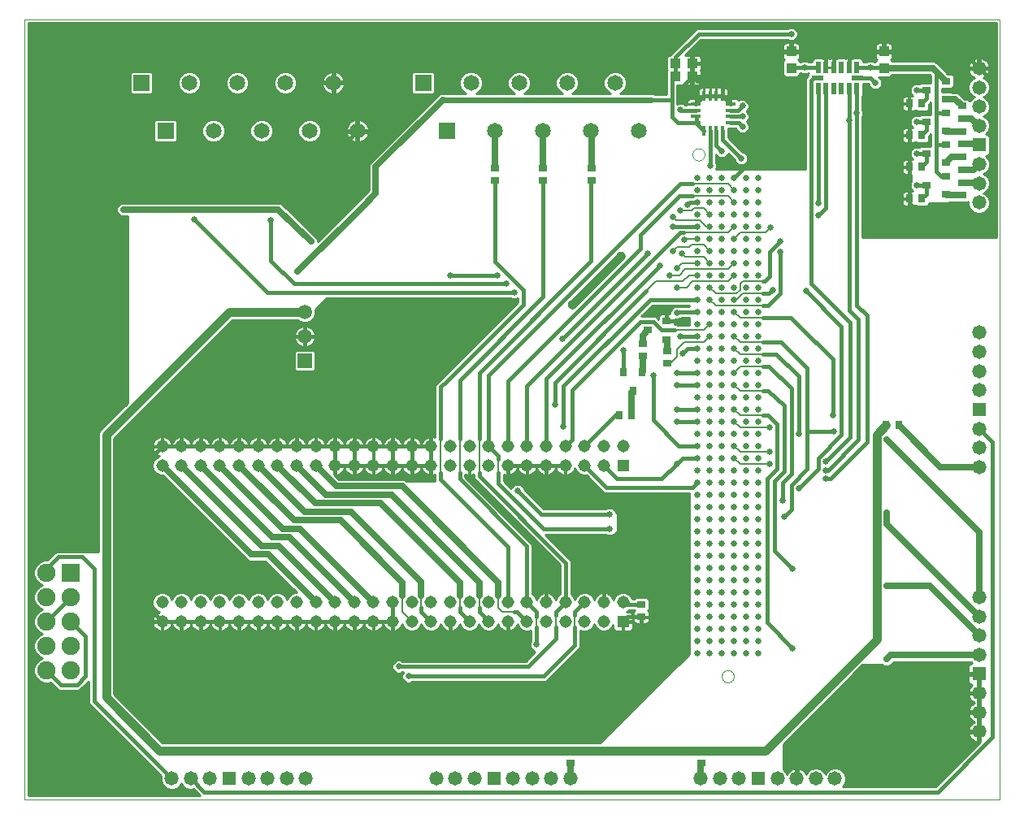
<source format=gtl>
G75*
%MOIN*%
%OFA0B0*%
%FSLAX24Y24*%
%IPPOS*%
%LPD*%
%AMOC8*
5,1,8,0,0,1.08239X$1,22.5*
%
%ADD10C,0.0000*%
%ADD11R,0.0515X0.0515*%
%ADD12C,0.0515*%
%ADD13R,0.0750X0.0750*%
%ADD14C,0.0750*%
%ADD15C,0.0250*%
%ADD16R,0.0594X0.0594*%
%ADD17C,0.0594*%
%ADD18R,0.0580X0.0580*%
%ADD19C,0.0580*%
%ADD20R,0.0650X0.0650*%
%ADD21C,0.0650*%
%ADD22R,0.0197X0.0472*%
%ADD23R,0.0472X0.0197*%
%ADD24R,0.0394X0.0433*%
%ADD25R,0.0157X0.0394*%
%ADD26R,0.0394X0.0157*%
%ADD27R,0.0433X0.0394*%
%ADD28R,0.0354X0.0315*%
%ADD29R,0.0354X0.0276*%
%ADD30R,0.0276X0.0354*%
%ADD31R,0.0315X0.0354*%
%ADD32C,0.0350*%
%ADD33C,0.0160*%
%ADD34C,0.0100*%
%ADD35C,0.1650*%
%ADD36C,0.0375*%
%ADD37C,0.0380*%
%ADD38C,0.0250*%
%ADD39C,0.0280*%
%ADD40C,0.0080*%
%ADD41C,0.0060*%
%ADD42C,0.0240*%
D10*
X001367Y000572D02*
X001367Y032572D01*
X041367Y032572D01*
X041367Y000572D01*
X001367Y000572D01*
X029967Y005627D02*
X029969Y005658D01*
X029975Y005689D01*
X029985Y005719D01*
X029998Y005747D01*
X030015Y005774D01*
X030035Y005798D01*
X030058Y005820D01*
X030083Y005838D01*
X030111Y005853D01*
X030140Y005865D01*
X030170Y005873D01*
X030201Y005877D01*
X030233Y005877D01*
X030264Y005873D01*
X030294Y005865D01*
X030323Y005853D01*
X030351Y005838D01*
X030376Y005820D01*
X030399Y005798D01*
X030419Y005774D01*
X030436Y005747D01*
X030449Y005719D01*
X030459Y005689D01*
X030465Y005658D01*
X030467Y005627D01*
X030465Y005596D01*
X030459Y005565D01*
X030449Y005535D01*
X030436Y005507D01*
X030419Y005480D01*
X030399Y005456D01*
X030376Y005434D01*
X030351Y005416D01*
X030323Y005401D01*
X030294Y005389D01*
X030264Y005381D01*
X030233Y005377D01*
X030201Y005377D01*
X030170Y005381D01*
X030140Y005389D01*
X030111Y005401D01*
X030083Y005416D01*
X030058Y005434D01*
X030035Y005456D01*
X030015Y005480D01*
X029998Y005507D01*
X029985Y005535D01*
X029975Y005565D01*
X029969Y005596D01*
X029967Y005627D01*
X028767Y027037D02*
X028769Y027068D01*
X028775Y027099D01*
X028785Y027129D01*
X028798Y027157D01*
X028815Y027184D01*
X028835Y027208D01*
X028858Y027230D01*
X028883Y027248D01*
X028911Y027263D01*
X028940Y027275D01*
X028970Y027283D01*
X029001Y027287D01*
X029033Y027287D01*
X029064Y027283D01*
X029094Y027275D01*
X029123Y027263D01*
X029151Y027248D01*
X029176Y027230D01*
X029199Y027208D01*
X029219Y027184D01*
X029236Y027157D01*
X029249Y027129D01*
X029259Y027099D01*
X029265Y027068D01*
X029267Y027037D01*
X029265Y027006D01*
X029259Y026975D01*
X029249Y026945D01*
X029236Y026917D01*
X029219Y026890D01*
X029199Y026866D01*
X029176Y026844D01*
X029151Y026826D01*
X029123Y026811D01*
X029094Y026799D01*
X029064Y026791D01*
X029033Y026787D01*
X029001Y026787D01*
X028970Y026791D01*
X028940Y026799D01*
X028911Y026811D01*
X028883Y026826D01*
X028858Y026844D01*
X028835Y026866D01*
X028815Y026890D01*
X028798Y026917D01*
X028785Y026945D01*
X028775Y026975D01*
X028769Y027006D01*
X028767Y027037D01*
D11*
X025917Y014272D03*
X025917Y007872D03*
D12*
X025917Y008659D03*
X025129Y008659D03*
X024342Y008659D03*
X024342Y007872D03*
X025129Y007872D03*
X023554Y007872D03*
X022767Y007872D03*
X021980Y007872D03*
X021980Y008659D03*
X022767Y008659D03*
X023554Y008659D03*
X021192Y008659D03*
X021192Y007872D03*
X020405Y007872D03*
X020405Y008659D03*
X019617Y008659D03*
X018830Y008659D03*
X018043Y008659D03*
X018043Y007872D03*
X018830Y007872D03*
X019617Y007872D03*
X017255Y007872D03*
X016468Y007872D03*
X016468Y008659D03*
X017255Y008659D03*
X015680Y008659D03*
X015680Y007872D03*
X014893Y007872D03*
X014106Y007872D03*
X014106Y008659D03*
X014893Y008659D03*
X013318Y008659D03*
X013318Y007872D03*
X012531Y007872D03*
X011743Y007872D03*
X010956Y007872D03*
X010169Y007872D03*
X010169Y008659D03*
X010956Y008659D03*
X011743Y008659D03*
X012531Y008659D03*
X009381Y008659D03*
X009381Y007872D03*
X008594Y007872D03*
X008594Y008659D03*
X007806Y008659D03*
X007806Y007872D03*
X007019Y007872D03*
X007019Y008659D03*
X007019Y014272D03*
X007806Y014272D03*
X007806Y015059D03*
X007019Y015059D03*
X008594Y015059D03*
X008594Y014272D03*
X009381Y014272D03*
X009381Y015059D03*
X010169Y015059D03*
X010169Y014272D03*
X010956Y014272D03*
X011743Y014272D03*
X012531Y014272D03*
X013318Y014272D03*
X013318Y015059D03*
X012531Y015059D03*
X011743Y015059D03*
X010956Y015059D03*
X014106Y015059D03*
X014106Y014272D03*
X014893Y014272D03*
X015680Y014272D03*
X015680Y015059D03*
X014893Y015059D03*
X016468Y015059D03*
X016468Y014272D03*
X017255Y014272D03*
X017255Y015059D03*
X018043Y015059D03*
X018830Y015059D03*
X018830Y014272D03*
X018043Y014272D03*
X019617Y014272D03*
X019617Y015059D03*
X020405Y015059D03*
X020405Y014272D03*
X021192Y014272D03*
X021192Y015059D03*
X021980Y015059D03*
X021980Y014272D03*
X022767Y014272D03*
X022767Y015059D03*
X023554Y015059D03*
X023554Y014272D03*
X024342Y014272D03*
X025129Y014272D03*
X025129Y015059D03*
X024342Y015059D03*
X025917Y015059D03*
D13*
X003267Y009872D03*
D14*
X002267Y009872D03*
X002267Y008872D03*
X003267Y008872D03*
X003267Y007872D03*
X002267Y007872D03*
X002267Y006872D03*
X003267Y006872D03*
X003267Y005872D03*
X002267Y005872D03*
D15*
X016717Y006022D03*
X017117Y005622D03*
X022367Y006922D03*
X025367Y011672D03*
X025367Y012272D03*
X028117Y014332D03*
X028967Y014082D03*
X029467Y014082D03*
X029967Y014082D03*
X030467Y014082D03*
X030967Y014082D03*
X030967Y013582D03*
X030467Y013582D03*
X029967Y013582D03*
X029467Y013582D03*
X028967Y013582D03*
X028967Y013082D03*
X029467Y013082D03*
X029967Y013082D03*
X030467Y013082D03*
X030967Y013082D03*
X030967Y012582D03*
X030467Y012582D03*
X029967Y012582D03*
X029467Y012582D03*
X028967Y012582D03*
X028967Y012082D03*
X029467Y012082D03*
X029967Y012082D03*
X030467Y012082D03*
X030967Y012082D03*
X030967Y011582D03*
X030467Y011582D03*
X029967Y011582D03*
X029467Y011582D03*
X028967Y011582D03*
X028967Y011082D03*
X029467Y011082D03*
X029967Y011082D03*
X030467Y011082D03*
X030967Y011082D03*
X030967Y010582D03*
X030467Y010582D03*
X029967Y010582D03*
X029467Y010582D03*
X028967Y010582D03*
X028967Y010082D03*
X029467Y010082D03*
X029967Y010082D03*
X030467Y010082D03*
X030967Y010082D03*
X030967Y009582D03*
X030467Y009582D03*
X029967Y009582D03*
X029467Y009582D03*
X028967Y009582D03*
X028967Y009082D03*
X029467Y009082D03*
X029967Y009082D03*
X030467Y009082D03*
X030967Y009082D03*
X030967Y008582D03*
X030467Y008582D03*
X029967Y008582D03*
X029467Y008582D03*
X028967Y008582D03*
X028967Y008082D03*
X029467Y008082D03*
X029967Y008082D03*
X030467Y008082D03*
X030967Y008082D03*
X030967Y007582D03*
X030467Y007582D03*
X029967Y007582D03*
X029467Y007582D03*
X028967Y007582D03*
X028967Y007082D03*
X029467Y007082D03*
X029967Y007082D03*
X030467Y007082D03*
X030967Y007082D03*
X030967Y006582D03*
X030467Y006582D03*
X029967Y006582D03*
X029467Y006582D03*
X028967Y006582D03*
X031467Y006582D03*
X031467Y007082D03*
X031467Y007582D03*
X031467Y008082D03*
X031467Y008582D03*
X031467Y009082D03*
X031467Y009582D03*
X031467Y010082D03*
X031467Y010582D03*
X031467Y011082D03*
X031467Y011582D03*
X031467Y012082D03*
X031467Y012582D03*
X031467Y013082D03*
X031467Y013582D03*
X031467Y014082D03*
X031917Y014332D03*
X031467Y014582D03*
X031917Y014832D03*
X031467Y015082D03*
X031467Y015582D03*
X031917Y015832D03*
X031467Y016082D03*
X031467Y016582D03*
X031467Y017082D03*
X031467Y017582D03*
X031467Y018082D03*
X031467Y018582D03*
X031467Y019082D03*
X031467Y019582D03*
X031467Y020082D03*
X031467Y020582D03*
X031467Y021082D03*
X031467Y021582D03*
X032057Y021482D03*
X031467Y022082D03*
X031467Y022582D03*
X031467Y023082D03*
X031467Y023582D03*
X031467Y024082D03*
X031967Y024032D03*
X032367Y023472D03*
X032367Y023022D03*
X030967Y023082D03*
X030967Y023582D03*
X030467Y023582D03*
X030467Y023082D03*
X029967Y023082D03*
X029967Y023582D03*
X029467Y023582D03*
X029467Y023082D03*
X028967Y023082D03*
X028967Y023582D03*
X028967Y024082D03*
X029467Y024082D03*
X029967Y024082D03*
X030467Y024082D03*
X030967Y024082D03*
X030967Y024582D03*
X030967Y025082D03*
X030467Y025082D03*
X030467Y024582D03*
X029967Y024582D03*
X029967Y025082D03*
X029467Y025082D03*
X029467Y024582D03*
X028967Y024582D03*
X028967Y025082D03*
X028567Y024982D03*
X028267Y024722D03*
X027967Y024472D03*
X027967Y024072D03*
X028417Y023532D03*
X028317Y022972D03*
X027967Y023072D03*
X028117Y022372D03*
X027847Y022072D03*
X027417Y022472D03*
X026917Y022972D03*
X028117Y021572D03*
X028967Y021582D03*
X029467Y021582D03*
X029967Y021582D03*
X030467Y021582D03*
X030967Y021582D03*
X030967Y021082D03*
X030467Y021082D03*
X029967Y021082D03*
X029467Y021082D03*
X028967Y021082D03*
X028967Y020582D03*
X029467Y020582D03*
X029967Y020582D03*
X030467Y020582D03*
X030967Y020582D03*
X030967Y020082D03*
X030467Y020082D03*
X029967Y020082D03*
X029467Y020082D03*
X028967Y020082D03*
X028967Y019582D03*
X029467Y019582D03*
X029967Y019582D03*
X030467Y019582D03*
X030967Y019582D03*
X030967Y019082D03*
X030467Y019082D03*
X029967Y019082D03*
X029467Y019082D03*
X028967Y019082D03*
X028967Y018582D03*
X029467Y018582D03*
X029967Y018582D03*
X030467Y018582D03*
X030967Y018582D03*
X030967Y018082D03*
X030467Y018082D03*
X029967Y018082D03*
X029467Y018082D03*
X028967Y018082D03*
X028967Y017582D03*
X029467Y017582D03*
X029967Y017582D03*
X030467Y017582D03*
X030967Y017582D03*
X030967Y017082D03*
X030467Y017082D03*
X029967Y017082D03*
X029467Y017082D03*
X028967Y017082D03*
X028967Y016582D03*
X029467Y016582D03*
X029967Y016582D03*
X030467Y016582D03*
X030967Y016582D03*
X030967Y016082D03*
X030467Y016082D03*
X029967Y016082D03*
X029467Y016082D03*
X028967Y016082D03*
X028967Y015582D03*
X029467Y015582D03*
X029967Y015582D03*
X030467Y015582D03*
X030967Y015582D03*
X030967Y015082D03*
X030467Y015082D03*
X029967Y015082D03*
X029467Y015082D03*
X028967Y015082D03*
X028967Y014582D03*
X029467Y014582D03*
X029967Y014582D03*
X030467Y014582D03*
X030967Y014582D03*
X032467Y012822D03*
X033117Y013322D03*
X034217Y013722D03*
X034217Y014072D03*
X034217Y014422D03*
X034567Y015672D03*
X034517Y016322D03*
X033117Y015572D03*
X036717Y015322D03*
X036717Y012322D03*
X036717Y009322D03*
X036717Y006322D03*
X032867Y006772D03*
X032867Y010022D03*
X032517Y012172D03*
X028127Y016082D03*
X028117Y016582D03*
X028117Y017582D03*
X028117Y018082D03*
X028367Y018872D03*
X028267Y019582D03*
X028241Y020196D03*
X028117Y020532D03*
X028967Y022082D03*
X029467Y022082D03*
X029967Y022082D03*
X030467Y022082D03*
X030967Y022082D03*
X030967Y022582D03*
X030467Y022582D03*
X029967Y022582D03*
X029467Y022582D03*
X028967Y022582D03*
X031467Y024582D03*
X031467Y025082D03*
X031467Y025582D03*
X031467Y026082D03*
X030967Y026082D03*
X030967Y025582D03*
X030467Y025582D03*
X030467Y026082D03*
X029967Y026082D03*
X029967Y025582D03*
X029467Y025582D03*
X029467Y026082D03*
X028967Y026082D03*
X028967Y025582D03*
X029489Y026572D03*
X029967Y027172D03*
X030767Y026872D03*
X030817Y028172D03*
X030817Y028594D03*
X030817Y029022D03*
X028267Y028872D03*
X028267Y029772D03*
X032817Y031972D03*
X033367Y030605D03*
X036067Y030605D03*
X036267Y029972D03*
X035504Y028722D03*
X035189Y028422D03*
X037967Y028372D03*
X037967Y027072D03*
X037967Y025772D03*
X033917Y025022D03*
X033917Y024522D03*
X033417Y021422D03*
X027167Y017972D03*
X025943Y018998D03*
X023417Y019472D03*
X021467Y021372D03*
X021117Y021722D03*
X020767Y022072D03*
X018817Y022072D03*
X015217Y024872D03*
X014717Y024972D03*
X013117Y023472D03*
X012567Y022222D03*
X011467Y024322D03*
X008317Y024372D03*
X005417Y024772D03*
X021597Y013242D03*
X023467Y015872D03*
X023117Y016772D03*
X037967Y029672D03*
D16*
X012867Y018572D03*
D17*
X012867Y019572D03*
X012867Y020572D03*
D18*
X009767Y001422D03*
X020617Y001422D03*
X031467Y001422D03*
X040517Y005722D03*
X040517Y016572D03*
X040517Y027422D03*
D19*
X040517Y026635D03*
X040517Y025847D03*
X040517Y025060D03*
X040517Y028209D03*
X040517Y028997D03*
X040517Y029784D03*
X040517Y030572D03*
X040517Y019722D03*
X040517Y018934D03*
X040517Y018147D03*
X040517Y017359D03*
X040517Y015785D03*
X040517Y014997D03*
X040517Y014210D03*
X040517Y008872D03*
X040517Y008084D03*
X040517Y007297D03*
X040517Y006509D03*
X040517Y004935D03*
X040517Y004147D03*
X040517Y003360D03*
X034616Y001422D03*
X033829Y001422D03*
X033041Y001422D03*
X032254Y001422D03*
X030679Y001422D03*
X029892Y001422D03*
X029104Y001422D03*
X023766Y001422D03*
X022979Y001422D03*
X022191Y001422D03*
X021404Y001422D03*
X019829Y001422D03*
X019042Y001422D03*
X018254Y001422D03*
X012916Y001422D03*
X012129Y001422D03*
X011341Y001422D03*
X010554Y001422D03*
X008979Y001422D03*
X008192Y001422D03*
X007404Y001422D03*
D20*
X007151Y028004D03*
X006167Y029972D03*
X017717Y029972D03*
X018701Y028004D03*
D21*
X020669Y028004D03*
X022638Y028004D03*
X024606Y028004D03*
X026575Y028004D03*
X025591Y029972D03*
X023622Y029972D03*
X021654Y029972D03*
X019685Y029972D03*
X015025Y028004D03*
X013056Y028004D03*
X011088Y028004D03*
X009119Y028004D03*
X008135Y029972D03*
X010104Y029972D03*
X012072Y029972D03*
X014041Y029972D03*
D22*
X033929Y029739D03*
X034244Y029739D03*
X034559Y029739D03*
X034874Y029739D03*
X035189Y029739D03*
X035504Y029739D03*
X035504Y030605D03*
X035189Y030605D03*
X034874Y030605D03*
X034559Y030605D03*
X034244Y030605D03*
X033929Y030605D03*
D23*
X033890Y030172D03*
X035543Y030172D03*
D24*
X036617Y030587D03*
X036617Y031257D03*
X032817Y031257D03*
X032817Y030587D03*
D25*
X030001Y029450D03*
X029745Y029450D03*
X029489Y029450D03*
X029233Y029450D03*
X029233Y027994D03*
X029489Y027994D03*
X029745Y027994D03*
X030001Y027994D03*
D26*
X030345Y028338D03*
X030345Y028594D03*
X030345Y028850D03*
X030345Y029106D03*
X028888Y029106D03*
X028888Y028850D03*
X028888Y028594D03*
X028888Y028338D03*
D27*
X028751Y030222D03*
X028751Y030772D03*
X028082Y030772D03*
X028082Y030222D03*
D28*
X038373Y029672D03*
X039160Y029298D03*
X039160Y028746D03*
X039160Y027998D03*
X039160Y027446D03*
X039160Y026698D03*
X039160Y026146D03*
X039160Y025398D03*
X038373Y025772D03*
X038373Y027072D03*
X038373Y028372D03*
X039160Y030046D03*
X027710Y020196D03*
X027710Y019448D03*
X026923Y019822D03*
D29*
X026717Y019278D03*
X026717Y018766D03*
X027717Y018978D03*
X027717Y018466D03*
X024617Y025966D03*
X024617Y026478D03*
X022617Y026478D03*
X022617Y025966D03*
X020667Y025966D03*
X020667Y026478D03*
X039817Y026416D03*
X039817Y026928D03*
X039817Y027466D03*
X039817Y027978D03*
X039817Y028516D03*
X039817Y029028D03*
X039817Y025878D03*
X039817Y025366D03*
X026667Y008578D03*
X026667Y008066D03*
X029117Y002578D03*
X029117Y002066D03*
X023767Y002066D03*
X023767Y002578D03*
D30*
X036711Y015922D03*
X037223Y015922D03*
X026273Y016322D03*
X025761Y016322D03*
X037661Y025222D03*
X038173Y025222D03*
X038173Y026522D03*
X037661Y026522D03*
X037661Y027822D03*
X038173Y027822D03*
X038173Y029122D03*
X037661Y029122D03*
D31*
X026691Y018116D03*
X025943Y018116D03*
X026317Y017328D03*
D32*
X036317Y015528D02*
X036711Y015922D01*
X036317Y015528D02*
X036317Y007122D01*
X031773Y002578D01*
X029117Y002578D01*
X023767Y002578D01*
X006911Y002578D01*
X004717Y004772D01*
X004717Y015522D01*
X009767Y020572D01*
X012867Y020572D01*
D33*
X012417Y021722D02*
X011467Y022672D01*
X011467Y024322D01*
X012417Y021722D02*
X021117Y021722D01*
X021467Y021372D02*
X011317Y021372D01*
X008317Y024372D01*
X014717Y024972D02*
X014717Y027695D01*
X015025Y028004D01*
X020667Y028001D02*
X020669Y028004D01*
X022617Y027982D02*
X022638Y028004D01*
X024606Y028004D02*
X024617Y027993D01*
X024617Y025966D02*
X024606Y025956D01*
X024606Y022662D01*
X020017Y018072D01*
X020017Y015372D01*
X020405Y015059D02*
X020807Y014658D01*
X020807Y014522D01*
X021192Y014272D02*
X021980Y014272D01*
X022767Y014272D01*
X023554Y014272D01*
X023554Y015059D02*
X023817Y015322D01*
X023817Y017372D01*
X026617Y020172D01*
X027167Y020172D01*
X027507Y019832D01*
X028047Y019832D01*
X028267Y019582D02*
X028967Y019582D01*
X028967Y019082D02*
X028967Y019072D01*
X028567Y019072D01*
X028367Y018872D01*
X028117Y018082D02*
X028967Y018082D01*
X028967Y017582D02*
X028117Y017582D01*
X028117Y016582D02*
X028967Y016582D01*
X028967Y016082D02*
X028127Y016082D01*
X027167Y016122D02*
X028207Y015082D01*
X028967Y015082D01*
X028967Y014582D02*
X028367Y014582D01*
X028117Y014332D01*
X027507Y013722D01*
X025679Y013722D01*
X025129Y014272D01*
X024342Y014272D02*
X025242Y013372D01*
X028757Y013372D01*
X028967Y013582D01*
X031817Y013722D02*
X032217Y014122D01*
X032217Y015972D01*
X031857Y016332D01*
X031667Y016332D01*
X032517Y016722D02*
X031857Y017332D01*
X031667Y017332D01*
X032517Y016722D02*
X032517Y014022D01*
X032117Y013622D01*
X032117Y010772D01*
X032867Y010022D01*
X032517Y012172D02*
X032817Y012472D01*
X032817Y013472D01*
X033467Y014122D01*
X033467Y015672D01*
X034567Y015672D01*
X034867Y015522D02*
X033917Y014572D01*
X033917Y014122D01*
X033117Y013322D01*
X032817Y013922D02*
X032467Y013572D01*
X032467Y012822D01*
X031817Y013722D02*
X031817Y007822D01*
X032867Y006772D01*
X026667Y008066D02*
X026111Y008066D01*
X025917Y007872D01*
X025998Y008578D02*
X025917Y008659D01*
X025998Y008578D02*
X026667Y008578D01*
X024342Y008659D02*
X023947Y008264D01*
X023947Y008122D01*
X023947Y007622D02*
X023947Y006902D01*
X022667Y005622D01*
X017117Y005622D01*
X016717Y006022D02*
X022017Y006022D01*
X023167Y007172D01*
X023167Y007622D01*
X023167Y008122D02*
X023167Y008272D01*
X023554Y008659D01*
X023554Y010284D01*
X020017Y013822D01*
X020017Y013972D01*
X020807Y013972D02*
X020807Y013532D01*
X022667Y011672D01*
X025367Y011672D01*
X025367Y012272D02*
X022567Y012272D01*
X021597Y013242D01*
X021980Y015059D02*
X021980Y017535D01*
X028277Y023832D01*
X028397Y023832D01*
X027977Y024082D02*
X027967Y024072D01*
X027977Y024082D02*
X028967Y024082D01*
X028567Y024982D02*
X028667Y025082D01*
X028967Y025082D01*
X028767Y025332D02*
X028227Y025332D01*
X026617Y023722D01*
X026617Y023172D01*
X021192Y017748D01*
X021192Y015059D01*
X020405Y015059D02*
X020405Y017960D01*
X028277Y025832D01*
X028767Y025832D01*
X029489Y026572D02*
X029489Y027994D01*
X029745Y027994D02*
X029745Y027394D01*
X029967Y027172D01*
X030001Y027638D02*
X030767Y026872D01*
X030467Y026082D02*
X031917Y027532D01*
X031917Y029872D01*
X030917Y030872D01*
X030867Y030822D01*
X030067Y030022D01*
X028951Y030022D01*
X028751Y030222D01*
X028301Y029772D01*
X028267Y029772D01*
X027917Y030057D02*
X027917Y029222D01*
X027867Y029272D01*
X027072Y029272D01*
X027917Y029222D02*
X027917Y028572D01*
X028151Y028338D01*
X028888Y028338D01*
X029233Y027994D01*
X028888Y028338D02*
X028883Y028338D01*
X028917Y028372D01*
X028917Y028566D01*
X028888Y028594D01*
X028883Y028338D02*
X028867Y028322D01*
X028888Y028850D02*
X028267Y028850D01*
X028267Y028872D01*
X028888Y029106D02*
X029233Y029450D01*
X029489Y029450D01*
X029745Y029450D01*
X030001Y029450D01*
X030345Y029106D01*
X030345Y028850D02*
X030645Y028850D01*
X030817Y029022D01*
X030817Y028594D02*
X030345Y028594D01*
X030345Y028338D02*
X030651Y028338D01*
X030817Y028172D01*
X030001Y027994D02*
X030001Y027638D01*
X030001Y029450D02*
X030001Y029956D01*
X030067Y030022D01*
X030917Y030872D02*
X031301Y031257D01*
X032817Y031257D01*
X034244Y031257D01*
X034244Y030605D01*
X033929Y030605D02*
X033367Y030605D01*
X032834Y030605D01*
X032817Y030587D01*
X033617Y030072D02*
X033717Y030172D01*
X033890Y030172D01*
X033617Y030072D02*
X033617Y021722D01*
X035217Y020122D01*
X035217Y015422D01*
X034217Y014422D01*
X034217Y014072D02*
X034317Y014072D01*
X035567Y015322D01*
X035567Y020272D01*
X035189Y020650D01*
X035189Y028074D01*
X035187Y028072D01*
X035189Y028074D02*
X035189Y028422D01*
X035189Y029739D01*
X035504Y029739D02*
X035504Y028722D01*
X035504Y020835D01*
X035917Y020422D01*
X035917Y015222D01*
X034417Y013722D01*
X034217Y013722D01*
X032817Y013922D02*
X032817Y017422D01*
X031907Y018332D01*
X031667Y018332D01*
X031667Y018832D02*
X032207Y018832D01*
X033117Y017922D01*
X033117Y015572D01*
X033467Y015672D02*
X033467Y018272D01*
X032407Y019332D01*
X031667Y019332D01*
X032807Y020332D02*
X033092Y020047D01*
X034517Y018622D01*
X034517Y016322D01*
X034867Y015522D02*
X034867Y019972D01*
X033417Y021422D01*
X032367Y021322D02*
X031877Y020832D01*
X031667Y020832D01*
X031667Y020332D02*
X032807Y020332D01*
X032367Y021322D02*
X032367Y023022D01*
X032367Y023472D02*
X031917Y023022D01*
X031917Y022022D01*
X031727Y021832D01*
X031667Y021832D01*
X031667Y021332D02*
X031907Y021332D01*
X032057Y021482D01*
X028967Y021082D02*
X027027Y021082D01*
X023467Y017522D01*
X023467Y015872D01*
X023117Y016772D02*
X023117Y017672D01*
X026867Y021422D01*
X027417Y022472D02*
X023042Y018097D01*
X022867Y017922D01*
X022767Y017822D01*
X022767Y015059D01*
X024342Y015059D02*
X025604Y016322D01*
X025761Y016322D01*
X027167Y016122D02*
X027167Y017972D01*
X026691Y018116D02*
X026691Y018202D01*
X025943Y018116D02*
X025943Y018998D01*
X027710Y020196D02*
X028241Y020196D01*
X028117Y020532D02*
X028167Y020582D01*
X028967Y020582D01*
X026917Y022972D02*
X023417Y019472D01*
X021817Y020872D02*
X021817Y021472D01*
X020667Y022622D01*
X020667Y025966D01*
X022617Y025966D02*
X022638Y025945D01*
X022638Y021193D01*
X019217Y017772D01*
X019217Y015372D01*
X018436Y015372D02*
X018436Y017492D01*
X018536Y017592D01*
X018592Y017647D01*
X021817Y020872D01*
X020767Y022072D02*
X018817Y022072D01*
X018043Y015059D02*
X017255Y015059D01*
X016468Y015059D01*
X015680Y015059D01*
X014893Y015059D01*
X014106Y015059D01*
X013318Y015059D01*
X012531Y015059D01*
X011743Y015059D01*
X010956Y015059D01*
X010169Y015059D01*
X009381Y015059D01*
X008594Y015059D01*
X007806Y015059D01*
X007019Y015059D01*
X006167Y014207D01*
X006167Y008724D01*
X007019Y007872D01*
X007806Y007872D01*
X008594Y007872D01*
X009381Y007872D01*
X010169Y007872D01*
X010956Y007872D01*
X011743Y007872D01*
X012531Y007872D01*
X013318Y007872D01*
X014106Y007872D01*
X014893Y007872D01*
X015680Y007872D01*
X016468Y007872D01*
X016468Y008659D01*
X017647Y008422D02*
X017647Y008268D01*
X018043Y007872D01*
X019217Y008273D02*
X019217Y008422D01*
X019217Y008273D02*
X019617Y007872D01*
X020017Y008260D02*
X020017Y008422D01*
X020017Y008260D02*
X020405Y007872D01*
X021192Y008659D02*
X021192Y010946D01*
X018436Y013702D01*
X018436Y013972D01*
X018043Y014272D02*
X017255Y014272D01*
X017255Y015059D01*
X017255Y014272D02*
X016468Y014272D01*
X015680Y014272D01*
X014893Y014272D01*
X014106Y014272D01*
X014168Y013422D02*
X014268Y013422D01*
X019217Y013722D02*
X019217Y013972D01*
X019217Y013722D02*
X021980Y010959D01*
X021980Y008659D01*
X022367Y008272D01*
X022367Y008072D01*
X021980Y007872D02*
X021580Y008272D01*
X021467Y008272D01*
X022367Y007622D02*
X022367Y006922D01*
X008742Y000872D02*
X008192Y001422D01*
X008742Y000872D02*
X038817Y000872D01*
X041067Y003122D01*
X041067Y015235D01*
X040517Y015785D01*
X040717Y024522D02*
X038167Y024522D01*
X037661Y025028D01*
X037661Y025222D01*
X037661Y026522D01*
X037661Y027822D01*
X037661Y029122D01*
X038173Y029122D02*
X038373Y029322D01*
X038373Y029672D01*
X037967Y029672D01*
X038767Y030372D02*
X038801Y030406D01*
X038767Y030372D02*
X038767Y028722D01*
X038791Y028746D01*
X039160Y028746D01*
X038767Y028722D02*
X038767Y027422D01*
X038791Y027446D01*
X039160Y027446D01*
X038767Y027422D02*
X038767Y026322D01*
X038967Y026122D01*
X039136Y026122D01*
X039160Y026146D01*
X038373Y025772D02*
X037967Y025772D01*
X038367Y025766D02*
X038367Y025416D01*
X038173Y025222D01*
X038173Y026522D02*
X038373Y026722D01*
X038373Y027072D01*
X037967Y027072D01*
X038173Y027822D02*
X038373Y028022D01*
X038373Y028372D01*
X037967Y028372D01*
X036267Y029972D02*
X036067Y030172D01*
X035543Y030172D01*
X035504Y030605D02*
X036067Y030605D01*
X036267Y030605D01*
X036599Y030605D01*
X036617Y030587D01*
X036617Y031257D02*
X039832Y031257D01*
X040517Y030572D01*
X041067Y030022D01*
X041067Y024872D01*
X040717Y024522D01*
X034244Y024850D02*
X034244Y029739D01*
X033929Y029739D02*
X033929Y025035D01*
X033917Y025022D01*
X034244Y024850D02*
X033917Y024522D01*
X028082Y030222D02*
X027917Y030057D01*
X028082Y030222D02*
X028082Y030772D01*
X028082Y031037D01*
X029017Y031972D01*
X032817Y031972D01*
X034244Y031257D02*
X034559Y031257D01*
X034559Y030605D01*
X035189Y030605D02*
X035189Y031257D01*
X034559Y031257D01*
X035189Y031257D02*
X036617Y031257D01*
X036782Y031257D01*
X028751Y030772D02*
X028751Y030222D01*
X004217Y010022D02*
X003717Y010522D01*
X002767Y010522D01*
X002267Y010022D01*
X002267Y009872D01*
X003267Y008872D02*
X002267Y007872D01*
X003267Y007872D02*
X003867Y007272D01*
X003867Y005622D01*
X003517Y005272D01*
X002867Y005272D01*
X002267Y005872D01*
X004217Y004610D02*
X004217Y010022D01*
X004217Y004610D02*
X007404Y001422D01*
X002627Y001832D02*
X001667Y002792D01*
X001667Y029862D01*
X002627Y030822D01*
D34*
X001517Y030812D02*
X027715Y030812D01*
X027715Y030910D02*
X001517Y030910D01*
X001517Y031009D02*
X027715Y031009D01*
X027715Y031031D02*
X027715Y030513D01*
X027732Y030497D01*
X027715Y030481D01*
X027715Y030181D01*
X027687Y030152D01*
X027687Y029502D01*
X027222Y029502D01*
X027126Y029542D01*
X025793Y029542D01*
X025860Y029570D01*
X025993Y029703D01*
X026065Y029878D01*
X026065Y030066D01*
X025993Y030241D01*
X025860Y030375D01*
X025685Y030447D01*
X025496Y030447D01*
X025322Y030375D01*
X025188Y030241D01*
X025116Y030066D01*
X025116Y029878D01*
X025188Y029703D01*
X025322Y029570D01*
X025388Y029542D01*
X023825Y029542D01*
X023891Y029570D01*
X024025Y029703D01*
X024097Y029878D01*
X024097Y030066D01*
X024025Y030241D01*
X023891Y030375D01*
X023717Y030447D01*
X023528Y030447D01*
X023353Y030375D01*
X023220Y030241D01*
X023147Y030066D01*
X023147Y029878D01*
X023220Y029703D01*
X023353Y029570D01*
X023420Y029542D01*
X021856Y029542D01*
X021923Y029570D01*
X022056Y029703D01*
X022128Y029878D01*
X022128Y030066D01*
X022056Y030241D01*
X021923Y030375D01*
X021748Y030447D01*
X021559Y030447D01*
X021385Y030375D01*
X021251Y030241D01*
X021179Y030066D01*
X021179Y029878D01*
X021251Y029703D01*
X021385Y029570D01*
X021451Y029542D01*
X019888Y029542D01*
X019954Y029570D01*
X020088Y029703D01*
X020160Y029878D01*
X020160Y030066D01*
X020088Y030241D01*
X019954Y030375D01*
X019780Y030447D01*
X019591Y030447D01*
X019416Y030375D01*
X019283Y030241D01*
X019210Y030066D01*
X019210Y029878D01*
X019283Y029703D01*
X019416Y029570D01*
X019483Y029542D01*
X018583Y029542D01*
X018571Y029547D01*
X018462Y029547D01*
X018361Y029505D01*
X015534Y026678D01*
X015492Y026577D01*
X015492Y025557D01*
X014971Y025036D01*
X013392Y023457D01*
X013392Y023475D01*
X013392Y023527D01*
X013391Y023529D01*
X013391Y023532D01*
X013370Y023580D01*
X013350Y023628D01*
X013348Y023630D01*
X013347Y023632D01*
X013309Y023668D01*
X013272Y023705D01*
X013270Y023706D01*
X011959Y024968D01*
X011922Y025005D01*
X011920Y025006D01*
X011918Y025008D01*
X011870Y025027D01*
X011821Y025047D01*
X011819Y025047D01*
X011816Y025048D01*
X011764Y025047D01*
X005362Y025047D01*
X005261Y025005D01*
X005184Y024928D01*
X005142Y024827D01*
X005142Y024717D01*
X005184Y024616D01*
X005261Y024539D01*
X005362Y024497D01*
X005587Y024497D01*
X005587Y016852D01*
X004533Y015798D01*
X004533Y015798D01*
X004441Y015706D01*
X004392Y015587D01*
X004392Y010752D01*
X002671Y010752D01*
X002316Y010397D01*
X002162Y010397D01*
X001969Y010317D01*
X001822Y010169D01*
X001742Y009976D01*
X001742Y009768D01*
X001822Y009575D01*
X001969Y009427D01*
X002102Y009372D01*
X001969Y009317D01*
X001822Y009169D01*
X001742Y008976D01*
X001742Y008768D01*
X001822Y008575D01*
X001969Y008427D01*
X002102Y008372D01*
X001969Y008317D01*
X001822Y008169D01*
X001742Y007976D01*
X001742Y007768D01*
X001822Y007575D01*
X001969Y007427D01*
X002102Y007372D01*
X001969Y007317D01*
X001822Y007169D01*
X001742Y006976D01*
X001742Y006768D01*
X001822Y006575D01*
X001969Y006427D01*
X002102Y006372D01*
X001969Y006317D01*
X001822Y006169D01*
X001742Y005976D01*
X001742Y005768D01*
X001822Y005575D01*
X001969Y005427D01*
X002162Y005347D01*
X002371Y005347D01*
X002438Y005375D01*
X002771Y005042D01*
X003612Y005042D01*
X003747Y005177D01*
X003987Y005417D01*
X003987Y004515D01*
X004121Y004380D01*
X006972Y001529D01*
X006964Y001510D01*
X006964Y001335D01*
X007031Y001173D01*
X007155Y001049D01*
X007317Y000982D01*
X007492Y000982D01*
X007654Y001049D01*
X007777Y001173D01*
X007798Y001223D01*
X007819Y001173D01*
X007943Y001049D01*
X008104Y000982D01*
X008279Y000982D01*
X008299Y000990D01*
X008567Y000722D01*
X001517Y000722D01*
X001517Y032422D01*
X041217Y032422D01*
X041217Y023652D01*
X035734Y023652D01*
X035734Y028563D01*
X035737Y028566D01*
X035779Y028667D01*
X035779Y028777D01*
X035737Y028878D01*
X035734Y028881D01*
X035734Y029422D01*
X035752Y029441D01*
X035752Y029924D01*
X035842Y029924D01*
X035860Y029942D01*
X035971Y029942D01*
X035992Y029922D01*
X035992Y029917D01*
X036034Y029816D01*
X036111Y029739D01*
X036212Y029697D01*
X036321Y029697D01*
X036422Y029739D01*
X036500Y029816D01*
X036542Y029917D01*
X036542Y030027D01*
X036500Y030128D01*
X036422Y030205D01*
X036385Y030221D01*
X038537Y030221D01*
X038537Y030281D02*
X038537Y029980D01*
X038134Y029980D01*
X038078Y029924D01*
X038021Y029947D01*
X037912Y029947D01*
X037811Y029905D01*
X037734Y029828D01*
X037692Y029727D01*
X037692Y029617D01*
X037734Y029516D01*
X037801Y029449D01*
X037680Y029449D01*
X037680Y029141D01*
X037642Y029141D01*
X037642Y029449D01*
X037503Y029449D01*
X037465Y029439D01*
X037431Y029419D01*
X037403Y029391D01*
X037383Y029357D01*
X037373Y029319D01*
X037373Y029141D01*
X037642Y029141D01*
X037642Y029103D01*
X037680Y029103D01*
X037680Y028795D01*
X037818Y028795D01*
X037856Y028805D01*
X037891Y028825D01*
X037917Y028851D01*
X037973Y028795D01*
X038372Y028795D01*
X038460Y028883D01*
X038460Y029085D01*
X038537Y029161D01*
X038537Y028680D01*
X038134Y028680D01*
X038078Y028624D01*
X038021Y028647D01*
X037912Y028647D01*
X037811Y028605D01*
X037734Y028528D01*
X037692Y028427D01*
X037692Y028317D01*
X037734Y028216D01*
X037801Y028149D01*
X037680Y028149D01*
X037680Y027841D01*
X037642Y027841D01*
X037642Y028149D01*
X037503Y028149D01*
X037465Y028139D01*
X037431Y028119D01*
X037403Y028091D01*
X037383Y028057D01*
X037373Y028019D01*
X037373Y027841D01*
X037642Y027841D01*
X037642Y027803D01*
X037680Y027803D01*
X037680Y027495D01*
X037818Y027495D01*
X037856Y027505D01*
X037891Y027525D01*
X037917Y027551D01*
X037973Y027495D01*
X038372Y027495D01*
X038460Y027583D01*
X038460Y027785D01*
X038537Y027861D01*
X038537Y027380D01*
X038134Y027380D01*
X038078Y027324D01*
X038021Y027347D01*
X037912Y027347D01*
X037811Y027305D01*
X037734Y027228D01*
X037692Y027127D01*
X037692Y027017D01*
X037734Y026916D01*
X037801Y026849D01*
X037680Y026849D01*
X037680Y026541D01*
X037642Y026541D01*
X037642Y026849D01*
X037503Y026849D01*
X037465Y026839D01*
X037431Y026819D01*
X037403Y026791D01*
X037383Y026757D01*
X037373Y026719D01*
X037373Y026541D01*
X037642Y026541D01*
X037642Y026503D01*
X037680Y026503D01*
X037680Y026195D01*
X037737Y026195D01*
X037737Y025931D01*
X037734Y025928D01*
X037692Y025827D01*
X037692Y025717D01*
X037734Y025616D01*
X037801Y025549D01*
X037680Y025549D01*
X037680Y025241D01*
X037642Y025241D01*
X037642Y025549D01*
X037503Y025549D01*
X037465Y025539D01*
X037431Y025519D01*
X037403Y025491D01*
X037383Y025457D01*
X037373Y025419D01*
X037373Y025241D01*
X037642Y025241D01*
X037642Y025203D01*
X037680Y025203D01*
X037680Y024895D01*
X037818Y024895D01*
X037856Y024905D01*
X037891Y024925D01*
X037917Y024951D01*
X037973Y024895D01*
X038372Y024895D01*
X038460Y024983D01*
X038460Y025042D01*
X039262Y025042D01*
X039296Y025076D01*
X039874Y025076D01*
X039880Y025078D01*
X040056Y025078D01*
X040077Y025099D01*
X040077Y024972D01*
X040144Y024811D01*
X040267Y024687D01*
X040429Y024620D01*
X040604Y024620D01*
X040766Y024687D01*
X040890Y024811D01*
X040957Y024972D01*
X040957Y025147D01*
X040890Y025309D01*
X040766Y025433D01*
X040716Y025454D01*
X040766Y025474D01*
X040890Y025598D01*
X040957Y025760D01*
X040957Y025935D01*
X040890Y026096D01*
X040766Y026220D01*
X040716Y026241D01*
X040766Y026262D01*
X040890Y026385D01*
X040957Y026547D01*
X040957Y026722D01*
X040890Y026884D01*
X040792Y026982D01*
X040869Y026982D01*
X040957Y027070D01*
X040957Y027774D01*
X040869Y027862D01*
X040792Y027862D01*
X040890Y027960D01*
X040957Y028122D01*
X040957Y028297D01*
X040890Y028459D01*
X040766Y028582D01*
X040716Y028603D01*
X040766Y028624D01*
X040890Y028748D01*
X040957Y028909D01*
X040957Y029084D01*
X040890Y029246D01*
X040766Y029370D01*
X040716Y029391D01*
X040766Y029411D01*
X040890Y029535D01*
X040957Y029697D01*
X040957Y029872D01*
X040890Y030033D01*
X040766Y030157D01*
X040714Y030179D01*
X040747Y030195D01*
X040803Y030236D01*
X040852Y030285D01*
X040893Y030341D01*
X040924Y030403D01*
X040946Y030469D01*
X040955Y030527D01*
X040562Y030527D01*
X040562Y030617D01*
X040472Y030617D01*
X040472Y031010D01*
X040414Y031001D01*
X040348Y030979D01*
X040286Y030948D01*
X040230Y030907D01*
X040181Y030858D01*
X040140Y030802D01*
X040109Y030741D01*
X040088Y030675D01*
X040078Y030617D01*
X040472Y030617D01*
X040472Y030527D01*
X040078Y030527D01*
X040088Y030469D01*
X040109Y030403D01*
X040140Y030341D01*
X040181Y030285D01*
X040230Y030236D01*
X040286Y030195D01*
X040319Y030179D01*
X040267Y030157D01*
X040144Y030033D01*
X040077Y029872D01*
X040077Y029697D01*
X040144Y029535D01*
X040267Y029411D01*
X040317Y029391D01*
X040267Y029370D01*
X040144Y029246D01*
X040138Y029233D01*
X040056Y029316D01*
X039939Y029316D01*
X039711Y029544D01*
X039604Y029588D01*
X039417Y029588D01*
X039400Y029606D01*
X038997Y029606D01*
X038997Y029739D01*
X039400Y029739D01*
X039488Y029826D01*
X039488Y030266D01*
X039400Y030354D01*
X039242Y030354D01*
X038956Y030639D01*
X038852Y030743D01*
X038852Y030743D01*
X038775Y030821D01*
X038674Y030862D01*
X036964Y030862D01*
X036964Y030866D01*
X036908Y030922D01*
X036934Y030948D01*
X036953Y030982D01*
X036964Y031020D01*
X036964Y031208D01*
X036665Y031208D01*
X036665Y031305D01*
X036964Y031305D01*
X036964Y031493D01*
X036953Y031531D01*
X036934Y031565D01*
X036906Y031593D01*
X036871Y031613D01*
X036833Y031623D01*
X036665Y031623D01*
X036665Y031305D01*
X036568Y031305D01*
X036568Y031208D01*
X036270Y031208D01*
X036270Y031020D01*
X036280Y030982D01*
X036300Y030948D01*
X036326Y030922D01*
X036270Y030866D01*
X036270Y030835D01*
X036226Y030835D01*
X036222Y030838D01*
X036121Y030880D01*
X036012Y030880D01*
X035911Y030838D01*
X035908Y030835D01*
X035752Y030835D01*
X035752Y030903D01*
X035665Y030991D01*
X035344Y030991D01*
X035336Y030984D01*
X035307Y030991D01*
X035189Y030991D01*
X035071Y030991D01*
X035042Y030984D01*
X035035Y030991D01*
X034714Y030991D01*
X034706Y030984D01*
X034677Y030991D01*
X034559Y030991D01*
X034441Y030991D01*
X034403Y030981D01*
X034402Y030980D01*
X034401Y030981D01*
X034362Y030991D01*
X034244Y030991D01*
X034126Y030991D01*
X034097Y030984D01*
X034090Y030991D01*
X033769Y030991D01*
X033681Y030903D01*
X033681Y030835D01*
X033526Y030835D01*
X033522Y030838D01*
X033421Y030880D01*
X033312Y030880D01*
X033211Y030838D01*
X033208Y030835D01*
X033164Y030835D01*
X033164Y030866D01*
X033108Y030922D01*
X033134Y030948D01*
X033153Y030982D01*
X033164Y031020D01*
X033164Y031208D01*
X032865Y031208D01*
X032865Y031305D01*
X033164Y031305D01*
X033164Y031493D01*
X033153Y031531D01*
X033134Y031565D01*
X033106Y031593D01*
X033071Y031613D01*
X033033Y031623D01*
X032865Y031623D01*
X032865Y031305D01*
X032768Y031305D01*
X032768Y031208D01*
X032470Y031208D01*
X032470Y031020D01*
X032480Y030982D01*
X032500Y030948D01*
X032526Y030922D01*
X032470Y030866D01*
X032470Y030309D01*
X032558Y030221D01*
X033076Y030221D01*
X033164Y030309D01*
X033164Y030375D01*
X033208Y030375D01*
X033211Y030372D01*
X033312Y030330D01*
X033421Y030330D01*
X033522Y030372D01*
X033526Y030375D01*
X033546Y030375D01*
X033504Y030333D01*
X033504Y030284D01*
X033487Y030267D01*
X033387Y030167D01*
X033387Y026452D01*
X031471Y026452D01*
X031441Y026422D01*
X029724Y026422D01*
X029764Y026517D01*
X029764Y026627D01*
X029722Y026728D01*
X029719Y026731D01*
X029719Y027052D01*
X029734Y027016D01*
X029811Y026939D01*
X029912Y026897D01*
X030021Y026897D01*
X030122Y026939D01*
X030200Y027016D01*
X030228Y027085D01*
X030492Y026822D01*
X030492Y026817D01*
X030534Y026716D01*
X030611Y026639D01*
X030712Y026597D01*
X030821Y026597D01*
X030922Y026639D01*
X031000Y026716D01*
X031042Y026817D01*
X031042Y026927D01*
X031000Y027028D01*
X030922Y027105D01*
X030821Y027147D01*
X030817Y027147D01*
X030231Y027733D01*
X030231Y028089D01*
X030229Y028090D01*
X030229Y028109D01*
X030248Y028109D01*
X030250Y028108D01*
X030545Y028108D01*
X030584Y028016D01*
X030661Y027939D01*
X030762Y027897D01*
X030871Y027897D01*
X030972Y027939D01*
X031050Y028016D01*
X031092Y028117D01*
X031092Y028227D01*
X031050Y028328D01*
X030995Y028383D01*
X031050Y028438D01*
X031092Y028539D01*
X031092Y028649D01*
X031050Y028750D01*
X030992Y028808D01*
X031050Y028866D01*
X031092Y028967D01*
X031092Y029077D01*
X031050Y029178D01*
X030972Y029255D01*
X030871Y029297D01*
X030762Y029297D01*
X030672Y029260D01*
X030662Y029277D01*
X030634Y029305D01*
X030600Y029324D01*
X030562Y029335D01*
X030345Y029335D01*
X030229Y029335D01*
X030229Y029450D01*
X030001Y029450D01*
X030001Y029450D01*
X030229Y029450D01*
X030229Y029667D01*
X030219Y029705D01*
X030199Y029739D01*
X030171Y029767D01*
X030137Y029787D01*
X030099Y029797D01*
X030001Y029797D01*
X030001Y029450D01*
X030001Y029450D01*
X029745Y029450D01*
X029745Y029450D01*
X029973Y029450D01*
X030001Y029450D01*
X030001Y029450D01*
X030001Y029797D01*
X029902Y029797D01*
X029873Y029789D01*
X029843Y029797D01*
X029745Y029797D01*
X029745Y029450D01*
X029489Y029450D01*
X029489Y029450D01*
X029516Y029450D01*
X029745Y029450D01*
X029745Y029450D01*
X029745Y029450D01*
X029745Y029797D01*
X029646Y029797D01*
X029617Y029789D01*
X029587Y029797D01*
X029489Y029797D01*
X029489Y029450D01*
X029233Y029450D01*
X029233Y029450D01*
X029004Y029450D01*
X029004Y029335D01*
X028888Y029335D01*
X028672Y029335D01*
X028634Y029324D01*
X028599Y029305D01*
X028571Y029277D01*
X028552Y029243D01*
X028541Y029204D01*
X028541Y029106D01*
X028888Y029106D01*
X028888Y029106D01*
X028541Y029106D01*
X028541Y029080D01*
X028448Y029080D01*
X028422Y029105D01*
X028321Y029147D01*
X028212Y029147D01*
X028147Y029120D01*
X028147Y029875D01*
X028361Y029875D01*
X028417Y029931D01*
X028443Y029905D01*
X028477Y029885D01*
X028515Y029875D01*
X028703Y029875D01*
X028703Y030174D01*
X028800Y030174D01*
X028800Y030270D01*
X029118Y030270D01*
X029118Y030439D01*
X029108Y030477D01*
X029096Y030497D01*
X029108Y030517D01*
X029118Y030555D01*
X029118Y030724D01*
X028800Y030724D01*
X028800Y030820D01*
X029118Y030820D01*
X029118Y030989D01*
X029108Y031027D01*
X029088Y031061D01*
X029060Y031089D01*
X029026Y031109D01*
X028988Y031119D01*
X028800Y031119D01*
X028800Y030820D01*
X028703Y030820D01*
X028703Y031119D01*
X028515Y031119D01*
X028479Y031109D01*
X029112Y031742D01*
X032658Y031742D01*
X032661Y031739D01*
X032762Y031697D01*
X032871Y031697D01*
X032972Y031739D01*
X033050Y031816D01*
X033092Y031917D01*
X033092Y032027D01*
X033050Y032128D01*
X032972Y032205D01*
X032871Y032247D01*
X032762Y032247D01*
X032661Y032205D01*
X032658Y032202D01*
X028921Y032202D01*
X028787Y032067D01*
X027852Y031133D01*
X027852Y031119D01*
X027803Y031119D01*
X027715Y031031D01*
X027792Y031107D02*
X001517Y031107D01*
X001517Y031206D02*
X027925Y031206D01*
X028023Y031304D02*
X001517Y031304D01*
X001517Y031403D02*
X028122Y031403D01*
X028220Y031501D02*
X001517Y031501D01*
X001517Y031600D02*
X028319Y031600D01*
X028417Y031698D02*
X001517Y031698D01*
X001517Y031797D02*
X028516Y031797D01*
X028614Y031895D02*
X001517Y031895D01*
X001517Y031994D02*
X028713Y031994D01*
X028811Y032092D02*
X001517Y032092D01*
X001517Y032191D02*
X028910Y032191D01*
X029068Y031698D02*
X032759Y031698D01*
X032768Y031623D02*
X032600Y031623D01*
X032562Y031613D01*
X032528Y031593D01*
X032500Y031565D01*
X032480Y031531D01*
X032470Y031493D01*
X032470Y031305D01*
X032768Y031305D01*
X032768Y031623D01*
X032768Y031600D02*
X032865Y031600D01*
X032874Y031698D02*
X041217Y031698D01*
X041217Y031600D02*
X036895Y031600D01*
X036961Y031501D02*
X041217Y031501D01*
X041217Y031403D02*
X036964Y031403D01*
X036964Y031206D02*
X041217Y031206D01*
X041217Y031304D02*
X036665Y031304D01*
X036568Y031304D02*
X032865Y031304D01*
X032768Y031304D02*
X028674Y031304D01*
X028576Y031206D02*
X032470Y031206D01*
X032470Y031107D02*
X029028Y031107D01*
X029112Y031009D02*
X032473Y031009D01*
X032514Y030910D02*
X029118Y030910D01*
X029118Y030713D02*
X032470Y030713D01*
X032470Y030615D02*
X029118Y030615D01*
X029107Y030516D02*
X032470Y030516D01*
X032470Y030418D02*
X029118Y030418D01*
X029118Y030319D02*
X032470Y030319D01*
X032470Y030812D02*
X028800Y030812D01*
X028800Y030724D02*
X028800Y030425D01*
X028800Y030270D01*
X028703Y030270D01*
X028703Y030724D01*
X028800Y030724D01*
X028800Y030713D02*
X028703Y030713D01*
X028703Y030615D02*
X028800Y030615D01*
X028800Y030516D02*
X028703Y030516D01*
X028703Y030418D02*
X028800Y030418D01*
X028800Y030319D02*
X028703Y030319D01*
X028800Y030221D02*
X033440Y030221D01*
X033387Y030122D02*
X029118Y030122D01*
X029118Y030174D02*
X029118Y030005D01*
X029108Y029967D01*
X029088Y029933D01*
X029060Y029905D01*
X029026Y029885D01*
X028988Y029875D01*
X028800Y029875D01*
X028800Y030174D01*
X029118Y030174D01*
X029118Y030024D02*
X033387Y030024D01*
X033387Y029925D02*
X029080Y029925D01*
X029134Y029797D02*
X029096Y029787D01*
X029062Y029767D01*
X029034Y029739D01*
X029014Y029705D01*
X029004Y029667D01*
X029004Y029450D01*
X029233Y029450D01*
X029233Y029450D01*
X029462Y029450D01*
X029489Y029450D01*
X029489Y029450D01*
X029489Y029450D01*
X029489Y029797D01*
X029390Y029797D01*
X029361Y029789D01*
X029331Y029797D01*
X029233Y029797D01*
X029233Y029450D01*
X029233Y029450D01*
X029233Y029797D01*
X029134Y029797D01*
X029233Y029728D02*
X029233Y029728D01*
X029233Y029630D02*
X029233Y029630D01*
X029233Y029531D02*
X029233Y029531D01*
X029004Y029531D02*
X028147Y029531D01*
X028147Y029433D02*
X029004Y029433D01*
X028888Y029335D02*
X028888Y029106D01*
X028888Y029335D01*
X028888Y029334D02*
X028888Y029334D01*
X028888Y029236D02*
X028888Y029236D01*
X028888Y029137D02*
X028888Y029137D01*
X028888Y029106D02*
X028888Y029106D01*
X028670Y029334D02*
X028147Y029334D01*
X028147Y029236D02*
X028550Y029236D01*
X028541Y029137D02*
X028345Y029137D01*
X028188Y029137D02*
X028147Y029137D01*
X028147Y029630D02*
X029004Y029630D01*
X029028Y029728D02*
X028147Y029728D01*
X028147Y029827D02*
X033387Y029827D01*
X033387Y029728D02*
X030206Y029728D01*
X030229Y029630D02*
X033387Y029630D01*
X033387Y029531D02*
X030229Y029531D01*
X030229Y029433D02*
X033387Y029433D01*
X033387Y029334D02*
X030564Y029334D01*
X030345Y029334D02*
X030345Y029334D01*
X030345Y029335D02*
X030345Y029106D01*
X030345Y029335D01*
X030345Y029236D02*
X030345Y029236D01*
X030345Y029137D02*
X030345Y029137D01*
X030345Y029106D02*
X030345Y029106D01*
X030992Y029236D02*
X033387Y029236D01*
X033387Y029137D02*
X031067Y029137D01*
X031092Y029039D02*
X033387Y029039D01*
X033387Y028940D02*
X031080Y028940D01*
X031025Y028842D02*
X033387Y028842D01*
X033387Y028743D02*
X031053Y028743D01*
X031092Y028645D02*
X033387Y028645D01*
X033387Y028546D02*
X031092Y028546D01*
X031054Y028448D02*
X033387Y028448D01*
X033387Y028349D02*
X031029Y028349D01*
X031082Y028251D02*
X033387Y028251D01*
X033387Y028152D02*
X031092Y028152D01*
X031065Y028054D02*
X033387Y028054D01*
X033387Y027955D02*
X030989Y027955D01*
X030645Y027955D02*
X030231Y027955D01*
X030231Y027857D02*
X033387Y027857D01*
X033387Y027758D02*
X030231Y027758D01*
X030304Y027660D02*
X033387Y027660D01*
X033387Y027561D02*
X030403Y027561D01*
X030501Y027463D02*
X033387Y027463D01*
X033387Y027364D02*
X030600Y027364D01*
X030698Y027266D02*
X033387Y027266D01*
X033387Y027167D02*
X030797Y027167D01*
X030959Y027069D02*
X033387Y027069D01*
X033387Y026970D02*
X031024Y026970D01*
X031042Y026872D02*
X033387Y026872D01*
X033387Y026773D02*
X031023Y026773D01*
X030958Y026675D02*
X033387Y026675D01*
X033387Y026576D02*
X029764Y026576D01*
X029747Y026478D02*
X033387Y026478D01*
X035734Y026478D02*
X037373Y026478D01*
X037373Y026503D02*
X037373Y026325D01*
X037383Y026287D01*
X037403Y026253D01*
X037431Y026225D01*
X037465Y026205D01*
X037503Y026195D01*
X037642Y026195D01*
X037642Y026503D01*
X037373Y026503D01*
X037373Y026576D02*
X035734Y026576D01*
X035734Y026675D02*
X037373Y026675D01*
X037392Y026773D02*
X035734Y026773D01*
X035734Y026872D02*
X037778Y026872D01*
X037711Y026970D02*
X035734Y026970D01*
X035734Y027069D02*
X037692Y027069D01*
X037708Y027167D02*
X035734Y027167D01*
X035734Y027266D02*
X037771Y027266D01*
X037642Y027495D02*
X037642Y027803D01*
X037373Y027803D01*
X037373Y027625D01*
X037383Y027587D01*
X037403Y027553D01*
X037431Y027525D01*
X037465Y027505D01*
X037503Y027495D01*
X037642Y027495D01*
X037642Y027561D02*
X037680Y027561D01*
X037680Y027660D02*
X037642Y027660D01*
X037642Y027758D02*
X037680Y027758D01*
X037680Y027857D02*
X037642Y027857D01*
X037642Y027955D02*
X037680Y027955D01*
X037680Y028054D02*
X037642Y028054D01*
X037798Y028152D02*
X035734Y028152D01*
X035734Y028054D02*
X037382Y028054D01*
X037373Y027955D02*
X035734Y027955D01*
X035734Y027857D02*
X037373Y027857D01*
X037373Y027758D02*
X035734Y027758D01*
X035734Y027660D02*
X037373Y027660D01*
X037398Y027561D02*
X035734Y027561D01*
X035734Y027463D02*
X038537Y027463D01*
X038537Y027561D02*
X038439Y027561D01*
X038460Y027660D02*
X038537Y027660D01*
X038537Y027758D02*
X038460Y027758D01*
X038532Y027857D02*
X038537Y027857D01*
X038118Y027364D02*
X035734Y027364D01*
X035734Y028251D02*
X037719Y028251D01*
X037692Y028349D02*
X035734Y028349D01*
X035734Y028448D02*
X037700Y028448D01*
X037752Y028546D02*
X035734Y028546D01*
X035770Y028645D02*
X037906Y028645D01*
X038027Y028645D02*
X038099Y028645D01*
X037926Y028842D02*
X037907Y028842D01*
X037680Y028842D02*
X037642Y028842D01*
X037642Y028795D02*
X037642Y029103D01*
X037373Y029103D01*
X037373Y028925D01*
X037383Y028887D01*
X037403Y028853D01*
X037431Y028825D01*
X037465Y028805D01*
X037503Y028795D01*
X037642Y028795D01*
X037642Y028940D02*
X037680Y028940D01*
X037680Y029039D02*
X037642Y029039D01*
X037642Y029137D02*
X035734Y029137D01*
X035734Y029039D02*
X037373Y029039D01*
X037373Y028940D02*
X035734Y028940D01*
X035752Y028842D02*
X037414Y028842D01*
X037373Y029236D02*
X035734Y029236D01*
X035734Y029334D02*
X037377Y029334D01*
X037454Y029433D02*
X035744Y029433D01*
X035752Y029531D02*
X037727Y029531D01*
X037692Y029630D02*
X035752Y029630D01*
X035752Y029728D02*
X036137Y029728D01*
X036029Y029827D02*
X035752Y029827D01*
X035843Y029925D02*
X035988Y029925D01*
X036396Y029728D02*
X037692Y029728D01*
X037733Y029827D02*
X036504Y029827D01*
X036542Y029925D02*
X037859Y029925D01*
X038074Y029925D02*
X038079Y029925D01*
X038537Y030024D02*
X036542Y030024D01*
X036502Y030122D02*
X038537Y030122D01*
X038537Y030281D02*
X038505Y030312D01*
X036964Y030312D01*
X036964Y030309D01*
X036876Y030221D01*
X036385Y030221D01*
X036314Y030910D02*
X035746Y030910D01*
X036273Y031009D02*
X033160Y031009D01*
X033164Y031107D02*
X036270Y031107D01*
X036270Y031206D02*
X033164Y031206D01*
X033164Y031403D02*
X036270Y031403D01*
X036270Y031493D02*
X036270Y031305D01*
X036568Y031305D01*
X036568Y031623D01*
X036400Y031623D01*
X036362Y031613D01*
X036328Y031593D01*
X036300Y031565D01*
X036280Y031531D01*
X036270Y031493D01*
X036272Y031501D02*
X033161Y031501D01*
X033095Y031600D02*
X036339Y031600D01*
X036568Y031600D02*
X036665Y031600D01*
X036665Y031501D02*
X036568Y031501D01*
X036568Y031403D02*
X036665Y031403D01*
X036964Y031107D02*
X041217Y031107D01*
X041217Y031009D02*
X040570Y031009D01*
X040562Y031009D02*
X040472Y031009D01*
X040463Y031009D02*
X036960Y031009D01*
X036919Y030910D02*
X040234Y030910D01*
X040147Y030812D02*
X038784Y030812D01*
X038882Y030713D02*
X040100Y030713D01*
X040080Y030516D02*
X039079Y030516D01*
X038981Y030615D02*
X040472Y030615D01*
X040562Y030615D02*
X041217Y030615D01*
X041217Y030713D02*
X040933Y030713D01*
X040924Y030741D02*
X040893Y030802D01*
X040852Y030858D01*
X040803Y030907D01*
X040747Y030948D01*
X040686Y030979D01*
X040620Y031001D01*
X040562Y031010D01*
X040562Y030617D01*
X040955Y030617D01*
X040946Y030675D01*
X040924Y030741D01*
X040886Y030812D02*
X041217Y030812D01*
X041217Y030910D02*
X040799Y030910D01*
X040562Y030910D02*
X040472Y030910D01*
X040472Y030812D02*
X040562Y030812D01*
X040562Y030713D02*
X040472Y030713D01*
X040104Y030418D02*
X039178Y030418D01*
X039434Y030319D02*
X040156Y030319D01*
X040251Y030221D02*
X039488Y030221D01*
X039488Y030122D02*
X040232Y030122D01*
X040140Y030024D02*
X039488Y030024D01*
X039488Y029925D02*
X040099Y029925D01*
X040077Y029827D02*
X039488Y029827D01*
X039724Y029531D02*
X040148Y029531D01*
X040104Y029630D02*
X038997Y029630D01*
X038997Y029728D02*
X040077Y029728D01*
X040246Y029433D02*
X039822Y029433D01*
X039921Y029334D02*
X040232Y029334D01*
X040139Y029236D02*
X040136Y029236D01*
X040802Y029334D02*
X041217Y029334D01*
X041217Y029236D02*
X040894Y029236D01*
X040935Y029137D02*
X041217Y029137D01*
X041217Y029039D02*
X040957Y029039D01*
X040957Y028940D02*
X041217Y028940D01*
X041217Y028842D02*
X040929Y028842D01*
X040885Y028743D02*
X041217Y028743D01*
X041217Y028645D02*
X040787Y028645D01*
X040802Y028546D02*
X041217Y028546D01*
X041217Y028448D02*
X040894Y028448D01*
X040935Y028349D02*
X041217Y028349D01*
X041217Y028251D02*
X040957Y028251D01*
X040957Y028152D02*
X041217Y028152D01*
X041217Y028054D02*
X040928Y028054D01*
X040885Y027955D02*
X041217Y027955D01*
X041217Y027857D02*
X040874Y027857D01*
X040957Y027758D02*
X041217Y027758D01*
X041217Y027660D02*
X040957Y027660D01*
X040957Y027561D02*
X041217Y027561D01*
X041217Y027463D02*
X040957Y027463D01*
X040957Y027364D02*
X041217Y027364D01*
X041217Y027266D02*
X040957Y027266D01*
X040957Y027167D02*
X041217Y027167D01*
X041217Y027069D02*
X040955Y027069D01*
X040803Y026970D02*
X041217Y026970D01*
X041217Y026872D02*
X040895Y026872D01*
X040936Y026773D02*
X041217Y026773D01*
X041217Y026675D02*
X040957Y026675D01*
X040957Y026576D02*
X041217Y026576D01*
X041217Y026478D02*
X040928Y026478D01*
X040883Y026379D02*
X041217Y026379D01*
X041217Y026281D02*
X040785Y026281D01*
X040804Y026182D02*
X041217Y026182D01*
X041217Y026084D02*
X040895Y026084D01*
X040936Y025985D02*
X041217Y025985D01*
X041217Y025887D02*
X040957Y025887D01*
X040957Y025788D02*
X041217Y025788D01*
X041217Y025690D02*
X040928Y025690D01*
X040883Y025591D02*
X041217Y025591D01*
X041217Y025493D02*
X040784Y025493D01*
X040805Y025394D02*
X041217Y025394D01*
X041217Y025296D02*
X040895Y025296D01*
X040936Y025197D02*
X041217Y025197D01*
X041217Y025099D02*
X040957Y025099D01*
X040957Y025000D02*
X041217Y025000D01*
X041217Y024902D02*
X040927Y024902D01*
X040882Y024803D02*
X041217Y024803D01*
X041217Y024705D02*
X040784Y024705D01*
X041217Y024606D02*
X035734Y024606D01*
X035734Y024508D02*
X041217Y024508D01*
X041217Y024409D02*
X035734Y024409D01*
X035734Y024311D02*
X041217Y024311D01*
X041217Y024212D02*
X035734Y024212D01*
X035734Y024114D02*
X041217Y024114D01*
X041217Y024015D02*
X035734Y024015D01*
X035734Y023917D02*
X041217Y023917D01*
X041217Y023818D02*
X035734Y023818D01*
X035734Y023720D02*
X041217Y023720D01*
X040250Y024705D02*
X035734Y024705D01*
X035734Y024803D02*
X040151Y024803D01*
X040106Y024902D02*
X038379Y024902D01*
X038460Y025000D02*
X040077Y025000D01*
X040076Y025099D02*
X040077Y025099D01*
X037966Y024902D02*
X037843Y024902D01*
X037680Y024902D02*
X037642Y024902D01*
X037642Y024895D02*
X037642Y025203D01*
X037373Y025203D01*
X037373Y025025D01*
X037383Y024987D01*
X037403Y024953D01*
X037431Y024925D01*
X037465Y024905D01*
X037503Y024895D01*
X037642Y024895D01*
X037642Y025000D02*
X037680Y025000D01*
X037680Y025099D02*
X037642Y025099D01*
X037642Y025197D02*
X037680Y025197D01*
X037680Y025296D02*
X037642Y025296D01*
X037642Y025394D02*
X037680Y025394D01*
X037680Y025493D02*
X037642Y025493D01*
X037759Y025591D02*
X035734Y025591D01*
X035734Y025493D02*
X037404Y025493D01*
X037373Y025394D02*
X035734Y025394D01*
X035734Y025296D02*
X037373Y025296D01*
X037373Y025197D02*
X035734Y025197D01*
X035734Y025099D02*
X037373Y025099D01*
X037380Y025000D02*
X035734Y025000D01*
X035734Y024902D02*
X037478Y024902D01*
X037703Y025690D02*
X035734Y025690D01*
X035734Y025788D02*
X037692Y025788D01*
X037716Y025887D02*
X035734Y025887D01*
X035734Y025985D02*
X037737Y025985D01*
X037737Y026084D02*
X035734Y026084D01*
X035734Y026182D02*
X037737Y026182D01*
X037680Y026281D02*
X037642Y026281D01*
X037642Y026379D02*
X037680Y026379D01*
X037680Y026478D02*
X037642Y026478D01*
X037642Y026576D02*
X037680Y026576D01*
X037680Y026675D02*
X037642Y026675D01*
X037642Y026773D02*
X037680Y026773D01*
X037373Y026379D02*
X035734Y026379D01*
X035734Y026281D02*
X037387Y026281D01*
X038537Y028743D02*
X035779Y028743D01*
X037642Y029236D02*
X037680Y029236D01*
X037680Y029334D02*
X037642Y029334D01*
X037642Y029433D02*
X037680Y029433D01*
X038460Y029039D02*
X038537Y029039D01*
X038537Y029137D02*
X038513Y029137D01*
X038537Y028940D02*
X038460Y028940D01*
X038419Y028842D02*
X038537Y028842D01*
X038956Y030639D02*
X038956Y030639D01*
X040782Y030221D02*
X041217Y030221D01*
X041217Y030319D02*
X040877Y030319D01*
X040929Y030418D02*
X041217Y030418D01*
X041217Y030516D02*
X040953Y030516D01*
X040801Y030122D02*
X041217Y030122D01*
X041217Y030024D02*
X040894Y030024D01*
X040935Y029925D02*
X041217Y029925D01*
X041217Y029827D02*
X040957Y029827D01*
X040957Y029728D02*
X041217Y029728D01*
X041217Y029630D02*
X040929Y029630D01*
X040886Y029531D02*
X041217Y029531D01*
X041217Y029433D02*
X040787Y029433D01*
X041217Y031797D02*
X033030Y031797D01*
X033082Y031895D02*
X041217Y031895D01*
X041217Y031994D02*
X033092Y031994D01*
X033065Y032092D02*
X041217Y032092D01*
X041217Y032191D02*
X032987Y032191D01*
X032865Y031501D02*
X032768Y031501D01*
X032768Y031403D02*
X032865Y031403D01*
X032539Y031600D02*
X028970Y031600D01*
X028871Y031501D02*
X032472Y031501D01*
X032470Y031403D02*
X028773Y031403D01*
X028800Y031107D02*
X028703Y031107D01*
X028703Y031009D02*
X028800Y031009D01*
X028800Y030910D02*
X028703Y030910D01*
X027715Y030713D02*
X001517Y030713D01*
X001517Y030615D02*
X027715Y030615D01*
X027715Y030516D02*
X001517Y030516D01*
X001517Y030418D02*
X005751Y030418D01*
X005780Y030447D02*
X005692Y030359D01*
X005692Y029585D01*
X005780Y029497D01*
X006554Y029497D01*
X006641Y029585D01*
X006641Y030359D01*
X006554Y030447D01*
X005780Y030447D01*
X005692Y030319D02*
X001517Y030319D01*
X001517Y030221D02*
X005692Y030221D01*
X005692Y030122D02*
X001517Y030122D01*
X001517Y030024D02*
X005692Y030024D01*
X005692Y029925D02*
X001517Y029925D01*
X001517Y029827D02*
X005692Y029827D01*
X005692Y029728D02*
X001517Y029728D01*
X001517Y029630D02*
X005692Y029630D01*
X005746Y029531D02*
X001517Y029531D01*
X001517Y029433D02*
X018288Y029433D01*
X018190Y029334D02*
X001517Y029334D01*
X001517Y029236D02*
X018091Y029236D01*
X017993Y029137D02*
X001517Y029137D01*
X001517Y029039D02*
X017894Y029039D01*
X017796Y028940D02*
X001517Y028940D01*
X001517Y028842D02*
X017697Y028842D01*
X017599Y028743D02*
X001517Y028743D01*
X001517Y028645D02*
X017500Y028645D01*
X017402Y028546D02*
X001517Y028546D01*
X001517Y028448D02*
X006733Y028448D01*
X006764Y028478D02*
X006676Y028390D01*
X006676Y027617D01*
X006764Y027529D01*
X007538Y027529D01*
X007626Y027617D01*
X007626Y028390D01*
X007538Y028478D01*
X006764Y028478D01*
X006676Y028349D02*
X001517Y028349D01*
X001517Y028251D02*
X006676Y028251D01*
X006676Y028152D02*
X001517Y028152D01*
X001517Y028054D02*
X006676Y028054D01*
X006676Y027955D02*
X001517Y027955D01*
X001517Y027857D02*
X006676Y027857D01*
X006676Y027758D02*
X001517Y027758D01*
X001517Y027660D02*
X006676Y027660D01*
X006732Y027561D02*
X001517Y027561D01*
X001517Y027463D02*
X016318Y027463D01*
X016417Y027561D02*
X015200Y027561D01*
X015207Y027564D02*
X015274Y027597D01*
X015334Y027641D01*
X015387Y027694D01*
X015431Y027755D01*
X015465Y027821D01*
X015488Y027892D01*
X015498Y027954D01*
X015075Y027954D01*
X015075Y028054D01*
X014975Y028054D01*
X014975Y028476D01*
X014914Y028467D01*
X014843Y028444D01*
X014776Y028410D01*
X014716Y028366D01*
X014663Y028313D01*
X014619Y028252D01*
X014585Y028186D01*
X014562Y028115D01*
X014552Y028054D01*
X013531Y028054D01*
X013531Y028098D02*
X013459Y028272D01*
X013325Y028406D01*
X013151Y028478D01*
X012962Y028478D01*
X012787Y028406D01*
X012654Y028272D01*
X012582Y028098D01*
X012582Y027909D01*
X012654Y027735D01*
X012787Y027601D01*
X012962Y027529D01*
X013151Y027529D01*
X013325Y027601D01*
X013459Y027735D01*
X013531Y027909D01*
X013531Y028098D01*
X013509Y028152D02*
X014574Y028152D01*
X014552Y028054D02*
X014975Y028054D01*
X015075Y028054D01*
X015075Y028476D01*
X015136Y028467D01*
X015207Y028444D01*
X015274Y028410D01*
X015334Y028366D01*
X015387Y028313D01*
X015431Y028252D01*
X015465Y028186D01*
X015488Y028115D01*
X015498Y028054D01*
X016909Y028054D01*
X017008Y028152D02*
X015476Y028152D01*
X015498Y028054D02*
X015075Y028054D01*
X015075Y028152D02*
X014975Y028152D01*
X014975Y028054D02*
X014975Y027954D01*
X014552Y027954D01*
X014562Y027892D01*
X014585Y027821D01*
X014619Y027755D01*
X014663Y027694D01*
X014716Y027641D01*
X014776Y027597D01*
X014843Y027564D01*
X014914Y027540D01*
X014975Y027531D01*
X014975Y027954D01*
X015075Y027954D01*
X015075Y027531D01*
X015136Y027540D01*
X015207Y027564D01*
X015075Y027561D02*
X014975Y027561D01*
X014975Y027660D02*
X015075Y027660D01*
X015075Y027758D02*
X014975Y027758D01*
X014975Y027857D02*
X015075Y027857D01*
X015075Y027955D02*
X016811Y027955D01*
X016712Y027857D02*
X015476Y027857D01*
X015433Y027758D02*
X016614Y027758D01*
X016515Y027660D02*
X015352Y027660D01*
X014975Y027955D02*
X013531Y027955D01*
X013509Y027857D02*
X014573Y027857D01*
X014617Y027758D02*
X013469Y027758D01*
X013384Y027660D02*
X014697Y027660D01*
X014850Y027561D02*
X013229Y027561D01*
X012884Y027561D02*
X011261Y027561D01*
X011182Y027529D02*
X011357Y027601D01*
X011490Y027735D01*
X011563Y027909D01*
X011563Y028098D01*
X011490Y028272D01*
X011357Y028406D01*
X011182Y028478D01*
X010993Y028478D01*
X010819Y028406D01*
X010685Y028272D01*
X010613Y028098D01*
X010613Y027909D01*
X010685Y027735D01*
X010819Y027601D01*
X010993Y027529D01*
X011182Y027529D01*
X011415Y027660D02*
X012729Y027660D01*
X012644Y027758D02*
X011500Y027758D01*
X011541Y027857D02*
X012603Y027857D01*
X012582Y027955D02*
X011563Y027955D01*
X011563Y028054D02*
X012582Y028054D01*
X012604Y028152D02*
X011540Y028152D01*
X011500Y028251D02*
X012645Y028251D01*
X012731Y028349D02*
X011414Y028349D01*
X011257Y028448D02*
X012888Y028448D01*
X013225Y028448D02*
X014855Y028448D01*
X014975Y028448D02*
X015075Y028448D01*
X015075Y028349D02*
X014975Y028349D01*
X014975Y028251D02*
X015075Y028251D01*
X015195Y028448D02*
X017303Y028448D01*
X017205Y028349D02*
X015351Y028349D01*
X015432Y028251D02*
X017106Y028251D01*
X016220Y027364D02*
X001517Y027364D01*
X001517Y027266D02*
X016121Y027266D01*
X016023Y027167D02*
X001517Y027167D01*
X001517Y027069D02*
X015924Y027069D01*
X015826Y026970D02*
X001517Y026970D01*
X001517Y026872D02*
X015727Y026872D01*
X015629Y026773D02*
X001517Y026773D01*
X001517Y026675D02*
X015532Y026675D01*
X015492Y026576D02*
X001517Y026576D01*
X001517Y026478D02*
X015492Y026478D01*
X015492Y026379D02*
X001517Y026379D01*
X001517Y026281D02*
X015492Y026281D01*
X015492Y026182D02*
X001517Y026182D01*
X001517Y026084D02*
X015492Y026084D01*
X015492Y025985D02*
X001517Y025985D01*
X001517Y025887D02*
X015492Y025887D01*
X015492Y025788D02*
X001517Y025788D01*
X001517Y025690D02*
X015492Y025690D01*
X015492Y025591D02*
X001517Y025591D01*
X001517Y025493D02*
X015427Y025493D01*
X015329Y025394D02*
X001517Y025394D01*
X001517Y025296D02*
X015230Y025296D01*
X015132Y025197D02*
X001517Y025197D01*
X001517Y025099D02*
X015033Y025099D01*
X014935Y025000D02*
X011928Y025000D01*
X012029Y024902D02*
X014836Y024902D01*
X014738Y024803D02*
X012131Y024803D01*
X012233Y024705D02*
X014639Y024705D01*
X014541Y024606D02*
X012335Y024606D01*
X012438Y024508D02*
X014442Y024508D01*
X014344Y024409D02*
X012540Y024409D01*
X012642Y024311D02*
X014245Y024311D01*
X014147Y024212D02*
X012745Y024212D01*
X012847Y024114D02*
X014048Y024114D01*
X013950Y024015D02*
X012949Y024015D01*
X013051Y023917D02*
X013851Y023917D01*
X013753Y023818D02*
X013154Y023818D01*
X013256Y023720D02*
X013654Y023720D01*
X013556Y023621D02*
X013353Y023621D01*
X013392Y023523D02*
X013457Y023523D01*
X013762Y021142D02*
X021308Y021142D01*
X021311Y021139D01*
X021412Y021097D01*
X021521Y021097D01*
X021587Y021124D01*
X021587Y020967D01*
X018496Y017877D01*
X018306Y017687D01*
X018206Y017587D01*
X018206Y015433D01*
X018199Y015437D01*
X018138Y015457D01*
X018075Y015467D01*
X018071Y015467D01*
X018071Y015088D01*
X018014Y015088D01*
X018014Y015031D01*
X017284Y015031D01*
X017284Y015088D01*
X017635Y015088D01*
X018014Y015088D01*
X018014Y015467D01*
X018011Y015467D01*
X017947Y015457D01*
X017886Y015437D01*
X017829Y015408D01*
X017777Y015370D01*
X017732Y015325D01*
X017694Y015273D01*
X017665Y015216D01*
X017649Y015166D01*
X017633Y015216D01*
X017604Y015273D01*
X017566Y015325D01*
X017521Y015370D01*
X017469Y015408D01*
X017412Y015437D01*
X017351Y015457D01*
X017287Y015467D01*
X017284Y015467D01*
X017284Y015088D01*
X017227Y015088D01*
X017227Y015467D01*
X017223Y015467D01*
X017160Y015457D01*
X017099Y015437D01*
X017042Y015408D01*
X016990Y015370D01*
X016944Y015325D01*
X016907Y015273D01*
X016878Y015216D01*
X016862Y015166D01*
X016845Y015216D01*
X016816Y015273D01*
X016779Y015325D01*
X016733Y015370D01*
X016681Y015408D01*
X016624Y015437D01*
X016563Y015457D01*
X016500Y015467D01*
X016497Y015467D01*
X016497Y015088D01*
X016875Y015088D01*
X017226Y015088D01*
X017226Y015031D01*
X016497Y015031D01*
X016497Y015088D01*
X016439Y015088D01*
X016439Y015031D01*
X015709Y015031D01*
X015709Y015088D01*
X016088Y015088D01*
X016439Y015088D01*
X016439Y015467D01*
X016436Y015467D01*
X016372Y015457D01*
X016311Y015437D01*
X016254Y015408D01*
X016202Y015370D01*
X016157Y015325D01*
X016119Y015273D01*
X016090Y015216D01*
X016074Y015166D01*
X016058Y015216D01*
X016029Y015273D01*
X015991Y015325D01*
X015946Y015370D01*
X015894Y015408D01*
X015837Y015437D01*
X015776Y015457D01*
X015713Y015467D01*
X015709Y015467D01*
X015709Y015088D01*
X015652Y015088D01*
X015652Y015467D01*
X015648Y015467D01*
X015585Y015457D01*
X015524Y015437D01*
X015467Y015408D01*
X015415Y015370D01*
X015370Y015325D01*
X015332Y015273D01*
X015303Y015216D01*
X015287Y015166D01*
X015271Y015216D01*
X015242Y015273D01*
X015204Y015325D01*
X015158Y015370D01*
X015107Y015408D01*
X015049Y015437D01*
X014988Y015457D01*
X014925Y015467D01*
X014922Y015467D01*
X014922Y015088D01*
X015273Y015088D01*
X015652Y015088D01*
X015652Y015031D01*
X015709Y015031D01*
X015709Y014652D01*
X015709Y014301D01*
X015652Y014301D01*
X015652Y015031D01*
X014922Y015031D01*
X014922Y015088D01*
X014864Y015088D01*
X014864Y015031D01*
X014134Y015031D01*
X014134Y014652D01*
X014134Y014301D01*
X014077Y014301D01*
X014077Y015031D01*
X013347Y015031D01*
X013347Y015088D01*
X013726Y015088D01*
X014077Y015088D01*
X014077Y015031D01*
X014134Y015031D01*
X014134Y015088D01*
X014077Y015088D01*
X014077Y015467D01*
X014074Y015467D01*
X014010Y015457D01*
X013949Y015437D01*
X013892Y015408D01*
X013840Y015370D01*
X013795Y015325D01*
X013757Y015273D01*
X013728Y015216D01*
X013712Y015166D01*
X013696Y015216D01*
X013667Y015273D01*
X013629Y015325D01*
X013584Y015370D01*
X013532Y015408D01*
X013475Y015437D01*
X013414Y015457D01*
X013350Y015467D01*
X013347Y015467D01*
X013347Y015088D01*
X013289Y015088D01*
X013289Y015031D01*
X012560Y015031D01*
X012560Y015088D01*
X012938Y015088D01*
X013289Y015088D01*
X013289Y015467D01*
X013286Y015467D01*
X013223Y015457D01*
X013162Y015437D01*
X013105Y015408D01*
X013053Y015370D01*
X013007Y015325D01*
X012970Y015273D01*
X012941Y015216D01*
X012925Y015166D01*
X012908Y015216D01*
X012879Y015273D01*
X012842Y015325D01*
X012796Y015370D01*
X012744Y015408D01*
X012687Y015437D01*
X012626Y015457D01*
X012563Y015467D01*
X012560Y015467D01*
X012560Y015088D01*
X012502Y015088D01*
X012502Y015031D01*
X011772Y015031D01*
X011772Y015088D01*
X012151Y015088D01*
X012502Y015088D01*
X012502Y015467D01*
X012499Y015467D01*
X012435Y015457D01*
X012374Y015437D01*
X012317Y015408D01*
X012265Y015370D01*
X012220Y015325D01*
X012182Y015273D01*
X012153Y015216D01*
X012137Y015166D01*
X012121Y015216D01*
X012092Y015273D01*
X012054Y015325D01*
X012009Y015370D01*
X011957Y015408D01*
X011900Y015437D01*
X011839Y015457D01*
X011776Y015467D01*
X011772Y015467D01*
X011772Y015088D01*
X011715Y015088D01*
X011715Y015467D01*
X011711Y015467D01*
X011648Y015457D01*
X011587Y015437D01*
X011530Y015408D01*
X011478Y015370D01*
X011433Y015325D01*
X011395Y015273D01*
X011366Y015216D01*
X011350Y015166D01*
X011334Y015216D01*
X011305Y015273D01*
X011267Y015325D01*
X011221Y015370D01*
X011170Y015408D01*
X011112Y015437D01*
X011051Y015457D01*
X010988Y015467D01*
X010985Y015467D01*
X010985Y015088D01*
X011364Y015088D01*
X011715Y015088D01*
X011715Y015031D01*
X010985Y015031D01*
X010985Y015088D01*
X010927Y015088D01*
X010927Y015031D01*
X010197Y015031D01*
X010197Y015088D01*
X010140Y015088D01*
X010140Y015031D01*
X009410Y015031D01*
X009410Y015088D01*
X009789Y015088D01*
X010140Y015088D01*
X010140Y015467D01*
X010137Y015467D01*
X010073Y015457D01*
X010012Y015437D01*
X009955Y015408D01*
X009903Y015370D01*
X009858Y015325D01*
X009820Y015273D01*
X009791Y015216D01*
X009775Y015166D01*
X009759Y015216D01*
X009730Y015273D01*
X009692Y015325D01*
X009647Y015370D01*
X009595Y015408D01*
X009538Y015437D01*
X009477Y015457D01*
X009413Y015467D01*
X009410Y015467D01*
X009410Y015088D01*
X009352Y015088D01*
X009352Y015031D01*
X008623Y015031D01*
X008623Y015088D01*
X009001Y015088D01*
X009352Y015088D01*
X009352Y015467D01*
X009349Y015467D01*
X009286Y015457D01*
X009225Y015437D01*
X009168Y015408D01*
X009116Y015370D01*
X009070Y015325D01*
X009033Y015273D01*
X009004Y015216D01*
X008988Y015166D01*
X008971Y015216D01*
X008942Y015273D01*
X008905Y015325D01*
X008859Y015370D01*
X008807Y015408D01*
X008750Y015437D01*
X008689Y015457D01*
X008626Y015467D01*
X008623Y015467D01*
X008623Y015088D01*
X008565Y015088D01*
X008565Y015031D01*
X007835Y015031D01*
X007835Y015088D01*
X008214Y015088D01*
X008565Y015088D01*
X008565Y015467D01*
X008562Y015467D01*
X008498Y015457D01*
X008437Y015437D01*
X008380Y015408D01*
X008328Y015370D01*
X008283Y015325D01*
X008245Y015273D01*
X008216Y015216D01*
X008200Y015166D01*
X008184Y015216D01*
X008155Y015273D01*
X008117Y015325D01*
X008072Y015370D01*
X008020Y015408D01*
X007963Y015437D01*
X007902Y015457D01*
X007838Y015467D01*
X007835Y015467D01*
X007835Y015088D01*
X007778Y015088D01*
X007778Y015467D01*
X007774Y015467D01*
X007711Y015457D01*
X007650Y015437D01*
X007593Y015408D01*
X007541Y015370D01*
X007496Y015325D01*
X007458Y015273D01*
X007429Y015216D01*
X007413Y015166D01*
X007397Y015216D01*
X007368Y015273D01*
X007330Y015325D01*
X007284Y015370D01*
X007233Y015408D01*
X007175Y015437D01*
X007114Y015457D01*
X007051Y015467D01*
X007048Y015467D01*
X007048Y015088D01*
X007427Y015088D01*
X007778Y015088D01*
X007778Y015031D01*
X007048Y015031D01*
X007048Y015088D01*
X006990Y015088D01*
X006990Y015031D01*
X006612Y015031D01*
X006612Y015027D01*
X006622Y014964D01*
X006641Y014903D01*
X006671Y014846D01*
X006708Y014794D01*
X006754Y014749D01*
X006805Y014711D01*
X006863Y014682D01*
X006908Y014667D01*
X006788Y014617D01*
X006674Y014503D01*
X006612Y014353D01*
X006612Y014191D01*
X006674Y014041D01*
X006788Y013927D01*
X006938Y013865D01*
X007038Y013865D01*
X010436Y010466D01*
X010513Y010389D01*
X010614Y010347D01*
X011242Y010347D01*
X012522Y009067D01*
X012450Y009067D01*
X012300Y009005D01*
X012185Y008890D01*
X012137Y008774D01*
X012089Y008890D01*
X011974Y009005D01*
X011824Y009067D01*
X011662Y009067D01*
X011513Y009005D01*
X011398Y008890D01*
X011350Y008774D01*
X011301Y008890D01*
X011187Y009005D01*
X011037Y009067D01*
X010875Y009067D01*
X010725Y009005D01*
X010611Y008890D01*
X010562Y008774D01*
X010514Y008890D01*
X010399Y009005D01*
X010250Y009067D01*
X010088Y009067D01*
X009938Y009005D01*
X009823Y008890D01*
X009775Y008774D01*
X009727Y008890D01*
X009612Y009005D01*
X009462Y009067D01*
X009300Y009067D01*
X009150Y009005D01*
X009036Y008890D01*
X008988Y008774D01*
X008939Y008890D01*
X008825Y009005D01*
X008675Y009067D01*
X008513Y009067D01*
X008363Y009005D01*
X008248Y008890D01*
X008200Y008774D01*
X008152Y008890D01*
X008037Y009005D01*
X007887Y009067D01*
X007725Y009067D01*
X007576Y009005D01*
X007461Y008890D01*
X007413Y008774D01*
X007364Y008890D01*
X007250Y009005D01*
X007100Y009067D01*
X006938Y009067D01*
X006788Y009005D01*
X006674Y008890D01*
X006612Y008741D01*
X006612Y008578D01*
X006674Y008429D01*
X006788Y008314D01*
X006908Y008264D01*
X006863Y008250D01*
X006805Y008221D01*
X006754Y008183D01*
X006708Y008138D01*
X006671Y008086D01*
X006641Y008028D01*
X006622Y007967D01*
X006612Y007904D01*
X006612Y007901D01*
X006990Y007901D01*
X006990Y007843D01*
X007048Y007843D01*
X007048Y007465D01*
X007051Y007465D01*
X007114Y007475D01*
X007175Y007494D01*
X007233Y007524D01*
X007284Y007561D01*
X007330Y007607D01*
X007368Y007658D01*
X007397Y007716D01*
X007413Y007765D01*
X007429Y007716D01*
X007458Y007658D01*
X007496Y007607D01*
X007541Y007561D01*
X007593Y007524D01*
X007650Y007494D01*
X007711Y007475D01*
X007774Y007465D01*
X007778Y007465D01*
X007778Y007843D01*
X007835Y007843D01*
X007835Y007465D01*
X007838Y007465D01*
X007902Y007475D01*
X007963Y007494D01*
X008020Y007524D01*
X008072Y007561D01*
X008117Y007607D01*
X008155Y007658D01*
X008184Y007716D01*
X008200Y007765D01*
X008216Y007716D01*
X008245Y007658D01*
X008283Y007607D01*
X008328Y007561D01*
X008380Y007524D01*
X008437Y007494D01*
X008498Y007475D01*
X008562Y007465D01*
X008565Y007465D01*
X008565Y007843D01*
X008623Y007843D01*
X008623Y007901D01*
X008974Y007901D01*
X009352Y007901D01*
X009352Y007843D01*
X008623Y007843D01*
X008623Y007465D01*
X008626Y007465D01*
X008689Y007475D01*
X008750Y007494D01*
X008807Y007524D01*
X008859Y007561D01*
X008905Y007607D01*
X008942Y007658D01*
X008971Y007716D01*
X008988Y007765D01*
X009004Y007716D01*
X009033Y007658D01*
X009070Y007607D01*
X009116Y007561D01*
X009168Y007524D01*
X009225Y007494D01*
X009286Y007475D01*
X009349Y007465D01*
X009352Y007465D01*
X009352Y007843D01*
X009410Y007843D01*
X009410Y007465D01*
X009413Y007465D01*
X009477Y007475D01*
X009538Y007494D01*
X009595Y007524D01*
X009647Y007561D01*
X009692Y007607D01*
X009730Y007658D01*
X009759Y007716D01*
X009775Y007765D01*
X009791Y007716D01*
X009820Y007658D01*
X009858Y007607D01*
X009903Y007561D01*
X009955Y007524D01*
X010012Y007494D01*
X010073Y007475D01*
X010137Y007465D01*
X010140Y007465D01*
X010140Y007843D01*
X010197Y007843D01*
X010197Y007465D01*
X010201Y007465D01*
X010264Y007475D01*
X010325Y007494D01*
X010382Y007524D01*
X010434Y007561D01*
X010479Y007607D01*
X010517Y007658D01*
X010546Y007716D01*
X010562Y007765D01*
X010578Y007716D01*
X010608Y007658D01*
X010645Y007607D01*
X010691Y007561D01*
X010742Y007524D01*
X010800Y007494D01*
X010861Y007475D01*
X010924Y007465D01*
X010927Y007465D01*
X010927Y007843D01*
X010985Y007843D01*
X010985Y007465D01*
X010988Y007465D01*
X011051Y007475D01*
X011112Y007494D01*
X011170Y007524D01*
X011221Y007561D01*
X011267Y007607D01*
X011305Y007658D01*
X011334Y007716D01*
X011350Y007765D01*
X011366Y007716D01*
X011395Y007658D01*
X011433Y007607D01*
X011478Y007561D01*
X011530Y007524D01*
X011587Y007494D01*
X011648Y007475D01*
X011711Y007465D01*
X011715Y007465D01*
X011715Y007843D01*
X011772Y007843D01*
X011772Y007465D01*
X011776Y007465D01*
X011839Y007475D01*
X011900Y007494D01*
X011957Y007524D01*
X012009Y007561D01*
X012054Y007607D01*
X012092Y007658D01*
X012121Y007716D01*
X012137Y007765D01*
X012153Y007716D01*
X012182Y007658D01*
X012220Y007607D01*
X012265Y007561D01*
X012317Y007524D01*
X012374Y007494D01*
X012435Y007475D01*
X012499Y007465D01*
X012502Y007465D01*
X012502Y007843D01*
X012560Y007843D01*
X012560Y007901D01*
X012938Y007901D01*
X013289Y007901D01*
X013289Y007843D01*
X012560Y007843D01*
X012560Y007465D01*
X012563Y007465D01*
X012626Y007475D01*
X012687Y007494D01*
X012744Y007524D01*
X012796Y007561D01*
X012842Y007607D01*
X012879Y007658D01*
X012908Y007716D01*
X012925Y007765D01*
X012941Y007716D01*
X012970Y007658D01*
X013007Y007607D01*
X013053Y007561D01*
X013105Y007524D01*
X013162Y007494D01*
X013223Y007475D01*
X013286Y007465D01*
X013289Y007465D01*
X013289Y007843D01*
X013347Y007843D01*
X013347Y007465D01*
X013350Y007465D01*
X013414Y007475D01*
X013475Y007494D01*
X013532Y007524D01*
X013584Y007561D01*
X013629Y007607D01*
X013667Y007658D01*
X013696Y007716D01*
X013712Y007765D01*
X013728Y007716D01*
X013757Y007658D01*
X013795Y007607D01*
X013840Y007561D01*
X013892Y007524D01*
X013949Y007494D01*
X014010Y007475D01*
X014074Y007465D01*
X014077Y007465D01*
X014077Y007843D01*
X014134Y007843D01*
X014134Y007465D01*
X014138Y007465D01*
X014201Y007475D01*
X014262Y007494D01*
X014319Y007524D01*
X014371Y007561D01*
X014416Y007607D01*
X014454Y007658D01*
X014483Y007716D01*
X014499Y007765D01*
X014515Y007716D01*
X014545Y007658D01*
X014582Y007607D01*
X014628Y007561D01*
X014679Y007524D01*
X014737Y007494D01*
X014798Y007475D01*
X014861Y007465D01*
X014864Y007465D01*
X014864Y007843D01*
X014922Y007843D01*
X014922Y007465D01*
X014925Y007465D01*
X014988Y007475D01*
X015049Y007494D01*
X015107Y007524D01*
X015158Y007561D01*
X015204Y007607D01*
X015242Y007658D01*
X015271Y007716D01*
X015287Y007765D01*
X015303Y007716D01*
X015332Y007658D01*
X015370Y007607D01*
X015415Y007561D01*
X015467Y007524D01*
X015524Y007494D01*
X015585Y007475D01*
X015648Y007465D01*
X015652Y007465D01*
X015652Y007843D01*
X015709Y007843D01*
X015709Y007465D01*
X015713Y007465D01*
X015776Y007475D01*
X015837Y007494D01*
X015894Y007524D01*
X015946Y007561D01*
X015991Y007607D01*
X016029Y007658D01*
X016058Y007716D01*
X016074Y007765D01*
X016090Y007716D01*
X016119Y007658D01*
X016157Y007607D01*
X016202Y007561D01*
X016254Y007524D01*
X016311Y007494D01*
X016372Y007475D01*
X016436Y007465D01*
X016439Y007465D01*
X016439Y007843D01*
X016497Y007843D01*
X016497Y007465D01*
X016500Y007465D01*
X016563Y007475D01*
X016624Y007494D01*
X016681Y007524D01*
X016733Y007561D01*
X016779Y007607D01*
X016816Y007658D01*
X016845Y007716D01*
X016860Y007761D01*
X016910Y007641D01*
X017024Y007527D01*
X017174Y007465D01*
X017336Y007465D01*
X017486Y007527D01*
X017601Y007641D01*
X017649Y007758D01*
X017697Y007641D01*
X017812Y007527D01*
X017962Y007465D01*
X018124Y007465D01*
X018273Y007527D01*
X018388Y007641D01*
X018438Y007761D01*
X018452Y007716D01*
X018482Y007658D01*
X018519Y007607D01*
X018565Y007561D01*
X018616Y007524D01*
X018674Y007494D01*
X018735Y007475D01*
X018798Y007465D01*
X018801Y007465D01*
X018801Y007843D01*
X018859Y007843D01*
X018859Y007465D01*
X018862Y007465D01*
X018925Y007475D01*
X018986Y007494D01*
X019044Y007524D01*
X019096Y007561D01*
X019141Y007607D01*
X019179Y007658D01*
X019208Y007716D01*
X019222Y007761D01*
X019272Y007641D01*
X019387Y007527D01*
X019536Y007465D01*
X019699Y007465D01*
X019848Y007527D01*
X019963Y007641D01*
X020011Y007758D01*
X020059Y007641D01*
X020174Y007527D01*
X020324Y007465D01*
X020486Y007465D01*
X020636Y007527D01*
X020750Y007641D01*
X020800Y007761D01*
X020815Y007716D01*
X020844Y007658D01*
X020881Y007607D01*
X020927Y007561D01*
X020979Y007524D01*
X021036Y007494D01*
X021097Y007475D01*
X021160Y007465D01*
X021164Y007465D01*
X021164Y007843D01*
X021221Y007843D01*
X021221Y007465D01*
X021224Y007465D01*
X021288Y007475D01*
X021349Y007494D01*
X021406Y007524D01*
X021458Y007561D01*
X021503Y007607D01*
X021541Y007658D01*
X021570Y007716D01*
X021585Y007761D01*
X021634Y007641D01*
X021749Y007527D01*
X021899Y007465D01*
X022061Y007465D01*
X022137Y007496D01*
X022137Y007081D01*
X022134Y007078D01*
X022092Y006977D01*
X022092Y006867D01*
X022134Y006766D01*
X022211Y006689D01*
X022312Y006647D01*
X022316Y006647D01*
X021921Y006252D01*
X016876Y006252D01*
X016872Y006255D01*
X016771Y006297D01*
X016662Y006297D01*
X016561Y006255D01*
X016484Y006178D01*
X016442Y006077D01*
X016442Y005967D01*
X016484Y005866D01*
X016561Y005789D01*
X016662Y005747D01*
X016771Y005747D01*
X016872Y005789D01*
X016876Y005792D01*
X016898Y005792D01*
X016884Y005778D01*
X016842Y005677D01*
X016842Y005567D01*
X016884Y005466D01*
X016961Y005389D01*
X017062Y005347D01*
X017171Y005347D01*
X017272Y005389D01*
X017276Y005392D01*
X022762Y005392D01*
X022897Y005527D01*
X024042Y006672D01*
X024177Y006807D01*
X024177Y007499D01*
X024261Y007465D01*
X024423Y007465D01*
X024573Y007527D01*
X024687Y007641D01*
X024736Y007758D01*
X024784Y007641D01*
X024898Y007527D01*
X025048Y007465D01*
X025210Y007465D01*
X025360Y007527D01*
X025475Y007641D01*
X025509Y007724D01*
X025509Y007595D01*
X025519Y007557D01*
X025539Y007522D01*
X025567Y007495D01*
X025601Y007475D01*
X025639Y007465D01*
X025888Y007465D01*
X025888Y007843D01*
X025945Y007843D01*
X025945Y007465D01*
X026194Y007465D01*
X026232Y007475D01*
X026266Y007495D01*
X026294Y007522D01*
X026314Y007557D01*
X026324Y007595D01*
X026324Y007843D01*
X025945Y007843D01*
X025945Y007901D01*
X026324Y007901D01*
X026324Y008149D01*
X026314Y008187D01*
X026294Y008222D01*
X026266Y008250D01*
X026232Y008269D01*
X026194Y008280D01*
X026064Y008280D01*
X026147Y008314D01*
X026181Y008348D01*
X026370Y008348D01*
X026395Y008322D01*
X026369Y008296D01*
X026350Y008262D01*
X026340Y008224D01*
X026340Y008085D01*
X026648Y008085D01*
X026648Y008047D01*
X026686Y008047D01*
X026686Y008085D01*
X026994Y008085D01*
X026994Y008224D01*
X026984Y008262D01*
X026964Y008296D01*
X026938Y008322D01*
X026994Y008378D01*
X026994Y008778D01*
X026906Y008866D01*
X026427Y008866D01*
X026370Y008808D01*
X026296Y008808D01*
X026262Y008890D01*
X026147Y009005D01*
X025998Y009067D01*
X025836Y009067D01*
X025686Y009005D01*
X025571Y008890D01*
X025522Y008771D01*
X025507Y008816D01*
X025478Y008873D01*
X025440Y008925D01*
X025395Y008970D01*
X025343Y009008D01*
X025286Y009037D01*
X025225Y009057D01*
X025161Y009067D01*
X025158Y009067D01*
X025158Y008688D01*
X025101Y008688D01*
X025101Y009067D01*
X025097Y009067D01*
X025034Y009057D01*
X024973Y009037D01*
X024916Y009008D01*
X024864Y008970D01*
X024818Y008925D01*
X024781Y008873D01*
X024752Y008816D01*
X024737Y008771D01*
X024687Y008890D01*
X024573Y009005D01*
X024423Y009067D01*
X024261Y009067D01*
X024111Y009005D01*
X023996Y008890D01*
X023948Y008774D01*
X023900Y008890D01*
X023785Y009005D01*
X023784Y009005D01*
X023784Y010380D01*
X022722Y011442D01*
X025208Y011442D01*
X025211Y011439D01*
X025312Y011397D01*
X025421Y011397D01*
X025522Y011439D01*
X025526Y011442D01*
X025562Y011442D01*
X025697Y011577D01*
X025697Y012317D01*
X025609Y012405D01*
X025600Y012428D01*
X025522Y012505D01*
X025421Y012547D01*
X025312Y012547D01*
X025211Y012505D01*
X025208Y012502D01*
X022662Y012502D01*
X021872Y013292D01*
X021872Y013297D01*
X021830Y013398D01*
X021752Y013475D01*
X021651Y013517D01*
X021542Y013517D01*
X021441Y013475D01*
X021364Y013398D01*
X021335Y013329D01*
X021037Y013627D01*
X021037Y013894D01*
X021097Y013875D01*
X021160Y013865D01*
X021164Y013865D01*
X021164Y014243D01*
X021221Y014243D01*
X021221Y013865D01*
X021224Y013865D01*
X021288Y013875D01*
X021349Y013894D01*
X021406Y013924D01*
X021458Y013961D01*
X021503Y014007D01*
X021541Y014058D01*
X021570Y014116D01*
X021586Y014165D01*
X021586Y014165D01*
X021602Y014116D01*
X021631Y014058D01*
X021669Y014007D01*
X021714Y013961D01*
X021766Y013924D01*
X021823Y013894D01*
X021884Y013875D01*
X021948Y013865D01*
X021951Y013865D01*
X021951Y014243D01*
X022008Y014243D01*
X022008Y013865D01*
X022012Y013865D01*
X022075Y013875D01*
X022136Y013894D01*
X022193Y013924D01*
X022245Y013961D01*
X022290Y014007D01*
X022328Y014058D01*
X022357Y014116D01*
X022373Y014165D01*
X022373Y014165D01*
X022389Y014116D01*
X022419Y014058D01*
X022456Y014007D01*
X022502Y013961D01*
X022553Y013924D01*
X022611Y013894D01*
X022672Y013875D01*
X022735Y013865D01*
X022738Y013865D01*
X022738Y014243D01*
X022796Y014243D01*
X022796Y013865D01*
X022799Y013865D01*
X022862Y013875D01*
X022923Y013894D01*
X022981Y013924D01*
X023033Y013961D01*
X023078Y014007D01*
X023116Y014058D01*
X023145Y014116D01*
X023161Y014165D01*
X023161Y014165D01*
X023177Y014116D01*
X023206Y014058D01*
X023244Y014007D01*
X023289Y013961D01*
X023341Y013924D01*
X023398Y013894D01*
X023459Y013875D01*
X023522Y013865D01*
X023526Y013865D01*
X023526Y014243D01*
X023583Y014243D01*
X023583Y013865D01*
X023587Y013865D01*
X023650Y013875D01*
X023711Y013894D01*
X023768Y013924D01*
X023820Y013961D01*
X023865Y014007D01*
X023903Y014058D01*
X023932Y014116D01*
X023947Y014161D01*
X023996Y014041D01*
X024111Y013927D01*
X024261Y013865D01*
X024423Y013865D01*
X024424Y013865D01*
X025147Y013142D01*
X028617Y013142D01*
X028617Y006547D01*
X024972Y002903D01*
X007045Y002903D01*
X005042Y004907D01*
X005042Y015387D01*
X009901Y020247D01*
X012560Y020247D01*
X012614Y020193D01*
X012778Y020125D01*
X012956Y020125D01*
X013120Y020193D01*
X013245Y020319D01*
X013314Y020483D01*
X013314Y020661D01*
X013304Y020684D01*
X013762Y021142D01*
X013680Y021060D02*
X021587Y021060D01*
X021581Y020962D02*
X013581Y020962D01*
X013483Y020863D02*
X021482Y020863D01*
X021384Y020765D02*
X013384Y020765D01*
X013311Y020666D02*
X021285Y020666D01*
X021187Y020568D02*
X013314Y020568D01*
X013308Y020469D02*
X021088Y020469D01*
X020990Y020371D02*
X013267Y020371D01*
X013199Y020272D02*
X020891Y020272D01*
X020793Y020174D02*
X013072Y020174D01*
X013038Y019986D02*
X012971Y020008D01*
X012915Y020017D01*
X012915Y019620D01*
X013311Y019620D01*
X013303Y019677D01*
X013281Y019744D01*
X013249Y019806D01*
X013208Y019863D01*
X013158Y019913D01*
X013101Y019954D01*
X013038Y019986D01*
X013057Y019977D02*
X020596Y019977D01*
X020694Y020075D02*
X009729Y020075D01*
X009631Y019977D02*
X012676Y019977D01*
X012695Y019986D02*
X012632Y019954D01*
X012576Y019913D01*
X012526Y019863D01*
X012484Y019806D01*
X012453Y019744D01*
X012431Y019677D01*
X012422Y019620D01*
X012818Y019620D01*
X012818Y019524D01*
X012422Y019524D01*
X012431Y019467D01*
X012453Y019401D01*
X012484Y019338D01*
X012526Y019281D01*
X012576Y019231D01*
X012632Y019190D01*
X012695Y019158D01*
X012762Y019136D01*
X012818Y019127D01*
X012818Y019524D01*
X012915Y019524D01*
X012915Y019620D01*
X012818Y019620D01*
X012818Y020017D01*
X012762Y020008D01*
X012695Y019986D01*
X012818Y019977D02*
X012915Y019977D01*
X012915Y019878D02*
X012818Y019878D01*
X012818Y019780D02*
X012915Y019780D01*
X012915Y019681D02*
X012818Y019681D01*
X012818Y019583D02*
X009237Y019583D01*
X009335Y019681D02*
X012432Y019681D01*
X012471Y019780D02*
X009434Y019780D01*
X009532Y019878D02*
X012541Y019878D01*
X012661Y020174D02*
X009828Y020174D01*
X009138Y019484D02*
X012428Y019484D01*
X012460Y019386D02*
X009040Y019386D01*
X008941Y019287D02*
X012521Y019287D01*
X012635Y019189D02*
X008843Y019189D01*
X008744Y019090D02*
X019709Y019090D01*
X019611Y018992D02*
X013253Y018992D01*
X013226Y019019D02*
X013314Y018931D01*
X013314Y018213D01*
X013226Y018125D01*
X012508Y018125D01*
X012420Y018213D01*
X012420Y018931D01*
X012508Y019019D01*
X013226Y019019D01*
X013314Y018893D02*
X019512Y018893D01*
X019414Y018795D02*
X013314Y018795D01*
X013314Y018696D02*
X019315Y018696D01*
X019217Y018598D02*
X013314Y018598D01*
X013314Y018499D02*
X019118Y018499D01*
X019020Y018401D02*
X013314Y018401D01*
X013314Y018302D02*
X018921Y018302D01*
X018823Y018204D02*
X013304Y018204D01*
X012429Y018204D02*
X007858Y018204D01*
X007956Y018302D02*
X012420Y018302D01*
X012420Y018401D02*
X008055Y018401D01*
X008153Y018499D02*
X012420Y018499D01*
X012420Y018598D02*
X008252Y018598D01*
X008350Y018696D02*
X012420Y018696D01*
X012420Y018795D02*
X008449Y018795D01*
X008547Y018893D02*
X012420Y018893D01*
X012480Y018992D02*
X008646Y018992D01*
X007759Y018105D02*
X018724Y018105D01*
X018626Y018007D02*
X007661Y018007D01*
X007562Y017908D02*
X018527Y017908D01*
X018496Y017877D02*
X018496Y017877D01*
X018429Y017810D02*
X007464Y017810D01*
X007365Y017711D02*
X018330Y017711D01*
X018306Y017687D02*
X018306Y017687D01*
X018232Y017613D02*
X007267Y017613D01*
X007168Y017514D02*
X018206Y017514D01*
X018206Y017416D02*
X007070Y017416D01*
X006971Y017317D02*
X018206Y017317D01*
X018206Y017219D02*
X006873Y017219D01*
X006774Y017120D02*
X018206Y017120D01*
X018206Y017022D02*
X006676Y017022D01*
X006577Y016923D02*
X018206Y016923D01*
X018206Y016825D02*
X006479Y016825D01*
X006380Y016726D02*
X018206Y016726D01*
X018206Y016628D02*
X006282Y016628D01*
X006183Y016529D02*
X018206Y016529D01*
X018206Y016431D02*
X006085Y016431D01*
X005986Y016332D02*
X018206Y016332D01*
X018206Y016234D02*
X005888Y016234D01*
X005789Y016135D02*
X018206Y016135D01*
X018206Y016037D02*
X005691Y016037D01*
X005592Y015938D02*
X018206Y015938D01*
X018206Y015840D02*
X005494Y015840D01*
X005395Y015741D02*
X018206Y015741D01*
X018206Y015643D02*
X005297Y015643D01*
X005198Y015544D02*
X018206Y015544D01*
X018206Y015446D02*
X018173Y015446D01*
X018071Y015446D02*
X018014Y015446D01*
X018014Y015347D02*
X018071Y015347D01*
X018071Y015249D02*
X018014Y015249D01*
X018014Y015150D02*
X018071Y015150D01*
X018014Y015052D02*
X017284Y015052D01*
X017284Y015031D02*
X017284Y014652D01*
X017284Y014301D01*
X017227Y014301D01*
X017227Y015031D01*
X017284Y015031D01*
X017226Y015052D02*
X016497Y015052D01*
X016497Y015031D02*
X016497Y014652D01*
X016497Y014301D01*
X016875Y014301D01*
X017226Y014301D01*
X017226Y014243D01*
X016497Y014243D01*
X016497Y014301D01*
X016439Y014301D01*
X016439Y015031D01*
X016497Y015031D01*
X016439Y015052D02*
X015709Y015052D01*
X015652Y015052D02*
X014922Y015052D01*
X014922Y015031D02*
X014922Y014680D01*
X014922Y014301D01*
X015301Y014301D01*
X015652Y014301D01*
X015652Y014243D01*
X015709Y014243D01*
X015709Y013865D01*
X015713Y013865D01*
X015776Y013875D01*
X015837Y013894D01*
X015894Y013924D01*
X015946Y013961D01*
X015991Y014007D01*
X016029Y014058D01*
X016058Y014116D01*
X016074Y014165D01*
X016074Y014165D01*
X016090Y014116D01*
X016119Y014058D01*
X016157Y014007D01*
X016202Y013961D01*
X016254Y013924D01*
X016311Y013894D01*
X016372Y013875D01*
X016436Y013865D01*
X016439Y013865D01*
X016439Y014243D01*
X016497Y014243D01*
X016497Y013865D01*
X016500Y013865D01*
X016563Y013875D01*
X016624Y013894D01*
X016681Y013924D01*
X016733Y013961D01*
X016779Y014007D01*
X016816Y014058D01*
X016845Y014116D01*
X016862Y014165D01*
X016862Y014165D01*
X016878Y014116D01*
X016907Y014058D01*
X016944Y014007D01*
X016990Y013961D01*
X017042Y013924D01*
X017099Y013894D01*
X017160Y013875D01*
X017223Y013865D01*
X017227Y013865D01*
X017227Y014243D01*
X017284Y014243D01*
X017284Y013865D01*
X017287Y013865D01*
X017351Y013875D01*
X017412Y013894D01*
X017469Y013924D01*
X017521Y013961D01*
X017566Y014007D01*
X017604Y014058D01*
X017633Y014116D01*
X017649Y014165D01*
X017649Y014165D01*
X017665Y014116D01*
X017694Y014058D01*
X017732Y014007D01*
X017777Y013961D01*
X017829Y013924D01*
X017886Y013894D01*
X017947Y013875D01*
X018011Y013865D01*
X018014Y013865D01*
X018014Y014243D01*
X018071Y014243D01*
X018071Y013865D01*
X018075Y013865D01*
X018138Y013875D01*
X018199Y013894D01*
X018206Y013898D01*
X018206Y013652D01*
X017026Y013652D01*
X017022Y013655D01*
X016921Y013697D01*
X014282Y013697D01*
X014077Y013902D01*
X014077Y014243D01*
X014134Y014243D01*
X014134Y013865D01*
X014138Y013865D01*
X014201Y013875D01*
X014262Y013894D01*
X014319Y013924D01*
X014371Y013961D01*
X014416Y014007D01*
X014454Y014058D01*
X014483Y014116D01*
X014499Y014165D01*
X014499Y014165D01*
X014515Y014116D01*
X014545Y014058D01*
X014582Y014007D01*
X014628Y013961D01*
X014679Y013924D01*
X014737Y013894D01*
X014798Y013875D01*
X014861Y013865D01*
X014864Y013865D01*
X014864Y014243D01*
X014922Y014243D01*
X014922Y013865D01*
X014925Y013865D01*
X014988Y013875D01*
X015049Y013894D01*
X015107Y013924D01*
X015158Y013961D01*
X015204Y014007D01*
X015242Y014058D01*
X015271Y014116D01*
X015287Y014165D01*
X015287Y014165D01*
X015303Y014116D01*
X015332Y014058D01*
X015370Y014007D01*
X015415Y013961D01*
X015467Y013924D01*
X015524Y013894D01*
X015585Y013875D01*
X015648Y013865D01*
X015652Y013865D01*
X015652Y014243D01*
X014922Y014243D01*
X014922Y014301D01*
X014864Y014301D01*
X014864Y014243D01*
X014134Y014243D01*
X014134Y014301D01*
X014486Y014301D01*
X014864Y014301D01*
X014864Y015031D01*
X014922Y015031D01*
X014864Y015052D02*
X014134Y015052D01*
X014134Y015088D02*
X014486Y015088D01*
X014864Y015088D01*
X014864Y015467D01*
X014861Y015467D01*
X014798Y015457D01*
X014737Y015437D01*
X014679Y015408D01*
X014628Y015370D01*
X014582Y015325D01*
X014545Y015273D01*
X014515Y015216D01*
X014499Y015166D01*
X014483Y015216D01*
X014454Y015273D01*
X014416Y015325D01*
X014371Y015370D01*
X014319Y015408D01*
X014262Y015437D01*
X014201Y015457D01*
X014138Y015467D01*
X014134Y015467D01*
X014134Y015088D01*
X014134Y015150D02*
X014077Y015150D01*
X014077Y015052D02*
X013347Y015052D01*
X013289Y015052D02*
X012560Y015052D01*
X012502Y015052D02*
X011772Y015052D01*
X011715Y015052D02*
X010985Y015052D01*
X010927Y015052D02*
X010197Y015052D01*
X010197Y015088D02*
X010549Y015088D01*
X010927Y015088D01*
X010927Y015467D01*
X010924Y015467D01*
X010861Y015457D01*
X010800Y015437D01*
X010742Y015408D01*
X010691Y015370D01*
X010645Y015325D01*
X010608Y015273D01*
X010578Y015216D01*
X010562Y015166D01*
X010546Y015216D01*
X010517Y015273D01*
X010479Y015325D01*
X010434Y015370D01*
X010382Y015408D01*
X010325Y015437D01*
X010264Y015457D01*
X010201Y015467D01*
X010197Y015467D01*
X010197Y015088D01*
X010197Y015150D02*
X010140Y015150D01*
X010140Y015052D02*
X009410Y015052D01*
X009352Y015052D02*
X008623Y015052D01*
X008565Y015052D02*
X007835Y015052D01*
X007778Y015052D02*
X007048Y015052D01*
X006990Y015052D02*
X005042Y015052D01*
X005042Y015150D02*
X006621Y015150D01*
X006622Y015155D02*
X006612Y015092D01*
X006612Y015088D01*
X006990Y015088D01*
X006990Y015467D01*
X006987Y015467D01*
X006924Y015457D01*
X006863Y015437D01*
X006805Y015408D01*
X006754Y015370D01*
X006708Y015325D01*
X006671Y015273D01*
X006641Y015216D01*
X006622Y015155D01*
X006658Y015249D02*
X005042Y015249D01*
X005042Y015347D02*
X006730Y015347D01*
X006889Y015446D02*
X005100Y015446D01*
X004673Y015938D02*
X001517Y015938D01*
X001517Y015840D02*
X004575Y015840D01*
X004476Y015741D02*
X001517Y015741D01*
X001517Y015643D02*
X004415Y015643D01*
X004392Y015544D02*
X001517Y015544D01*
X001517Y015446D02*
X004392Y015446D01*
X004392Y015347D02*
X001517Y015347D01*
X001517Y015249D02*
X004392Y015249D01*
X004392Y015150D02*
X001517Y015150D01*
X001517Y015052D02*
X004392Y015052D01*
X004392Y014953D02*
X001517Y014953D01*
X001517Y014855D02*
X004392Y014855D01*
X004392Y014756D02*
X001517Y014756D01*
X001517Y014658D02*
X004392Y014658D01*
X004392Y014559D02*
X001517Y014559D01*
X001517Y014461D02*
X004392Y014461D01*
X004392Y014362D02*
X001517Y014362D01*
X001517Y014264D02*
X004392Y014264D01*
X004392Y014165D02*
X001517Y014165D01*
X001517Y014067D02*
X004392Y014067D01*
X004392Y013968D02*
X001517Y013968D01*
X001517Y013870D02*
X004392Y013870D01*
X004392Y013771D02*
X001517Y013771D01*
X001517Y013673D02*
X004392Y013673D01*
X004392Y013574D02*
X001517Y013574D01*
X001517Y013476D02*
X004392Y013476D01*
X004392Y013377D02*
X001517Y013377D01*
X001517Y013279D02*
X004392Y013279D01*
X004392Y013180D02*
X001517Y013180D01*
X001517Y013082D02*
X004392Y013082D01*
X004392Y012983D02*
X001517Y012983D01*
X001517Y012885D02*
X004392Y012885D01*
X004392Y012786D02*
X001517Y012786D01*
X001517Y012688D02*
X004392Y012688D01*
X004392Y012589D02*
X001517Y012589D01*
X001517Y012491D02*
X004392Y012491D01*
X004392Y012392D02*
X001517Y012392D01*
X001517Y012294D02*
X004392Y012294D01*
X004392Y012195D02*
X001517Y012195D01*
X001517Y012097D02*
X004392Y012097D01*
X004392Y011998D02*
X001517Y011998D01*
X001517Y011900D02*
X004392Y011900D01*
X004392Y011801D02*
X001517Y011801D01*
X001517Y011703D02*
X004392Y011703D01*
X004392Y011604D02*
X001517Y011604D01*
X001517Y011506D02*
X004392Y011506D01*
X004392Y011407D02*
X001517Y011407D01*
X001517Y011309D02*
X004392Y011309D01*
X004392Y011210D02*
X001517Y011210D01*
X001517Y011112D02*
X004392Y011112D01*
X004392Y011013D02*
X001517Y011013D01*
X001517Y010915D02*
X004392Y010915D01*
X004392Y010816D02*
X001517Y010816D01*
X001517Y010718D02*
X002637Y010718D01*
X002538Y010619D02*
X001517Y010619D01*
X001517Y010521D02*
X002440Y010521D01*
X002341Y010422D02*
X001517Y010422D01*
X001517Y010324D02*
X001985Y010324D01*
X001877Y010225D02*
X001517Y010225D01*
X001517Y010127D02*
X001804Y010127D01*
X001763Y010028D02*
X001517Y010028D01*
X001517Y009930D02*
X001742Y009930D01*
X001742Y009831D02*
X001517Y009831D01*
X001517Y009733D02*
X001756Y009733D01*
X001797Y009634D02*
X001517Y009634D01*
X001517Y009536D02*
X001861Y009536D01*
X001959Y009437D02*
X001517Y009437D01*
X001517Y009339D02*
X002021Y009339D01*
X001892Y009240D02*
X001517Y009240D01*
X001517Y009142D02*
X001810Y009142D01*
X001769Y009043D02*
X001517Y009043D01*
X001517Y008945D02*
X001742Y008945D01*
X001742Y008846D02*
X001517Y008846D01*
X001517Y008748D02*
X001750Y008748D01*
X001791Y008649D02*
X001517Y008649D01*
X001517Y008551D02*
X001846Y008551D01*
X001944Y008452D02*
X001517Y008452D01*
X001517Y008354D02*
X002057Y008354D01*
X001907Y008255D02*
X001517Y008255D01*
X001517Y008157D02*
X001816Y008157D01*
X001775Y008058D02*
X001517Y008058D01*
X001517Y007960D02*
X001742Y007960D01*
X001742Y007861D02*
X001517Y007861D01*
X001517Y007763D02*
X001744Y007763D01*
X001785Y007664D02*
X001517Y007664D01*
X001517Y007566D02*
X001831Y007566D01*
X001929Y007467D02*
X001517Y007467D01*
X001517Y007369D02*
X002093Y007369D01*
X001922Y007270D02*
X001517Y007270D01*
X001517Y007172D02*
X001824Y007172D01*
X001782Y007073D02*
X001517Y007073D01*
X001517Y006975D02*
X001742Y006975D01*
X001742Y006876D02*
X001517Y006876D01*
X001517Y006778D02*
X001742Y006778D01*
X001778Y006679D02*
X001517Y006679D01*
X001517Y006581D02*
X001819Y006581D01*
X001914Y006482D02*
X001517Y006482D01*
X001517Y006384D02*
X002074Y006384D01*
X001937Y006285D02*
X001517Y006285D01*
X001517Y006187D02*
X001839Y006187D01*
X001788Y006088D02*
X001517Y006088D01*
X001517Y005990D02*
X001747Y005990D01*
X001742Y005891D02*
X001517Y005891D01*
X001517Y005793D02*
X001742Y005793D01*
X001772Y005694D02*
X001517Y005694D01*
X001517Y005596D02*
X001813Y005596D01*
X001899Y005497D02*
X001517Y005497D01*
X001517Y005399D02*
X002038Y005399D01*
X002513Y005300D02*
X001517Y005300D01*
X001517Y005202D02*
X002612Y005202D01*
X002710Y005103D02*
X001517Y005103D01*
X001517Y005005D02*
X003987Y005005D01*
X003987Y005103D02*
X003673Y005103D01*
X003771Y005202D02*
X003987Y005202D01*
X003987Y005300D02*
X003870Y005300D01*
X003968Y005399D02*
X003987Y005399D01*
X003987Y004906D02*
X001517Y004906D01*
X001517Y004808D02*
X003987Y004808D01*
X003987Y004709D02*
X001517Y004709D01*
X001517Y004611D02*
X003987Y004611D01*
X003989Y004512D02*
X001517Y004512D01*
X001517Y004414D02*
X004088Y004414D01*
X004186Y004315D02*
X001517Y004315D01*
X001517Y004217D02*
X004285Y004217D01*
X004383Y004118D02*
X001517Y004118D01*
X001517Y004020D02*
X004482Y004020D01*
X004580Y003921D02*
X001517Y003921D01*
X001517Y003823D02*
X004679Y003823D01*
X004777Y003724D02*
X001517Y003724D01*
X001517Y003626D02*
X004876Y003626D01*
X004974Y003527D02*
X001517Y003527D01*
X001517Y003429D02*
X005073Y003429D01*
X005171Y003330D02*
X001517Y003330D01*
X001517Y003232D02*
X005270Y003232D01*
X005368Y003133D02*
X001517Y003133D01*
X001517Y003035D02*
X005467Y003035D01*
X005565Y002936D02*
X001517Y002936D01*
X001517Y002838D02*
X005664Y002838D01*
X005762Y002739D02*
X001517Y002739D01*
X001517Y002641D02*
X005861Y002641D01*
X005959Y002542D02*
X001517Y002542D01*
X001517Y002444D02*
X006058Y002444D01*
X006156Y002345D02*
X001517Y002345D01*
X001517Y002247D02*
X006255Y002247D01*
X006353Y002148D02*
X001517Y002148D01*
X001517Y002050D02*
X006452Y002050D01*
X006550Y001951D02*
X001517Y001951D01*
X001517Y001853D02*
X006649Y001853D01*
X006747Y001754D02*
X001517Y001754D01*
X001517Y001656D02*
X006846Y001656D01*
X006944Y001557D02*
X001517Y001557D01*
X001517Y001459D02*
X006964Y001459D01*
X006964Y001360D02*
X001517Y001360D01*
X001517Y001262D02*
X006995Y001262D01*
X007041Y001163D02*
X001517Y001163D01*
X001517Y001065D02*
X007140Y001065D01*
X007669Y001065D02*
X007927Y001065D01*
X007829Y001163D02*
X007768Y001163D01*
X008323Y000966D02*
X001517Y000966D01*
X001517Y000868D02*
X008421Y000868D01*
X008520Y000769D02*
X001517Y000769D01*
X005732Y004217D02*
X026286Y004217D01*
X026384Y004315D02*
X005633Y004315D01*
X005535Y004414D02*
X026483Y004414D01*
X026581Y004512D02*
X005436Y004512D01*
X005338Y004611D02*
X026680Y004611D01*
X026778Y004709D02*
X005239Y004709D01*
X005141Y004808D02*
X026877Y004808D01*
X026975Y004906D02*
X005042Y004906D01*
X005042Y005005D02*
X027074Y005005D01*
X027172Y005103D02*
X005042Y005103D01*
X005042Y005202D02*
X027271Y005202D01*
X027369Y005300D02*
X005042Y005300D01*
X005042Y005399D02*
X016951Y005399D01*
X016871Y005497D02*
X005042Y005497D01*
X005042Y005596D02*
X016842Y005596D01*
X016849Y005694D02*
X005042Y005694D01*
X005042Y005793D02*
X016557Y005793D01*
X016473Y005891D02*
X005042Y005891D01*
X005042Y005990D02*
X016442Y005990D01*
X016446Y006088D02*
X005042Y006088D01*
X005042Y006187D02*
X016492Y006187D01*
X016633Y006285D02*
X005042Y006285D01*
X005042Y006384D02*
X022053Y006384D01*
X022151Y006482D02*
X005042Y006482D01*
X005042Y006581D02*
X022250Y006581D01*
X022235Y006679D02*
X005042Y006679D01*
X005042Y006778D02*
X022129Y006778D01*
X022092Y006876D02*
X005042Y006876D01*
X005042Y006975D02*
X022092Y006975D01*
X022132Y007073D02*
X005042Y007073D01*
X005042Y007172D02*
X022137Y007172D01*
X022137Y007270D02*
X005042Y007270D01*
X005042Y007369D02*
X022137Y007369D01*
X022137Y007467D02*
X022067Y007467D01*
X021893Y007467D02*
X021240Y007467D01*
X021221Y007467D02*
X021164Y007467D01*
X021144Y007467D02*
X020492Y007467D01*
X020318Y007467D02*
X019705Y007467D01*
X019530Y007467D02*
X018878Y007467D01*
X018859Y007467D02*
X018801Y007467D01*
X018782Y007467D02*
X018130Y007467D01*
X017956Y007467D02*
X017342Y007467D01*
X017168Y007467D02*
X016516Y007467D01*
X016497Y007467D02*
X016439Y007467D01*
X016420Y007467D02*
X015728Y007467D01*
X015709Y007467D02*
X015652Y007467D01*
X015633Y007467D02*
X014941Y007467D01*
X014922Y007467D02*
X014864Y007467D01*
X014845Y007467D02*
X014153Y007467D01*
X014134Y007467D02*
X014077Y007467D01*
X014058Y007467D02*
X013366Y007467D01*
X013347Y007467D02*
X013289Y007467D01*
X013270Y007467D02*
X012579Y007467D01*
X012560Y007467D02*
X012502Y007467D01*
X012483Y007467D02*
X011791Y007467D01*
X011772Y007467D02*
X011715Y007467D01*
X011696Y007467D02*
X011004Y007467D01*
X010985Y007467D02*
X010927Y007467D01*
X010908Y007467D02*
X010216Y007467D01*
X010197Y007467D02*
X010140Y007467D01*
X010121Y007467D02*
X009429Y007467D01*
X009410Y007467D02*
X009352Y007467D01*
X009333Y007467D02*
X008642Y007467D01*
X008623Y007467D02*
X008565Y007467D01*
X008546Y007467D02*
X007854Y007467D01*
X007835Y007467D02*
X007778Y007467D01*
X007759Y007467D02*
X007067Y007467D01*
X007048Y007467D02*
X006990Y007467D01*
X006990Y007465D02*
X006990Y007843D01*
X006612Y007843D01*
X006612Y007840D01*
X006622Y007777D01*
X006641Y007716D01*
X006671Y007658D01*
X006708Y007607D01*
X006754Y007561D01*
X006805Y007524D01*
X006863Y007494D01*
X006924Y007475D01*
X006987Y007465D01*
X006990Y007465D01*
X006971Y007467D02*
X005042Y007467D01*
X005042Y007566D02*
X006749Y007566D01*
X006668Y007664D02*
X005042Y007664D01*
X005042Y007763D02*
X006626Y007763D01*
X006620Y007960D02*
X005042Y007960D01*
X005042Y008058D02*
X006656Y008058D01*
X006727Y008157D02*
X005042Y008157D01*
X005042Y008255D02*
X006879Y008255D01*
X006749Y008354D02*
X005042Y008354D01*
X005042Y008452D02*
X006664Y008452D01*
X006623Y008551D02*
X005042Y008551D01*
X005042Y008649D02*
X006612Y008649D01*
X006614Y008748D02*
X005042Y008748D01*
X005042Y008846D02*
X006655Y008846D01*
X006728Y008945D02*
X005042Y008945D01*
X005042Y009043D02*
X006880Y009043D01*
X007158Y009043D02*
X007668Y009043D01*
X007515Y008945D02*
X007310Y008945D01*
X007383Y008846D02*
X007443Y008846D01*
X007945Y009043D02*
X008455Y009043D01*
X008303Y008945D02*
X008098Y008945D01*
X008170Y008846D02*
X008230Y008846D01*
X008732Y009043D02*
X009243Y009043D01*
X009090Y008945D02*
X008885Y008945D01*
X008958Y008846D02*
X009017Y008846D01*
X009520Y009043D02*
X010030Y009043D01*
X009877Y008945D02*
X009672Y008945D01*
X009745Y008846D02*
X009805Y008846D01*
X010307Y009043D02*
X010817Y009043D01*
X010665Y008945D02*
X010460Y008945D01*
X010532Y008846D02*
X010592Y008846D01*
X011095Y009043D02*
X011605Y009043D01*
X011452Y008945D02*
X011247Y008945D01*
X011320Y008846D02*
X011380Y008846D01*
X011882Y009043D02*
X012392Y009043D01*
X012447Y009142D02*
X005042Y009142D01*
X005042Y009240D02*
X012349Y009240D01*
X012250Y009339D02*
X005042Y009339D01*
X005042Y009437D02*
X012152Y009437D01*
X012053Y009536D02*
X005042Y009536D01*
X005042Y009634D02*
X011955Y009634D01*
X011856Y009733D02*
X005042Y009733D01*
X005042Y009831D02*
X011758Y009831D01*
X011659Y009930D02*
X005042Y009930D01*
X005042Y010028D02*
X011561Y010028D01*
X011462Y010127D02*
X005042Y010127D01*
X005042Y010225D02*
X011364Y010225D01*
X011265Y010324D02*
X005042Y010324D01*
X005042Y010422D02*
X010480Y010422D01*
X010382Y010521D02*
X005042Y010521D01*
X005042Y010619D02*
X010283Y010619D01*
X010185Y010718D02*
X005042Y010718D01*
X005042Y010816D02*
X010086Y010816D01*
X009988Y010915D02*
X005042Y010915D01*
X005042Y011013D02*
X009889Y011013D01*
X009791Y011112D02*
X005042Y011112D01*
X005042Y011210D02*
X009692Y011210D01*
X009594Y011309D02*
X005042Y011309D01*
X005042Y011407D02*
X009495Y011407D01*
X009397Y011506D02*
X005042Y011506D01*
X005042Y011604D02*
X009298Y011604D01*
X009200Y011703D02*
X005042Y011703D01*
X005042Y011801D02*
X009101Y011801D01*
X009003Y011900D02*
X005042Y011900D01*
X005042Y011998D02*
X008904Y011998D01*
X008806Y012097D02*
X005042Y012097D01*
X005042Y012195D02*
X008707Y012195D01*
X008609Y012294D02*
X005042Y012294D01*
X005042Y012392D02*
X008510Y012392D01*
X008412Y012491D02*
X005042Y012491D01*
X005042Y012589D02*
X008313Y012589D01*
X008215Y012688D02*
X005042Y012688D01*
X005042Y012786D02*
X008116Y012786D01*
X008018Y012885D02*
X005042Y012885D01*
X005042Y012983D02*
X007919Y012983D01*
X007821Y013082D02*
X005042Y013082D01*
X005042Y013180D02*
X007722Y013180D01*
X007624Y013279D02*
X005042Y013279D01*
X005042Y013377D02*
X007525Y013377D01*
X007427Y013476D02*
X005042Y013476D01*
X005042Y013574D02*
X007328Y013574D01*
X007230Y013673D02*
X005042Y013673D01*
X005042Y013771D02*
X007131Y013771D01*
X006926Y013870D02*
X005042Y013870D01*
X005042Y013968D02*
X006747Y013968D01*
X006663Y014067D02*
X005042Y014067D01*
X005042Y014165D02*
X006622Y014165D01*
X006612Y014264D02*
X005042Y014264D01*
X005042Y014362D02*
X006615Y014362D01*
X006656Y014461D02*
X005042Y014461D01*
X005042Y014559D02*
X006730Y014559D01*
X006885Y014658D02*
X005042Y014658D01*
X005042Y014756D02*
X006746Y014756D01*
X006666Y014855D02*
X005042Y014855D01*
X005042Y014953D02*
X006625Y014953D01*
X006990Y015150D02*
X007048Y015150D01*
X007048Y015249D02*
X006990Y015249D01*
X006990Y015347D02*
X007048Y015347D01*
X007048Y015446D02*
X006990Y015446D01*
X007149Y015446D02*
X007676Y015446D01*
X007778Y015446D02*
X007835Y015446D01*
X007835Y015347D02*
X007778Y015347D01*
X007778Y015249D02*
X007835Y015249D01*
X007835Y015150D02*
X007778Y015150D01*
X007518Y015347D02*
X007308Y015347D01*
X007380Y015249D02*
X007445Y015249D01*
X007937Y015446D02*
X008464Y015446D01*
X008565Y015446D02*
X008623Y015446D01*
X008623Y015347D02*
X008565Y015347D01*
X008565Y015249D02*
X008623Y015249D01*
X008623Y015150D02*
X008565Y015150D01*
X008305Y015347D02*
X008095Y015347D01*
X008167Y015249D02*
X008233Y015249D01*
X008724Y015446D02*
X009251Y015446D01*
X009352Y015446D02*
X009410Y015446D01*
X009410Y015347D02*
X009352Y015347D01*
X009352Y015249D02*
X009410Y015249D01*
X009410Y015150D02*
X009352Y015150D01*
X009093Y015347D02*
X008882Y015347D01*
X008955Y015249D02*
X009020Y015249D01*
X009511Y015446D02*
X010038Y015446D01*
X010140Y015446D02*
X010197Y015446D01*
X010197Y015347D02*
X010140Y015347D01*
X010140Y015249D02*
X010197Y015249D01*
X010299Y015446D02*
X010826Y015446D01*
X010927Y015446D02*
X010985Y015446D01*
X010985Y015347D02*
X010927Y015347D01*
X010927Y015249D02*
X010985Y015249D01*
X010985Y015150D02*
X010927Y015150D01*
X010667Y015347D02*
X010457Y015347D01*
X010530Y015249D02*
X010595Y015249D01*
X011086Y015446D02*
X011613Y015446D01*
X011715Y015446D02*
X011772Y015446D01*
X011772Y015347D02*
X011715Y015347D01*
X011715Y015249D02*
X011772Y015249D01*
X011772Y015150D02*
X011715Y015150D01*
X011455Y015347D02*
X011245Y015347D01*
X011317Y015249D02*
X011382Y015249D01*
X011874Y015446D02*
X012401Y015446D01*
X012502Y015446D02*
X012560Y015446D01*
X012560Y015347D02*
X012502Y015347D01*
X012502Y015249D02*
X012560Y015249D01*
X012560Y015150D02*
X012502Y015150D01*
X012242Y015347D02*
X012032Y015347D01*
X012104Y015249D02*
X012170Y015249D01*
X012661Y015446D02*
X013188Y015446D01*
X013289Y015446D02*
X013347Y015446D01*
X013347Y015347D02*
X013289Y015347D01*
X013289Y015249D02*
X013347Y015249D01*
X013347Y015150D02*
X013289Y015150D01*
X013030Y015347D02*
X012819Y015347D01*
X012892Y015249D02*
X012957Y015249D01*
X013448Y015446D02*
X013975Y015446D01*
X014077Y015446D02*
X014134Y015446D01*
X014134Y015347D02*
X014077Y015347D01*
X014077Y015249D02*
X014134Y015249D01*
X014236Y015446D02*
X014763Y015446D01*
X014864Y015446D02*
X014922Y015446D01*
X014922Y015347D02*
X014864Y015347D01*
X014864Y015249D02*
X014922Y015249D01*
X014922Y015150D02*
X014864Y015150D01*
X014864Y014953D02*
X014922Y014953D01*
X014922Y014855D02*
X014864Y014855D01*
X014864Y014756D02*
X014922Y014756D01*
X014922Y014658D02*
X014864Y014658D01*
X014864Y014559D02*
X014922Y014559D01*
X014922Y014461D02*
X014864Y014461D01*
X014864Y014362D02*
X014922Y014362D01*
X014922Y014264D02*
X015652Y014264D01*
X015709Y014264D02*
X016439Y014264D01*
X016439Y014243D02*
X015709Y014243D01*
X015709Y014301D01*
X016088Y014301D01*
X016439Y014301D01*
X016439Y014243D01*
X016497Y014264D02*
X017226Y014264D01*
X017284Y014264D02*
X018014Y014264D01*
X018014Y014243D02*
X017284Y014243D01*
X017284Y014301D01*
X017635Y014301D01*
X018014Y014301D01*
X018014Y015031D01*
X018071Y015031D01*
X018071Y014652D01*
X018071Y014301D01*
X018014Y014301D01*
X018014Y014243D01*
X018014Y014165D02*
X018071Y014165D01*
X018071Y014067D02*
X018014Y014067D01*
X018014Y013968D02*
X018071Y013968D01*
X018071Y013870D02*
X018014Y013870D01*
X017979Y013870D02*
X017319Y013870D01*
X017284Y013870D02*
X017227Y013870D01*
X017192Y013870D02*
X016532Y013870D01*
X016497Y013870D02*
X016439Y013870D01*
X016404Y013870D02*
X015744Y013870D01*
X015709Y013870D02*
X015652Y013870D01*
X015617Y013870D02*
X014957Y013870D01*
X014922Y013870D02*
X014864Y013870D01*
X014829Y013870D02*
X014169Y013870D01*
X014134Y013870D02*
X014110Y013870D01*
X014134Y013968D02*
X014077Y013968D01*
X014077Y014067D02*
X014134Y014067D01*
X014134Y014165D02*
X014077Y014165D01*
X014134Y014264D02*
X014864Y014264D01*
X014864Y014165D02*
X014922Y014165D01*
X014922Y014067D02*
X014864Y014067D01*
X014864Y013968D02*
X014922Y013968D01*
X015165Y013968D02*
X015408Y013968D01*
X015328Y014067D02*
X015246Y014067D01*
X015652Y014067D02*
X015709Y014067D01*
X015709Y014165D02*
X015652Y014165D01*
X015652Y013968D02*
X015709Y013968D01*
X015953Y013968D02*
X016196Y013968D01*
X016115Y014067D02*
X016033Y014067D01*
X016439Y014067D02*
X016497Y014067D01*
X016497Y014165D02*
X016439Y014165D01*
X016439Y013968D02*
X016497Y013968D01*
X016740Y013968D02*
X016983Y013968D01*
X016903Y014067D02*
X016820Y014067D01*
X017227Y014067D02*
X017284Y014067D01*
X017284Y014165D02*
X017227Y014165D01*
X017227Y013968D02*
X017284Y013968D01*
X017528Y013968D02*
X017770Y013968D01*
X017690Y014067D02*
X017608Y014067D01*
X017284Y014362D02*
X017227Y014362D01*
X017227Y014461D02*
X017284Y014461D01*
X017284Y014559D02*
X017227Y014559D01*
X017227Y014658D02*
X017284Y014658D01*
X017284Y014756D02*
X017227Y014756D01*
X017227Y014855D02*
X017284Y014855D01*
X017284Y014953D02*
X017227Y014953D01*
X017227Y015150D02*
X017284Y015150D01*
X017284Y015249D02*
X017227Y015249D01*
X017227Y015347D02*
X017284Y015347D01*
X017284Y015446D02*
X017227Y015446D01*
X017125Y015446D02*
X016598Y015446D01*
X016497Y015446D02*
X016439Y015446D01*
X016439Y015347D02*
X016497Y015347D01*
X016497Y015249D02*
X016439Y015249D01*
X016439Y015150D02*
X016497Y015150D01*
X016497Y014953D02*
X016439Y014953D01*
X016439Y014855D02*
X016497Y014855D01*
X016497Y014756D02*
X016439Y014756D01*
X016439Y014658D02*
X016497Y014658D01*
X016497Y014559D02*
X016439Y014559D01*
X016439Y014461D02*
X016497Y014461D01*
X016497Y014362D02*
X016439Y014362D01*
X015709Y014362D02*
X015652Y014362D01*
X015652Y014461D02*
X015709Y014461D01*
X015709Y014559D02*
X015652Y014559D01*
X015652Y014658D02*
X015709Y014658D01*
X015709Y014756D02*
X015652Y014756D01*
X015652Y014855D02*
X015709Y014855D01*
X015709Y014953D02*
X015652Y014953D01*
X015652Y015150D02*
X015709Y015150D01*
X015709Y015249D02*
X015652Y015249D01*
X015652Y015347D02*
X015709Y015347D01*
X015709Y015446D02*
X015652Y015446D01*
X015550Y015446D02*
X015023Y015446D01*
X015182Y015347D02*
X015392Y015347D01*
X015319Y015249D02*
X015254Y015249D01*
X015811Y015446D02*
X016338Y015446D01*
X016179Y015347D02*
X015969Y015347D01*
X016041Y015249D02*
X016107Y015249D01*
X016756Y015347D02*
X016967Y015347D01*
X016894Y015249D02*
X016829Y015249D01*
X017385Y015446D02*
X017912Y015446D01*
X017754Y015347D02*
X017544Y015347D01*
X017616Y015249D02*
X017682Y015249D01*
X018014Y014953D02*
X018071Y014953D01*
X018071Y014855D02*
X018014Y014855D01*
X018014Y014756D02*
X018071Y014756D01*
X018071Y014658D02*
X018014Y014658D01*
X018014Y014559D02*
X018071Y014559D01*
X018071Y014461D02*
X018014Y014461D01*
X018014Y014362D02*
X018071Y014362D01*
X018106Y013870D02*
X018206Y013870D01*
X018206Y013771D02*
X014208Y013771D01*
X014378Y013968D02*
X014621Y013968D01*
X014540Y014067D02*
X014458Y014067D01*
X014134Y014362D02*
X014077Y014362D01*
X014077Y014461D02*
X014134Y014461D01*
X014134Y014559D02*
X014077Y014559D01*
X014077Y014658D02*
X014134Y014658D01*
X014134Y014756D02*
X014077Y014756D01*
X014077Y014855D02*
X014134Y014855D01*
X014134Y014953D02*
X014077Y014953D01*
X013745Y015249D02*
X013679Y015249D01*
X013607Y015347D02*
X013817Y015347D01*
X014394Y015347D02*
X014604Y015347D01*
X014532Y015249D02*
X014467Y015249D01*
X016980Y013673D02*
X018206Y013673D01*
X019447Y013817D02*
X019447Y013902D01*
X019461Y013894D01*
X019522Y013875D01*
X019585Y013865D01*
X019589Y013865D01*
X019589Y014243D01*
X019646Y014243D01*
X019646Y013865D01*
X019650Y013865D01*
X019713Y013875D01*
X019774Y013894D01*
X019787Y013901D01*
X019787Y013727D01*
X023324Y010189D01*
X023324Y009005D01*
X023209Y008890D01*
X023159Y008771D01*
X023145Y008816D01*
X023116Y008873D01*
X023078Y008925D01*
X023033Y008970D01*
X022981Y009008D01*
X022923Y009037D01*
X022862Y009057D01*
X022799Y009067D01*
X022796Y009067D01*
X022796Y008688D01*
X022738Y008688D01*
X022738Y009067D01*
X022735Y009067D01*
X022672Y009057D01*
X022611Y009037D01*
X022553Y009008D01*
X022502Y008970D01*
X022456Y008925D01*
X022419Y008873D01*
X022389Y008816D01*
X022375Y008771D01*
X022325Y008890D01*
X022210Y009005D01*
X022210Y011054D01*
X019447Y013817D01*
X019447Y013870D02*
X019554Y013870D01*
X019589Y013870D02*
X019646Y013870D01*
X019681Y013870D02*
X019787Y013870D01*
X019787Y013771D02*
X019493Y013771D01*
X019591Y013673D02*
X019841Y013673D01*
X019939Y013574D02*
X019690Y013574D01*
X019788Y013476D02*
X020038Y013476D01*
X020136Y013377D02*
X019887Y013377D01*
X019985Y013279D02*
X020235Y013279D01*
X020333Y013180D02*
X020084Y013180D01*
X020182Y013082D02*
X020432Y013082D01*
X020530Y012983D02*
X020281Y012983D01*
X020379Y012885D02*
X020629Y012885D01*
X020727Y012786D02*
X020478Y012786D01*
X020576Y012688D02*
X020826Y012688D01*
X020924Y012589D02*
X020675Y012589D01*
X020773Y012491D02*
X021023Y012491D01*
X021121Y012392D02*
X020872Y012392D01*
X020970Y012294D02*
X021220Y012294D01*
X021318Y012195D02*
X021069Y012195D01*
X021167Y012097D02*
X021417Y012097D01*
X021515Y011998D02*
X021266Y011998D01*
X021364Y011900D02*
X021614Y011900D01*
X021712Y011801D02*
X021463Y011801D01*
X021561Y011703D02*
X021811Y011703D01*
X021909Y011604D02*
X021660Y011604D01*
X021758Y011506D02*
X022008Y011506D01*
X022106Y011407D02*
X021857Y011407D01*
X021955Y011309D02*
X022205Y011309D01*
X022303Y011210D02*
X022054Y011210D01*
X022152Y011112D02*
X022402Y011112D01*
X022500Y011013D02*
X022210Y011013D01*
X022210Y010915D02*
X022599Y010915D01*
X022697Y010816D02*
X022210Y010816D01*
X022210Y010718D02*
X022796Y010718D01*
X022894Y010619D02*
X022210Y010619D01*
X022210Y010521D02*
X022993Y010521D01*
X023091Y010422D02*
X022210Y010422D01*
X022210Y010324D02*
X023190Y010324D01*
X023288Y010225D02*
X022210Y010225D01*
X022210Y010127D02*
X023324Y010127D01*
X023324Y010028D02*
X022210Y010028D01*
X022210Y009930D02*
X023324Y009930D01*
X023324Y009831D02*
X022210Y009831D01*
X022210Y009733D02*
X023324Y009733D01*
X023324Y009634D02*
X022210Y009634D01*
X022210Y009536D02*
X023324Y009536D01*
X023324Y009437D02*
X022210Y009437D01*
X022210Y009339D02*
X023324Y009339D01*
X023324Y009240D02*
X022210Y009240D01*
X022210Y009142D02*
X023324Y009142D01*
X023324Y009043D02*
X022905Y009043D01*
X022796Y009043D02*
X022738Y009043D01*
X022738Y008945D02*
X022796Y008945D01*
X022796Y008846D02*
X022738Y008846D01*
X022738Y008748D02*
X022796Y008748D01*
X023058Y008945D02*
X023263Y008945D01*
X023324Y009005D02*
X023324Y009005D01*
X023191Y008846D02*
X023129Y008846D01*
X023784Y009043D02*
X024203Y009043D01*
X024051Y008945D02*
X023846Y008945D01*
X023918Y008846D02*
X023978Y008846D01*
X023784Y009142D02*
X028617Y009142D01*
X028617Y009240D02*
X023784Y009240D01*
X023784Y009339D02*
X028617Y009339D01*
X028617Y009437D02*
X023784Y009437D01*
X023784Y009536D02*
X028617Y009536D01*
X028617Y009634D02*
X023784Y009634D01*
X023784Y009733D02*
X028617Y009733D01*
X028617Y009831D02*
X023784Y009831D01*
X023784Y009930D02*
X028617Y009930D01*
X028617Y010028D02*
X023784Y010028D01*
X023784Y010127D02*
X028617Y010127D01*
X028617Y010225D02*
X023784Y010225D01*
X023784Y010324D02*
X028617Y010324D01*
X028617Y010422D02*
X023742Y010422D01*
X023643Y010521D02*
X028617Y010521D01*
X028617Y010619D02*
X023545Y010619D01*
X023446Y010718D02*
X028617Y010718D01*
X028617Y010816D02*
X023348Y010816D01*
X023249Y010915D02*
X028617Y010915D01*
X028617Y011013D02*
X023151Y011013D01*
X023052Y011112D02*
X028617Y011112D01*
X028617Y011210D02*
X022954Y011210D01*
X022855Y011309D02*
X028617Y011309D01*
X028617Y011407D02*
X025446Y011407D01*
X025288Y011407D02*
X022757Y011407D01*
X022575Y012589D02*
X028617Y012589D01*
X028617Y012491D02*
X025537Y012491D01*
X025622Y012392D02*
X028617Y012392D01*
X028617Y012294D02*
X025697Y012294D01*
X025697Y012195D02*
X028617Y012195D01*
X028617Y012097D02*
X025697Y012097D01*
X025697Y011998D02*
X028617Y011998D01*
X028617Y011900D02*
X025697Y011900D01*
X025697Y011801D02*
X028617Y011801D01*
X028617Y011703D02*
X025697Y011703D01*
X025697Y011604D02*
X028617Y011604D01*
X028617Y011506D02*
X025625Y011506D01*
X025109Y013180D02*
X021984Y013180D01*
X022082Y013082D02*
X028617Y013082D01*
X028617Y012983D02*
X022181Y012983D01*
X022279Y012885D02*
X028617Y012885D01*
X028617Y012786D02*
X022378Y012786D01*
X022476Y012688D02*
X028617Y012688D01*
X025010Y013279D02*
X021885Y013279D01*
X021838Y013377D02*
X024912Y013377D01*
X024813Y013476D02*
X021751Y013476D01*
X021442Y013476D02*
X021188Y013476D01*
X021090Y013574D02*
X024715Y013574D01*
X024616Y013673D02*
X021037Y013673D01*
X021037Y013771D02*
X024518Y013771D01*
X024249Y013870D02*
X023618Y013870D01*
X023583Y013870D02*
X023526Y013870D01*
X023491Y013870D02*
X022831Y013870D01*
X022796Y013870D02*
X022738Y013870D01*
X022703Y013870D02*
X022043Y013870D01*
X022008Y013870D02*
X021951Y013870D01*
X021916Y013870D02*
X021256Y013870D01*
X021221Y013870D02*
X021164Y013870D01*
X021129Y013870D02*
X021037Y013870D01*
X021164Y013968D02*
X021221Y013968D01*
X021221Y014067D02*
X021164Y014067D01*
X021164Y014165D02*
X021221Y014165D01*
X021221Y014243D02*
X021221Y014301D01*
X021600Y014301D01*
X021951Y014301D01*
X021951Y014243D01*
X021221Y014243D01*
X021221Y014264D02*
X021951Y014264D01*
X022008Y014264D02*
X022738Y014264D01*
X022738Y014243D02*
X022008Y014243D01*
X022008Y014301D01*
X022387Y014301D01*
X022738Y014301D01*
X022738Y014243D01*
X022796Y014243D02*
X022796Y014301D01*
X023175Y014301D01*
X023526Y014301D01*
X023526Y014243D01*
X022796Y014243D01*
X022796Y014264D02*
X023526Y014264D01*
X023526Y014165D02*
X023583Y014165D01*
X023583Y014067D02*
X023526Y014067D01*
X023526Y013968D02*
X023583Y013968D01*
X023827Y013968D02*
X024070Y013968D01*
X023986Y014067D02*
X023907Y014067D01*
X023282Y013968D02*
X023039Y013968D01*
X023120Y014067D02*
X023202Y014067D01*
X022796Y014067D02*
X022738Y014067D01*
X022738Y014165D02*
X022796Y014165D01*
X022796Y013968D02*
X022738Y013968D01*
X022495Y013968D02*
X022252Y013968D01*
X022332Y014067D02*
X022414Y014067D01*
X022008Y014067D02*
X021951Y014067D01*
X021951Y014165D02*
X022008Y014165D01*
X022008Y013968D02*
X021951Y013968D01*
X021707Y013968D02*
X021465Y013968D01*
X021545Y014067D02*
X021627Y014067D01*
X021355Y013377D02*
X021287Y013377D01*
X019646Y013968D02*
X019589Y013968D01*
X019589Y014067D02*
X019646Y014067D01*
X019646Y014165D02*
X019589Y014165D01*
X019808Y019189D02*
X013098Y019189D01*
X013101Y019190D02*
X013158Y019231D01*
X013208Y019281D01*
X013249Y019338D01*
X013281Y019401D01*
X013303Y019467D01*
X013311Y019524D01*
X012915Y019524D01*
X012915Y019127D01*
X012971Y019136D01*
X013038Y019158D01*
X013101Y019190D01*
X013212Y019287D02*
X019906Y019287D01*
X020005Y019386D02*
X013273Y019386D01*
X013305Y019484D02*
X020103Y019484D01*
X020202Y019583D02*
X012915Y019583D01*
X012915Y019484D02*
X012818Y019484D01*
X012818Y019386D02*
X012915Y019386D01*
X012915Y019287D02*
X012818Y019287D01*
X012818Y019189D02*
X012915Y019189D01*
X013301Y019681D02*
X020300Y019681D01*
X020399Y019780D02*
X013262Y019780D01*
X013193Y019878D02*
X020497Y019878D01*
X026672Y020402D02*
X027122Y020852D01*
X028617Y020852D01*
X028617Y020812D01*
X028071Y020812D01*
X028066Y020807D01*
X028062Y020807D01*
X027961Y020765D01*
X027884Y020688D01*
X027842Y020587D01*
X027842Y020504D01*
X027739Y020504D01*
X027739Y020225D01*
X027682Y020225D01*
X027682Y020504D01*
X027513Y020504D01*
X027475Y020493D01*
X027441Y020474D01*
X027413Y020446D01*
X027393Y020411D01*
X027383Y020373D01*
X027383Y020281D01*
X027262Y020402D01*
X026672Y020402D01*
X026739Y020469D02*
X027437Y020469D01*
X027383Y020371D02*
X027293Y020371D01*
X027682Y020371D02*
X027739Y020371D01*
X027739Y020469D02*
X027682Y020469D01*
X027842Y020568D02*
X026837Y020568D01*
X026936Y020666D02*
X027875Y020666D01*
X027960Y020765D02*
X027034Y020765D01*
X027682Y020272D02*
X027739Y020272D01*
X027739Y020225D02*
X028038Y020225D01*
X028038Y020267D01*
X028062Y020257D01*
X028171Y020257D01*
X028272Y020299D01*
X028326Y020352D01*
X028617Y020352D01*
X028617Y020022D01*
X028182Y020022D01*
X028142Y020062D01*
X028038Y020062D01*
X028038Y020167D01*
X027739Y020167D01*
X027739Y020225D01*
X027739Y020174D02*
X028617Y020174D01*
X028617Y020272D02*
X028208Y020272D01*
X028038Y020075D02*
X028617Y020075D01*
X029744Y026675D02*
X030575Y026675D01*
X030510Y026773D02*
X029719Y026773D01*
X029719Y026872D02*
X030442Y026872D01*
X030343Y026970D02*
X030154Y026970D01*
X030221Y027069D02*
X030245Y027069D01*
X029780Y026970D02*
X029719Y026970D01*
X030231Y028054D02*
X030568Y028054D01*
X030001Y029531D02*
X030001Y029531D01*
X030001Y029630D02*
X030001Y029630D01*
X030001Y029728D02*
X030001Y029728D01*
X029745Y029728D02*
X029745Y029728D01*
X029745Y029630D02*
X029745Y029630D01*
X029745Y029531D02*
X029745Y029531D01*
X029489Y029531D02*
X029489Y029531D01*
X029489Y029630D02*
X029489Y029630D01*
X029489Y029728D02*
X029489Y029728D01*
X028800Y029925D02*
X028703Y029925D01*
X028703Y030024D02*
X028800Y030024D01*
X028800Y030122D02*
X028703Y030122D01*
X028423Y029925D02*
X028411Y029925D01*
X027687Y029925D02*
X026065Y029925D01*
X026065Y030024D02*
X027687Y030024D01*
X027687Y030122D02*
X026042Y030122D01*
X026002Y030221D02*
X027715Y030221D01*
X027715Y030319D02*
X025915Y030319D01*
X025756Y030418D02*
X027715Y030418D01*
X027687Y029827D02*
X026044Y029827D01*
X026004Y029728D02*
X027687Y029728D01*
X027687Y029630D02*
X025920Y029630D01*
X025262Y029630D02*
X023951Y029630D01*
X024035Y029728D02*
X025178Y029728D01*
X025137Y029827D02*
X024076Y029827D01*
X024097Y029925D02*
X025116Y029925D01*
X025116Y030024D02*
X024097Y030024D01*
X024074Y030122D02*
X025139Y030122D01*
X025180Y030221D02*
X024033Y030221D01*
X023947Y030319D02*
X025266Y030319D01*
X025426Y030418D02*
X023787Y030418D01*
X023457Y030418D02*
X021819Y030418D01*
X021978Y030319D02*
X023298Y030319D01*
X023211Y030221D02*
X022065Y030221D01*
X022105Y030122D02*
X023170Y030122D01*
X023147Y030024D02*
X022128Y030024D01*
X022128Y029925D02*
X023147Y029925D01*
X023168Y029827D02*
X022107Y029827D01*
X022067Y029728D02*
X023209Y029728D01*
X023293Y029630D02*
X021983Y029630D01*
X021325Y029630D02*
X020014Y029630D01*
X020098Y029728D02*
X021241Y029728D01*
X021200Y029827D02*
X020139Y029827D01*
X020160Y029925D02*
X021179Y029925D01*
X021179Y030024D02*
X020160Y030024D01*
X020137Y030122D02*
X021202Y030122D01*
X021243Y030221D02*
X020096Y030221D01*
X020010Y030319D02*
X021329Y030319D01*
X021489Y030418D02*
X019850Y030418D01*
X019520Y030418D02*
X018133Y030418D01*
X018104Y030447D02*
X017330Y030447D01*
X017242Y030359D01*
X017242Y029585D01*
X017330Y029497D01*
X018104Y029497D01*
X018191Y029585D01*
X018191Y030359D01*
X018104Y030447D01*
X018191Y030319D02*
X019361Y030319D01*
X019274Y030221D02*
X018191Y030221D01*
X018191Y030122D02*
X019233Y030122D01*
X019210Y030024D02*
X018191Y030024D01*
X018191Y029925D02*
X019210Y029925D01*
X019231Y029827D02*
X018191Y029827D01*
X018191Y029728D02*
X019272Y029728D01*
X019356Y029630D02*
X018191Y029630D01*
X018137Y029531D02*
X018424Y029531D01*
X017296Y029531D02*
X014220Y029531D01*
X014223Y029532D02*
X014290Y029566D01*
X014350Y029610D01*
X014403Y029663D01*
X014447Y029723D01*
X014481Y029790D01*
X014504Y029861D01*
X014513Y029922D01*
X014091Y029922D01*
X014091Y030022D01*
X014513Y030022D01*
X014504Y030083D01*
X014481Y030154D01*
X014447Y030221D01*
X014403Y030281D01*
X014350Y030334D01*
X014290Y030378D01*
X014223Y030412D01*
X014152Y030435D01*
X014091Y030445D01*
X014091Y030022D01*
X013991Y030022D01*
X013991Y030445D01*
X013929Y030435D01*
X013858Y030412D01*
X013792Y030378D01*
X013731Y030334D01*
X013679Y030281D01*
X013635Y030221D01*
X013601Y030154D01*
X013578Y030083D01*
X013568Y030022D01*
X013991Y030022D01*
X013991Y029922D01*
X014091Y029922D01*
X014091Y029499D01*
X014152Y029509D01*
X014223Y029532D01*
X014091Y029531D02*
X013991Y029531D01*
X013991Y029499D02*
X013991Y029922D01*
X013568Y029922D01*
X013578Y029861D01*
X013601Y029790D01*
X013635Y029723D01*
X013679Y029663D01*
X013731Y029610D01*
X013792Y029566D01*
X013858Y029532D01*
X013929Y029509D01*
X013991Y029499D01*
X013991Y029630D02*
X014091Y029630D01*
X014091Y029728D02*
X013991Y029728D01*
X013991Y029827D02*
X014091Y029827D01*
X014091Y029925D02*
X017242Y029925D01*
X017242Y029827D02*
X014493Y029827D01*
X014449Y029728D02*
X017242Y029728D01*
X017242Y029630D02*
X014370Y029630D01*
X014513Y030024D02*
X017242Y030024D01*
X017242Y030122D02*
X014491Y030122D01*
X014447Y030221D02*
X017242Y030221D01*
X017242Y030319D02*
X014365Y030319D01*
X014206Y030418D02*
X017301Y030418D01*
X014699Y028349D02*
X013382Y028349D01*
X013468Y028251D02*
X014618Y028251D01*
X013861Y029531D02*
X012248Y029531D01*
X012167Y029497D02*
X012341Y029570D01*
X012475Y029703D01*
X012547Y029878D01*
X012547Y030066D01*
X012475Y030241D01*
X012341Y030375D01*
X012167Y030447D01*
X011978Y030447D01*
X011803Y030375D01*
X011670Y030241D01*
X011597Y030066D01*
X011597Y029878D01*
X011670Y029703D01*
X011803Y029570D01*
X011978Y029497D01*
X012167Y029497D01*
X012401Y029630D02*
X013712Y029630D01*
X013632Y029728D02*
X012485Y029728D01*
X012526Y029827D02*
X013589Y029827D01*
X013568Y030024D02*
X012547Y030024D01*
X012547Y029925D02*
X013991Y029925D01*
X013991Y030024D02*
X014091Y030024D01*
X014091Y030122D02*
X013991Y030122D01*
X013991Y030221D02*
X014091Y030221D01*
X014091Y030319D02*
X013991Y030319D01*
X013991Y030418D02*
X014091Y030418D01*
X013876Y030418D02*
X012237Y030418D01*
X012397Y030319D02*
X013716Y030319D01*
X013634Y030221D02*
X012483Y030221D01*
X012524Y030122D02*
X013590Y030122D01*
X011907Y030418D02*
X010269Y030418D01*
X010198Y030447D02*
X010009Y030447D01*
X009835Y030375D01*
X009701Y030241D01*
X009629Y030066D01*
X009629Y029878D01*
X009701Y029703D01*
X009835Y029570D01*
X010009Y029497D01*
X010198Y029497D01*
X010373Y029570D01*
X010506Y029703D01*
X010578Y029878D01*
X010578Y030066D01*
X010506Y030241D01*
X010373Y030375D01*
X010198Y030447D01*
X009939Y030418D02*
X008300Y030418D01*
X008230Y030447D02*
X008041Y030447D01*
X007866Y030375D01*
X007733Y030241D01*
X007660Y030066D01*
X007660Y029878D01*
X007733Y029703D01*
X007866Y029570D01*
X008041Y029497D01*
X008230Y029497D01*
X008404Y029570D01*
X008538Y029703D01*
X008610Y029878D01*
X008610Y030066D01*
X008538Y030241D01*
X008404Y030375D01*
X008230Y030447D01*
X007970Y030418D02*
X006583Y030418D01*
X006641Y030319D02*
X007811Y030319D01*
X007724Y030221D02*
X006641Y030221D01*
X006641Y030122D02*
X007683Y030122D01*
X007660Y030024D02*
X006641Y030024D01*
X006641Y029925D02*
X007660Y029925D01*
X007681Y029827D02*
X006641Y029827D01*
X006641Y029728D02*
X007722Y029728D01*
X007806Y029630D02*
X006641Y029630D01*
X006587Y029531D02*
X007959Y029531D01*
X008311Y029531D02*
X009927Y029531D01*
X009775Y029630D02*
X008464Y029630D01*
X008548Y029728D02*
X009691Y029728D01*
X009650Y029827D02*
X008589Y029827D01*
X008610Y029925D02*
X009629Y029925D01*
X009629Y030024D02*
X008610Y030024D01*
X008587Y030122D02*
X009652Y030122D01*
X009693Y030221D02*
X008546Y030221D01*
X008460Y030319D02*
X009779Y030319D01*
X010428Y030319D02*
X011748Y030319D01*
X011661Y030221D02*
X010515Y030221D01*
X010555Y030122D02*
X011620Y030122D01*
X011597Y030024D02*
X010578Y030024D01*
X010578Y029925D02*
X011597Y029925D01*
X011618Y029827D02*
X010557Y029827D01*
X010517Y029728D02*
X011659Y029728D01*
X011743Y029630D02*
X010433Y029630D01*
X010280Y029531D02*
X011896Y029531D01*
X010919Y028448D02*
X009288Y028448D01*
X009214Y028478D02*
X009388Y028406D01*
X009522Y028272D01*
X009594Y028098D01*
X009594Y027909D01*
X009522Y027735D01*
X009388Y027601D01*
X009214Y027529D01*
X009025Y027529D01*
X008850Y027601D01*
X008717Y027735D01*
X008645Y027909D01*
X008645Y028098D01*
X008717Y028272D01*
X008850Y028406D01*
X009025Y028478D01*
X009214Y028478D01*
X009445Y028349D02*
X010762Y028349D01*
X010676Y028251D02*
X009531Y028251D01*
X009572Y028152D02*
X010636Y028152D01*
X010613Y028054D02*
X009594Y028054D01*
X009594Y027955D02*
X010613Y027955D01*
X010635Y027857D02*
X009572Y027857D01*
X009532Y027758D02*
X010676Y027758D01*
X010760Y027660D02*
X009447Y027660D01*
X009292Y027561D02*
X010915Y027561D01*
X008947Y027561D02*
X007570Y027561D01*
X007626Y027660D02*
X008792Y027660D01*
X008707Y027758D02*
X007626Y027758D01*
X007626Y027857D02*
X008666Y027857D01*
X008645Y027955D02*
X007626Y027955D01*
X007626Y028054D02*
X008645Y028054D01*
X008667Y028152D02*
X007626Y028152D01*
X007626Y028251D02*
X008708Y028251D01*
X008794Y028349D02*
X007626Y028349D01*
X007569Y028448D02*
X008951Y028448D01*
X005256Y025000D02*
X001517Y025000D01*
X001517Y024902D02*
X005173Y024902D01*
X005142Y024803D02*
X001517Y024803D01*
X001517Y024705D02*
X005147Y024705D01*
X005194Y024606D02*
X001517Y024606D01*
X001517Y024508D02*
X005336Y024508D01*
X005587Y024409D02*
X001517Y024409D01*
X001517Y024311D02*
X005587Y024311D01*
X005587Y024212D02*
X001517Y024212D01*
X001517Y024114D02*
X005587Y024114D01*
X005587Y024015D02*
X001517Y024015D01*
X001517Y023917D02*
X005587Y023917D01*
X005587Y023818D02*
X001517Y023818D01*
X001517Y023720D02*
X005587Y023720D01*
X005587Y023621D02*
X001517Y023621D01*
X001517Y023523D02*
X005587Y023523D01*
X005587Y023424D02*
X001517Y023424D01*
X001517Y023326D02*
X005587Y023326D01*
X005587Y023227D02*
X001517Y023227D01*
X001517Y023129D02*
X005587Y023129D01*
X005587Y023030D02*
X001517Y023030D01*
X001517Y022932D02*
X005587Y022932D01*
X005587Y022833D02*
X001517Y022833D01*
X001517Y022735D02*
X005587Y022735D01*
X005587Y022636D02*
X001517Y022636D01*
X001517Y022538D02*
X005587Y022538D01*
X005587Y022439D02*
X001517Y022439D01*
X001517Y022341D02*
X005587Y022341D01*
X005587Y022242D02*
X001517Y022242D01*
X001517Y022144D02*
X005587Y022144D01*
X005587Y022045D02*
X001517Y022045D01*
X001517Y021947D02*
X005587Y021947D01*
X005587Y021848D02*
X001517Y021848D01*
X001517Y021750D02*
X005587Y021750D01*
X005587Y021651D02*
X001517Y021651D01*
X001517Y021553D02*
X005587Y021553D01*
X005587Y021454D02*
X001517Y021454D01*
X001517Y021356D02*
X005587Y021356D01*
X005587Y021257D02*
X001517Y021257D01*
X001517Y021159D02*
X005587Y021159D01*
X005587Y021060D02*
X001517Y021060D01*
X001517Y020962D02*
X005587Y020962D01*
X005587Y020863D02*
X001517Y020863D01*
X001517Y020765D02*
X005587Y020765D01*
X005587Y020666D02*
X001517Y020666D01*
X001517Y020568D02*
X005587Y020568D01*
X005587Y020469D02*
X001517Y020469D01*
X001517Y020371D02*
X005587Y020371D01*
X005587Y020272D02*
X001517Y020272D01*
X001517Y020174D02*
X005587Y020174D01*
X005587Y020075D02*
X001517Y020075D01*
X001517Y019977D02*
X005587Y019977D01*
X005587Y019878D02*
X001517Y019878D01*
X001517Y019780D02*
X005587Y019780D01*
X005587Y019681D02*
X001517Y019681D01*
X001517Y019583D02*
X005587Y019583D01*
X005587Y019484D02*
X001517Y019484D01*
X001517Y019386D02*
X005587Y019386D01*
X005587Y019287D02*
X001517Y019287D01*
X001517Y019189D02*
X005587Y019189D01*
X005587Y019090D02*
X001517Y019090D01*
X001517Y018992D02*
X005587Y018992D01*
X005587Y018893D02*
X001517Y018893D01*
X001517Y018795D02*
X005587Y018795D01*
X005587Y018696D02*
X001517Y018696D01*
X001517Y018598D02*
X005587Y018598D01*
X005587Y018499D02*
X001517Y018499D01*
X001517Y018401D02*
X005587Y018401D01*
X005587Y018302D02*
X001517Y018302D01*
X001517Y018204D02*
X005587Y018204D01*
X005587Y018105D02*
X001517Y018105D01*
X001517Y018007D02*
X005587Y018007D01*
X005587Y017908D02*
X001517Y017908D01*
X001517Y017810D02*
X005587Y017810D01*
X005587Y017711D02*
X001517Y017711D01*
X001517Y017613D02*
X005587Y017613D01*
X005587Y017514D02*
X001517Y017514D01*
X001517Y017416D02*
X005587Y017416D01*
X005587Y017317D02*
X001517Y017317D01*
X001517Y017219D02*
X005587Y017219D01*
X005587Y017120D02*
X001517Y017120D01*
X001517Y017022D02*
X005587Y017022D01*
X005587Y016923D02*
X001517Y016923D01*
X001517Y016825D02*
X005560Y016825D01*
X005461Y016726D02*
X001517Y016726D01*
X001517Y016628D02*
X005363Y016628D01*
X005264Y016529D02*
X001517Y016529D01*
X001517Y016431D02*
X005166Y016431D01*
X005067Y016332D02*
X001517Y016332D01*
X001517Y016234D02*
X004969Y016234D01*
X004870Y016135D02*
X001517Y016135D01*
X001517Y016037D02*
X004772Y016037D01*
X009670Y015347D02*
X009880Y015347D01*
X009808Y015249D02*
X009742Y015249D01*
X012035Y008945D02*
X012240Y008945D01*
X012167Y008846D02*
X012107Y008846D01*
X012151Y007901D02*
X011772Y007901D01*
X011772Y007843D01*
X012502Y007843D01*
X012502Y007901D01*
X012151Y007901D01*
X012136Y007763D02*
X012138Y007763D01*
X012095Y007664D02*
X012179Y007664D01*
X012261Y007566D02*
X012013Y007566D01*
X011772Y007566D02*
X011715Y007566D01*
X011715Y007664D02*
X011772Y007664D01*
X011772Y007763D02*
X011715Y007763D01*
X011715Y007843D02*
X010985Y007843D01*
X010985Y007901D01*
X011364Y007901D01*
X011715Y007901D01*
X011715Y007843D01*
X011715Y007861D02*
X010985Y007861D01*
X010927Y007861D02*
X010197Y007861D01*
X010197Y007843D02*
X010197Y007901D01*
X010576Y007901D01*
X010927Y007901D01*
X010927Y007843D01*
X010197Y007843D01*
X010140Y007843D02*
X009410Y007843D01*
X009410Y007901D01*
X009789Y007901D01*
X010140Y007901D01*
X010140Y007843D01*
X010140Y007861D02*
X009410Y007861D01*
X009352Y007861D02*
X008623Y007861D01*
X008565Y007861D02*
X007835Y007861D01*
X007835Y007843D02*
X007835Y007901D01*
X008214Y007901D01*
X008565Y007901D01*
X008565Y007843D01*
X007835Y007843D01*
X007778Y007843D02*
X007048Y007843D01*
X007048Y007901D01*
X007427Y007901D01*
X007778Y007901D01*
X007778Y007843D01*
X007778Y007861D02*
X007048Y007861D01*
X006990Y007861D02*
X005042Y007861D01*
X006990Y007763D02*
X007048Y007763D01*
X007048Y007664D02*
X006990Y007664D01*
X006990Y007566D02*
X007048Y007566D01*
X007289Y007566D02*
X007537Y007566D01*
X007455Y007664D02*
X007370Y007664D01*
X007412Y007763D02*
X007414Y007763D01*
X007778Y007763D02*
X007835Y007763D01*
X007835Y007664D02*
X007778Y007664D01*
X007778Y007566D02*
X007835Y007566D01*
X008076Y007566D02*
X008324Y007566D01*
X008242Y007664D02*
X008158Y007664D01*
X008199Y007763D02*
X008201Y007763D01*
X008565Y007763D02*
X008623Y007763D01*
X008623Y007664D02*
X008565Y007664D01*
X008565Y007566D02*
X008623Y007566D01*
X008864Y007566D02*
X009111Y007566D01*
X009030Y007664D02*
X008945Y007664D01*
X008987Y007763D02*
X008988Y007763D01*
X009352Y007763D02*
X009410Y007763D01*
X009410Y007664D02*
X009352Y007664D01*
X009352Y007566D02*
X009410Y007566D01*
X009651Y007566D02*
X009899Y007566D01*
X009817Y007664D02*
X009733Y007664D01*
X009774Y007763D02*
X009776Y007763D01*
X010140Y007763D02*
X010197Y007763D01*
X010197Y007664D02*
X010140Y007664D01*
X010140Y007566D02*
X010197Y007566D01*
X010438Y007566D02*
X010686Y007566D01*
X010605Y007664D02*
X010520Y007664D01*
X010562Y007763D02*
X010563Y007763D01*
X010927Y007763D02*
X010985Y007763D01*
X010985Y007664D02*
X010927Y007664D01*
X010927Y007566D02*
X010985Y007566D01*
X011226Y007566D02*
X011474Y007566D01*
X011392Y007664D02*
X011307Y007664D01*
X011349Y007763D02*
X011351Y007763D01*
X011772Y007861D02*
X012502Y007861D01*
X012560Y007861D02*
X013289Y007861D01*
X013347Y007861D02*
X014077Y007861D01*
X014077Y007843D02*
X013347Y007843D01*
X013347Y007901D01*
X013698Y007901D01*
X014077Y007901D01*
X014077Y007843D01*
X014134Y007843D02*
X014134Y007901D01*
X014513Y007901D01*
X014864Y007901D01*
X014864Y007843D01*
X014134Y007843D01*
X014134Y007861D02*
X014864Y007861D01*
X014922Y007861D02*
X015652Y007861D01*
X015652Y007843D02*
X014922Y007843D01*
X014922Y007901D01*
X015301Y007901D01*
X015652Y007901D01*
X015652Y007843D01*
X015709Y007843D02*
X015709Y007901D01*
X016088Y007901D01*
X016439Y007901D01*
X016439Y007843D01*
X015709Y007843D01*
X015709Y007861D02*
X016439Y007861D01*
X016439Y007763D02*
X016497Y007763D01*
X016497Y007664D02*
X016439Y007664D01*
X016439Y007566D02*
X016497Y007566D01*
X016738Y007566D02*
X016985Y007566D01*
X016900Y007664D02*
X016819Y007664D01*
X017525Y007566D02*
X017773Y007566D01*
X017688Y007664D02*
X017610Y007664D01*
X018312Y007566D02*
X018560Y007566D01*
X018479Y007664D02*
X018398Y007664D01*
X018801Y007664D02*
X018859Y007664D01*
X018859Y007566D02*
X018801Y007566D01*
X018801Y007763D02*
X018859Y007763D01*
X019100Y007566D02*
X019348Y007566D01*
X019263Y007664D02*
X019181Y007664D01*
X019887Y007566D02*
X020135Y007566D01*
X020050Y007664D02*
X019972Y007664D01*
X020675Y007566D02*
X020922Y007566D01*
X020841Y007664D02*
X020760Y007664D01*
X021164Y007664D02*
X021221Y007664D01*
X021221Y007566D02*
X021164Y007566D01*
X021164Y007763D02*
X021221Y007763D01*
X021462Y007566D02*
X021710Y007566D01*
X021625Y007664D02*
X021544Y007664D01*
X022343Y008846D02*
X022405Y008846D01*
X022476Y008945D02*
X022271Y008945D01*
X022210Y009005D02*
X022210Y009005D01*
X022210Y009043D02*
X022629Y009043D01*
X024481Y009043D02*
X024991Y009043D01*
X025101Y009043D02*
X025158Y009043D01*
X025158Y008945D02*
X025101Y008945D01*
X025101Y008846D02*
X025158Y008846D01*
X025158Y008748D02*
X025101Y008748D01*
X024838Y008945D02*
X024633Y008945D01*
X024706Y008846D02*
X024767Y008846D01*
X025267Y009043D02*
X025778Y009043D01*
X025626Y008945D02*
X025420Y008945D01*
X025492Y008846D02*
X025553Y008846D01*
X026055Y009043D02*
X028617Y009043D01*
X028617Y008945D02*
X026208Y008945D01*
X026280Y008846D02*
X026408Y008846D01*
X026348Y008255D02*
X026257Y008255D01*
X026322Y008157D02*
X026340Y008157D01*
X026324Y008058D02*
X026648Y008058D01*
X026648Y008047D02*
X026340Y008047D01*
X026340Y007909D01*
X026350Y007870D01*
X026369Y007836D01*
X026397Y007808D01*
X026432Y007789D01*
X026470Y007778D01*
X026648Y007778D01*
X026648Y008047D01*
X026686Y008047D02*
X026686Y007778D01*
X026864Y007778D01*
X026902Y007789D01*
X026936Y007808D01*
X026964Y007836D01*
X026984Y007870D01*
X026994Y007909D01*
X026994Y008047D01*
X026686Y008047D01*
X026686Y008058D02*
X028617Y008058D01*
X028617Y007960D02*
X026994Y007960D01*
X026978Y007861D02*
X028617Y007861D01*
X028617Y007763D02*
X026324Y007763D01*
X026324Y007664D02*
X028617Y007664D01*
X028617Y007566D02*
X026316Y007566D01*
X026203Y007467D02*
X028617Y007467D01*
X028617Y007369D02*
X024177Y007369D01*
X024177Y007467D02*
X024255Y007467D01*
X024429Y007467D02*
X025042Y007467D01*
X025216Y007467D02*
X025630Y007467D01*
X025517Y007566D02*
X025399Y007566D01*
X025484Y007664D02*
X025509Y007664D01*
X025888Y007664D02*
X025945Y007664D01*
X025945Y007566D02*
X025888Y007566D01*
X025888Y007467D02*
X025945Y007467D01*
X025945Y007763D02*
X025888Y007763D01*
X025945Y007861D02*
X026355Y007861D01*
X026340Y007960D02*
X026324Y007960D01*
X026648Y007960D02*
X026686Y007960D01*
X026686Y007861D02*
X026648Y007861D01*
X026994Y008157D02*
X028617Y008157D01*
X028617Y008255D02*
X026985Y008255D01*
X026969Y008354D02*
X028617Y008354D01*
X028617Y008452D02*
X026994Y008452D01*
X026994Y008551D02*
X028617Y008551D01*
X028617Y008649D02*
X026994Y008649D01*
X026994Y008748D02*
X028617Y008748D01*
X028617Y008846D02*
X026926Y008846D01*
X028617Y007270D02*
X024177Y007270D01*
X024177Y007172D02*
X028617Y007172D01*
X028617Y007073D02*
X024177Y007073D01*
X024177Y006975D02*
X028617Y006975D01*
X028617Y006876D02*
X024177Y006876D01*
X024147Y006778D02*
X028617Y006778D01*
X028617Y006679D02*
X024049Y006679D01*
X023950Y006581D02*
X028617Y006581D01*
X028551Y006482D02*
X023852Y006482D01*
X023753Y006384D02*
X028453Y006384D01*
X028354Y006285D02*
X023655Y006285D01*
X023556Y006187D02*
X028256Y006187D01*
X028157Y006088D02*
X023458Y006088D01*
X023359Y005990D02*
X028059Y005990D01*
X027960Y005891D02*
X023261Y005891D01*
X023162Y005793D02*
X027862Y005793D01*
X027763Y005694D02*
X023064Y005694D01*
X022965Y005596D02*
X027665Y005596D01*
X027566Y005497D02*
X022867Y005497D01*
X022897Y005527D02*
X022897Y005527D01*
X022768Y005399D02*
X027468Y005399D01*
X026187Y004118D02*
X005830Y004118D01*
X005929Y004020D02*
X026089Y004020D01*
X025990Y003921D02*
X006027Y003921D01*
X006126Y003823D02*
X025892Y003823D01*
X025793Y003724D02*
X006224Y003724D01*
X006323Y003626D02*
X025695Y003626D01*
X025596Y003527D02*
X006421Y003527D01*
X006520Y003429D02*
X025498Y003429D01*
X025399Y003330D02*
X006618Y003330D01*
X006717Y003232D02*
X025301Y003232D01*
X025202Y003133D02*
X006815Y003133D01*
X006914Y003035D02*
X025104Y003035D01*
X025005Y002936D02*
X007012Y002936D01*
X012502Y007566D02*
X012560Y007566D01*
X012560Y007664D02*
X012502Y007664D01*
X012502Y007763D02*
X012560Y007763D01*
X012801Y007566D02*
X013048Y007566D01*
X012967Y007664D02*
X012882Y007664D01*
X012924Y007763D02*
X012925Y007763D01*
X013289Y007763D02*
X013347Y007763D01*
X013347Y007664D02*
X013289Y007664D01*
X013289Y007566D02*
X013347Y007566D01*
X013588Y007566D02*
X013836Y007566D01*
X013754Y007664D02*
X013670Y007664D01*
X013711Y007763D02*
X013713Y007763D01*
X014077Y007763D02*
X014134Y007763D01*
X014134Y007664D02*
X014077Y007664D01*
X014077Y007566D02*
X014134Y007566D01*
X014375Y007566D02*
X014623Y007566D01*
X014542Y007664D02*
X014457Y007664D01*
X014499Y007763D02*
X014500Y007763D01*
X014864Y007763D02*
X014922Y007763D01*
X014922Y007664D02*
X014864Y007664D01*
X014864Y007566D02*
X014922Y007566D01*
X015163Y007566D02*
X015411Y007566D01*
X015329Y007664D02*
X015244Y007664D01*
X015286Y007763D02*
X015288Y007763D01*
X015652Y007763D02*
X015709Y007763D01*
X015709Y007664D02*
X015652Y007664D01*
X015652Y007566D02*
X015709Y007566D01*
X015950Y007566D02*
X016198Y007566D01*
X016116Y007664D02*
X016032Y007664D01*
X016073Y007763D02*
X016075Y007763D01*
X016800Y006285D02*
X021954Y006285D01*
X024612Y007566D02*
X024859Y007566D01*
X024774Y007664D02*
X024697Y007664D01*
X032497Y002842D02*
X032497Y001798D01*
X032503Y001795D01*
X032627Y001671D01*
X032648Y001620D01*
X032665Y001653D01*
X032706Y001709D01*
X032755Y001758D01*
X032811Y001798D01*
X032873Y001830D01*
X032938Y001851D01*
X032996Y001860D01*
X032996Y001467D01*
X033086Y001467D01*
X033086Y001860D01*
X033145Y001851D01*
X033210Y001830D01*
X033272Y001798D01*
X033328Y001758D01*
X033377Y001709D01*
X033418Y001653D01*
X033435Y001620D01*
X033456Y001671D01*
X033580Y001795D01*
X033741Y001862D01*
X033916Y001862D01*
X034078Y001795D01*
X034202Y001671D01*
X034223Y001621D01*
X034243Y001671D01*
X034367Y001795D01*
X034529Y001862D01*
X034704Y001862D01*
X034866Y001795D01*
X034989Y001671D01*
X035056Y001510D01*
X035056Y001335D01*
X034989Y001173D01*
X034919Y001102D01*
X038721Y001102D01*
X040562Y002942D01*
X040562Y003315D01*
X040472Y003315D01*
X040472Y002921D01*
X040414Y002931D01*
X040348Y002952D01*
X040286Y002984D01*
X040230Y003024D01*
X040181Y003073D01*
X040140Y003129D01*
X040109Y003191D01*
X040088Y003257D01*
X040078Y003315D01*
X040472Y003315D01*
X040472Y003405D01*
X040472Y003798D01*
X040472Y004102D01*
X040562Y004102D01*
X040562Y003405D01*
X040472Y003405D01*
X040078Y003405D01*
X040088Y003463D01*
X040109Y003529D01*
X040140Y003590D01*
X040181Y003646D01*
X040230Y003695D01*
X040286Y003736D01*
X040320Y003754D01*
X040286Y003771D01*
X040230Y003812D01*
X040181Y003861D01*
X040140Y003917D01*
X040109Y003978D01*
X040088Y004044D01*
X040078Y004102D01*
X040472Y004102D01*
X040472Y004192D01*
X040472Y004586D01*
X040472Y004890D01*
X040078Y004890D01*
X040088Y004832D01*
X040109Y004766D01*
X040140Y004704D01*
X040181Y004648D01*
X040230Y004599D01*
X040286Y004558D01*
X040320Y004541D01*
X040286Y004524D01*
X040230Y004483D01*
X040181Y004434D01*
X040140Y004378D01*
X040109Y004316D01*
X040088Y004250D01*
X040078Y004192D01*
X040472Y004192D01*
X040562Y004192D01*
X040562Y004890D01*
X040472Y004890D01*
X040472Y004980D01*
X040472Y005373D01*
X040472Y005677D01*
X040562Y005677D01*
X040562Y004980D01*
X040472Y004980D01*
X040078Y004980D01*
X040088Y005038D01*
X040109Y005104D01*
X040140Y005165D01*
X040181Y005221D01*
X040230Y005270D01*
X040246Y005282D01*
X040207Y005282D01*
X040169Y005292D01*
X040135Y005312D01*
X040107Y005340D01*
X040087Y005374D01*
X040077Y005412D01*
X040077Y005677D01*
X040472Y005677D01*
X040472Y005767D01*
X040077Y005767D01*
X040077Y006032D01*
X040087Y006070D01*
X040107Y006104D01*
X040135Y006132D01*
X040169Y006152D01*
X040207Y006162D01*
X040242Y006162D01*
X040184Y006219D01*
X037024Y006219D01*
X036881Y006076D01*
X036774Y006032D01*
X036659Y006032D01*
X036552Y006076D01*
X036537Y006092D01*
X035746Y006092D01*
X032497Y002842D01*
X032497Y002838D02*
X040457Y002838D01*
X040472Y002936D02*
X040555Y002936D01*
X040562Y003035D02*
X040472Y003035D01*
X040472Y003133D02*
X040562Y003133D01*
X040562Y003232D02*
X040472Y003232D01*
X040472Y003330D02*
X032984Y003330D01*
X032886Y003232D02*
X040096Y003232D01*
X040138Y003133D02*
X032787Y003133D01*
X032689Y003035D02*
X040220Y003035D01*
X040397Y002936D02*
X032590Y002936D01*
X032497Y002739D02*
X040358Y002739D01*
X040260Y002641D02*
X032497Y002641D01*
X032497Y002542D02*
X040161Y002542D01*
X040063Y002444D02*
X032497Y002444D01*
X032497Y002345D02*
X039964Y002345D01*
X039866Y002247D02*
X032497Y002247D01*
X032497Y002148D02*
X039767Y002148D01*
X039669Y002050D02*
X032497Y002050D01*
X032497Y001951D02*
X039570Y001951D01*
X039472Y001853D02*
X034727Y001853D01*
X034907Y001754D02*
X039373Y001754D01*
X039275Y001656D02*
X034996Y001656D01*
X035037Y001557D02*
X039176Y001557D01*
X039078Y001459D02*
X035056Y001459D01*
X035056Y001360D02*
X038979Y001360D01*
X038881Y001262D02*
X035026Y001262D01*
X034980Y001163D02*
X038782Y001163D01*
X040082Y003429D02*
X033083Y003429D01*
X033181Y003527D02*
X040108Y003527D01*
X040166Y003626D02*
X033280Y003626D01*
X033378Y003724D02*
X040269Y003724D01*
X040219Y003823D02*
X033477Y003823D01*
X033575Y003921D02*
X040138Y003921D01*
X040096Y004020D02*
X033674Y004020D01*
X033772Y004118D02*
X040472Y004118D01*
X040472Y004020D02*
X040562Y004020D01*
X040562Y003921D02*
X040472Y003921D01*
X040472Y003823D02*
X040562Y003823D01*
X040562Y003724D02*
X040472Y003724D01*
X040472Y003626D02*
X040562Y003626D01*
X040562Y003527D02*
X040472Y003527D01*
X040472Y003429D02*
X040562Y003429D01*
X040562Y004217D02*
X040472Y004217D01*
X040472Y004315D02*
X040562Y004315D01*
X040562Y004414D02*
X040472Y004414D01*
X040472Y004512D02*
X040562Y004512D01*
X040562Y004611D02*
X040472Y004611D01*
X040472Y004709D02*
X040562Y004709D01*
X040562Y004808D02*
X040472Y004808D01*
X040472Y004906D02*
X034560Y004906D01*
X034462Y004808D02*
X040095Y004808D01*
X040138Y004709D02*
X034363Y004709D01*
X034265Y004611D02*
X040218Y004611D01*
X040270Y004512D02*
X034166Y004512D01*
X034068Y004414D02*
X040166Y004414D01*
X040109Y004315D02*
X033969Y004315D01*
X033871Y004217D02*
X040082Y004217D01*
X040082Y005005D02*
X034659Y005005D01*
X034757Y005103D02*
X040109Y005103D01*
X040167Y005202D02*
X034856Y005202D01*
X034954Y005300D02*
X040155Y005300D01*
X040080Y005399D02*
X035053Y005399D01*
X035151Y005497D02*
X040077Y005497D01*
X040077Y005596D02*
X035250Y005596D01*
X035348Y005694D02*
X040472Y005694D01*
X040472Y005596D02*
X040562Y005596D01*
X040562Y005497D02*
X040472Y005497D01*
X040472Y005399D02*
X040562Y005399D01*
X040562Y005300D02*
X040472Y005300D01*
X040472Y005202D02*
X040562Y005202D01*
X040562Y005103D02*
X040472Y005103D01*
X040472Y005005D02*
X040562Y005005D01*
X040077Y005793D02*
X035447Y005793D01*
X035545Y005891D02*
X040077Y005891D01*
X040077Y005990D02*
X035644Y005990D01*
X035742Y006088D02*
X036541Y006088D01*
X036893Y006088D02*
X040097Y006088D01*
X040217Y006187D02*
X036991Y006187D01*
X034506Y001853D02*
X033939Y001853D01*
X034119Y001754D02*
X034326Y001754D01*
X034237Y001656D02*
X034208Y001656D01*
X033718Y001853D02*
X033136Y001853D01*
X033086Y001853D02*
X032996Y001853D01*
X032947Y001853D02*
X032497Y001853D01*
X032544Y001754D02*
X032751Y001754D01*
X032667Y001656D02*
X032634Y001656D01*
X032996Y001656D02*
X033086Y001656D01*
X033086Y001754D02*
X032996Y001754D01*
X032996Y001557D02*
X033086Y001557D01*
X033332Y001754D02*
X033539Y001754D01*
X033449Y001656D02*
X033416Y001656D01*
X027687Y029531D02*
X027152Y029531D01*
X033119Y030910D02*
X033687Y030910D01*
X034244Y030910D02*
X034244Y030910D01*
X034244Y030991D02*
X034244Y030605D01*
X034244Y030991D01*
X034244Y030812D02*
X034244Y030812D01*
X034244Y030713D02*
X034244Y030713D01*
X034244Y030615D02*
X034244Y030615D01*
X034244Y030605D02*
X034244Y030605D01*
X034244Y030605D01*
X034311Y030605D01*
X034559Y030605D01*
X034559Y030605D01*
X034244Y030605D01*
X034559Y030605D02*
X034559Y030991D01*
X034559Y030605D01*
X034559Y030605D01*
X034559Y030615D02*
X034559Y030615D01*
X034559Y030713D02*
X034559Y030713D01*
X034559Y030812D02*
X034559Y030812D01*
X034559Y030910D02*
X034559Y030910D01*
X035189Y030910D02*
X035189Y030910D01*
X035189Y030991D02*
X035189Y030605D01*
X035189Y030991D01*
X035189Y030812D02*
X035189Y030812D01*
X035189Y030713D02*
X035189Y030713D01*
X035189Y030615D02*
X035189Y030615D01*
X035189Y030605D02*
X035189Y030605D01*
X033504Y030319D02*
X033164Y030319D01*
X041217Y032289D02*
X001517Y032289D01*
X001517Y032388D02*
X041217Y032388D01*
D35*
X030867Y030822D03*
X002627Y030822D03*
X002627Y001832D03*
D36*
X023817Y020872D03*
X025817Y022872D03*
D37*
X023817Y020872D01*
D38*
X015767Y025422D02*
X015767Y026522D01*
X018517Y029272D01*
X013117Y023472D02*
X011767Y024772D01*
X005417Y024772D01*
X007019Y014272D02*
X010669Y010622D01*
X011067Y010622D01*
X011356Y010622D01*
X013318Y008659D01*
X014106Y008659D02*
X011793Y010972D01*
X011467Y010972D01*
X011106Y010972D01*
X007806Y014272D01*
X008594Y014272D02*
X011544Y011322D01*
X012017Y011322D01*
X012230Y011322D01*
X014893Y008659D01*
X015680Y008659D02*
X012668Y011672D01*
X012367Y011672D01*
X011981Y011672D01*
X009381Y014272D01*
X010169Y014272D02*
X012419Y012022D01*
X012967Y012022D01*
X014317Y012022D01*
X016867Y009472D01*
X016867Y008922D01*
X017647Y008922D02*
X017647Y009492D01*
X014767Y012372D01*
X013067Y012372D01*
X012856Y012372D01*
X010956Y014272D01*
X011743Y014272D02*
X013293Y012722D01*
X013567Y012722D01*
X013393Y012722D01*
X013567Y012722D02*
X015967Y012722D01*
X019217Y009472D01*
X019217Y008922D01*
X020017Y008922D02*
X020017Y009472D01*
X016417Y013072D01*
X014017Y013072D01*
X013731Y013072D01*
X012531Y014272D01*
X013318Y014272D02*
X014168Y013422D01*
X014268Y013422D02*
X016867Y013422D01*
X020805Y009484D01*
X020805Y008922D01*
X014017Y013072D02*
X013831Y013072D01*
X013067Y012372D02*
X012956Y012372D01*
X012967Y012022D02*
X012519Y012022D01*
X012367Y011672D02*
X012081Y011672D01*
X012017Y011322D02*
X011644Y011322D01*
X011467Y010972D02*
X011206Y010972D01*
X011067Y010622D02*
X010769Y010622D01*
X036617Y030587D02*
X038619Y030587D01*
X038801Y030406D01*
X039160Y030046D01*
D39*
X039160Y029298D02*
X039547Y029298D01*
X039817Y029028D01*
X039817Y028516D02*
X040210Y028516D01*
X040517Y028209D01*
X039817Y027978D02*
X039180Y027978D01*
X039160Y027998D01*
X039817Y027466D02*
X040473Y027466D01*
X040517Y027422D01*
X040517Y026635D02*
X040298Y026416D01*
X039817Y026416D01*
X039390Y026928D02*
X039160Y026698D01*
X039390Y026928D02*
X039817Y026928D01*
X039817Y025878D02*
X040486Y025878D01*
X040517Y025847D01*
X039817Y025366D02*
X039192Y025366D01*
X039160Y025398D01*
X038373Y025772D02*
X038367Y025766D01*
X027717Y019442D02*
X027717Y018978D01*
X027717Y019442D02*
X027710Y019448D01*
X026923Y019822D02*
X026717Y019616D01*
X026717Y019278D01*
X026717Y018766D02*
X026717Y018142D01*
X026691Y018116D01*
X026317Y017328D02*
X026273Y017284D01*
X026273Y016322D01*
X025761Y016322D02*
X025704Y016322D01*
X036717Y015322D02*
X040517Y011522D01*
X040517Y008872D01*
X040517Y008084D02*
X036717Y011884D01*
X036717Y012322D01*
X038935Y014210D02*
X037223Y015922D01*
X038935Y014210D02*
X040517Y014210D01*
X038491Y009322D02*
X036717Y009322D01*
X038491Y009322D02*
X040517Y007297D01*
X040517Y006509D02*
X036904Y006509D01*
X036717Y006322D01*
X029117Y002066D02*
X029104Y002054D01*
X029104Y001422D01*
X023766Y001422D02*
X023766Y002066D01*
X023767Y002066D01*
X012567Y022222D02*
X015217Y024872D01*
X015767Y025422D01*
X020667Y026478D02*
X020667Y028001D01*
X022617Y027982D02*
X022617Y026478D01*
X024617Y026478D02*
X024617Y027993D01*
D40*
X028767Y025832D02*
X030217Y025832D01*
X030467Y025582D01*
X030217Y025332D02*
X030467Y025082D01*
X030217Y025332D02*
X028767Y025332D01*
X028827Y024832D02*
X028717Y024722D01*
X028267Y024722D01*
X027967Y024472D02*
X028107Y024332D01*
X029067Y024332D01*
X029317Y024082D01*
X029467Y024082D01*
X029467Y024582D02*
X029217Y024832D01*
X028827Y024832D01*
X028397Y023832D02*
X030217Y023832D01*
X030467Y024082D01*
X030717Y023832D02*
X030467Y023582D01*
X030717Y023832D02*
X031767Y023832D01*
X031967Y024032D01*
X030467Y022582D02*
X030217Y022332D01*
X028477Y022332D01*
X028217Y022072D01*
X027847Y022072D01*
X028117Y022372D02*
X028327Y022582D01*
X028967Y022582D01*
X029217Y022832D02*
X028457Y022832D01*
X028317Y022972D01*
X028117Y023222D02*
X027967Y023072D01*
X028117Y023222D02*
X028617Y023222D01*
X028727Y023332D01*
X029217Y023332D01*
X029467Y023082D01*
X029217Y022832D02*
X029467Y022582D01*
X028967Y022082D02*
X028627Y022082D01*
X028367Y021822D01*
X027267Y021822D01*
X026867Y021422D01*
X028117Y021572D02*
X028517Y021572D01*
X028777Y021832D01*
X030217Y021832D01*
X030467Y022082D01*
X030717Y021722D02*
X030827Y021832D01*
X031667Y021832D01*
X031667Y021332D02*
X030827Y021332D01*
X030577Y021082D01*
X030467Y021082D01*
X030577Y021332D02*
X030717Y021472D01*
X030717Y021722D01*
X030577Y021332D02*
X029717Y021332D01*
X029467Y021582D01*
X029467Y021082D02*
X029717Y020832D01*
X031667Y020832D01*
X031667Y020332D02*
X030717Y020332D01*
X030467Y020582D01*
X029467Y020082D02*
X029217Y019832D01*
X028047Y019832D01*
X028427Y019332D02*
X028117Y019022D01*
X028117Y018722D01*
X027861Y018466D01*
X027717Y018466D01*
X028427Y019332D02*
X028767Y019332D01*
X029217Y019332D01*
X029467Y019582D01*
X030467Y019582D02*
X030717Y019332D01*
X031667Y019332D01*
X031667Y018832D02*
X030717Y018832D01*
X030467Y019082D01*
X030717Y018332D02*
X030467Y018082D01*
X030717Y018332D02*
X031667Y018332D01*
X031667Y017332D02*
X030717Y017332D01*
X030467Y017582D01*
X030467Y016582D02*
X030717Y016332D01*
X031667Y016332D01*
X031917Y015832D02*
X030717Y015832D01*
X030467Y016082D01*
X030467Y015082D02*
X030717Y014832D01*
X031917Y014832D01*
X031917Y014332D02*
X030717Y014332D01*
X030467Y014582D01*
X023947Y008122D02*
X023947Y007622D01*
X023167Y007622D02*
X023167Y008122D01*
X022367Y008072D02*
X022367Y007622D01*
X022367Y007472D01*
X021467Y008272D02*
X020955Y008272D01*
X020805Y008422D01*
X020805Y008922D01*
X020017Y008922D02*
X020017Y008422D01*
X019217Y008422D02*
X019217Y008922D01*
X017647Y008922D02*
X017647Y008422D01*
X017255Y007872D02*
X016867Y008261D01*
X016867Y008922D01*
X018436Y013972D02*
X018436Y015372D01*
X019217Y015372D02*
X019217Y013972D01*
X020017Y013972D02*
X020017Y015372D01*
X020807Y014522D02*
X020807Y013972D01*
X028417Y023532D02*
X028467Y023582D01*
X028967Y023582D01*
D41*
X030402Y022082D02*
X030467Y022082D01*
D42*
X027072Y029272D02*
X018517Y029272D01*
M02*

</source>
